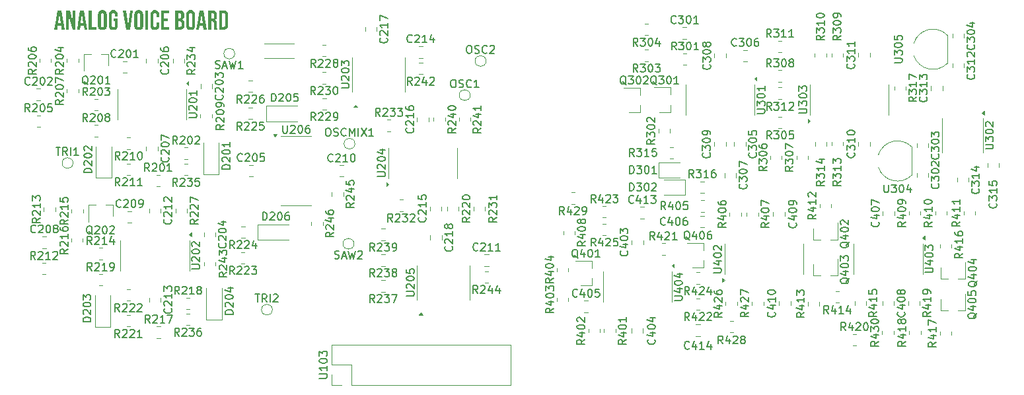
<source format=gbr>
%TF.GenerationSoftware,KiCad,Pcbnew,8.0.3*%
%TF.CreationDate,2024-07-17T18:03:28-06:00*%
%TF.ProjectId,VoiceBoardR4,566f6963-6542-46f6-9172-6452342e6b69,rev?*%
%TF.SameCoordinates,Original*%
%TF.FileFunction,Legend,Top*%
%TF.FilePolarity,Positive*%
%FSLAX46Y46*%
G04 Gerber Fmt 4.6, Leading zero omitted, Abs format (unit mm)*
G04 Created by KiCad (PCBNEW 8.0.3) date 2024-07-17 18:03:28*
%MOMM*%
%LPD*%
G01*
G04 APERTURE LIST*
%ADD10C,0.150000*%
%ADD11C,0.120000*%
G04 APERTURE END LIST*
D10*
G36*
X7936043Y-3650000D02*
G01*
X7551360Y-3650000D01*
X7481140Y-3155408D01*
X7481140Y-3162124D01*
X7043946Y-3162124D01*
X6973726Y-3650000D01*
X6616521Y-3650000D01*
X6749633Y-2829344D01*
X7089131Y-2829344D01*
X7435956Y-2829344D01*
X7264375Y-1615457D01*
X7257048Y-1615457D01*
X7089131Y-2829344D01*
X6749633Y-2829344D01*
X7015858Y-1188032D01*
X7537316Y-1188032D01*
X7936043Y-3650000D01*
G37*
G36*
X8120446Y-3650000D02*
G01*
X8462997Y-3650000D01*
X8462997Y-1852983D01*
X8470324Y-1852983D01*
X8931943Y-3650000D01*
X9327616Y-3650000D01*
X9327616Y-1188032D01*
X8984455Y-1188032D01*
X8984455Y-2662037D01*
X8977739Y-2662037D01*
X8603436Y-1188032D01*
X8120446Y-1188032D01*
X8120446Y-3650000D01*
G37*
G36*
X10832763Y-3650000D02*
G01*
X10448080Y-3650000D01*
X10377861Y-3155408D01*
X10377861Y-3162124D01*
X9940666Y-3162124D01*
X9870446Y-3650000D01*
X9513241Y-3650000D01*
X9646353Y-2829344D01*
X9985851Y-2829344D01*
X10332676Y-2829344D01*
X10161095Y-1615457D01*
X10153768Y-1615457D01*
X9985851Y-2829344D01*
X9646353Y-2829344D01*
X9912578Y-1188032D01*
X10434036Y-1188032D01*
X10832763Y-3650000D01*
G37*
G36*
X11017166Y-3650000D02*
G01*
X12035659Y-3650000D01*
X12035659Y-3300122D01*
X11401849Y-3300122D01*
X11401849Y-1188032D01*
X11017166Y-1188032D01*
X11017166Y-3650000D01*
G37*
G36*
X12896518Y-1159353D02*
G01*
X13040309Y-1200949D01*
X13157533Y-1273183D01*
X13247392Y-1374837D01*
X13309090Y-1504698D01*
X13337637Y-1628078D01*
X13347243Y-1768108D01*
X13347243Y-3070533D01*
X13337637Y-3210538D01*
X13309090Y-3333848D01*
X13247392Y-3463584D01*
X13157533Y-3565097D01*
X13040309Y-3637200D01*
X12896518Y-3678704D01*
X12762892Y-3689078D01*
X12629266Y-3678704D01*
X12485475Y-3637200D01*
X12368251Y-3565097D01*
X12278392Y-3463584D01*
X12216694Y-3333848D01*
X12188147Y-3210538D01*
X12178541Y-3070533D01*
X12178541Y-1768108D01*
X12180216Y-1743684D01*
X12563224Y-1743684D01*
X12563224Y-3094958D01*
X12573942Y-3195833D01*
X12638074Y-3303079D01*
X12762892Y-3339200D01*
X12863586Y-3318218D01*
X12944996Y-3219234D01*
X12962561Y-3094958D01*
X12962561Y-1743684D01*
X12951842Y-1642808D01*
X12887710Y-1535562D01*
X12762892Y-1499441D01*
X12662198Y-1520423D01*
X12580788Y-1619407D01*
X12563224Y-1743684D01*
X12180216Y-1743684D01*
X12188147Y-1628078D01*
X12216694Y-1504698D01*
X12278392Y-1374837D01*
X12368251Y-1273183D01*
X12485475Y-1200949D01*
X12629266Y-1159353D01*
X12762892Y-1148953D01*
X12896518Y-1159353D01*
G37*
G36*
X14152023Y-3689078D02*
G01*
X14285204Y-3678690D01*
X14427439Y-3637037D01*
X14542442Y-3564483D01*
X14629890Y-3462050D01*
X14689462Y-3330757D01*
X14716834Y-3205629D01*
X14725994Y-3063206D01*
X14725994Y-2244993D01*
X14169120Y-2244993D01*
X14169120Y-2594870D01*
X14362072Y-2594870D01*
X14362072Y-3092515D01*
X14344507Y-3219126D01*
X14263098Y-3318513D01*
X14162404Y-3339200D01*
X14037586Y-3303454D01*
X13973454Y-3195402D01*
X13962735Y-3092515D01*
X13962735Y-1738799D01*
X13980300Y-1617061D01*
X14061709Y-1520028D01*
X14162404Y-1499441D01*
X14287221Y-1534876D01*
X14351353Y-1639990D01*
X14362072Y-1738799D01*
X14362072Y-1970830D01*
X14725994Y-1970830D01*
X14725994Y-1763224D01*
X14716834Y-1624805D01*
X14689462Y-1502637D01*
X14629890Y-1373815D01*
X14542442Y-1272773D01*
X14427439Y-1200841D01*
X14285204Y-1159344D01*
X14152023Y-1148953D01*
X14018843Y-1159344D01*
X13876607Y-1200841D01*
X13761605Y-1272773D01*
X13674156Y-1373815D01*
X13614584Y-1502637D01*
X13587213Y-1624805D01*
X13578053Y-1763224D01*
X13578053Y-3063206D01*
X13587213Y-3205629D01*
X13614584Y-3330757D01*
X13674156Y-3462050D01*
X13761605Y-3564483D01*
X13876607Y-3637037D01*
X14018843Y-3678690D01*
X14152023Y-3689078D01*
G37*
G36*
X15802494Y-3650000D02*
G01*
X16313572Y-3650000D01*
X16684211Y-1188032D01*
X16331280Y-1188032D01*
X16079099Y-3098011D01*
X16071772Y-3098011D01*
X15820202Y-1188032D01*
X15431245Y-1188032D01*
X15802494Y-3650000D01*
G37*
G36*
X17551787Y-1159353D02*
G01*
X17695578Y-1200949D01*
X17812801Y-1273183D01*
X17902660Y-1374837D01*
X17964358Y-1504698D01*
X17992905Y-1628078D01*
X18002512Y-1768108D01*
X18002512Y-3070533D01*
X17992905Y-3210538D01*
X17964358Y-3333848D01*
X17902660Y-3463584D01*
X17812801Y-3565097D01*
X17695578Y-3637200D01*
X17551787Y-3678704D01*
X17418161Y-3689078D01*
X17284534Y-3678704D01*
X17140743Y-3637200D01*
X17023520Y-3565097D01*
X16933661Y-3463584D01*
X16871963Y-3333848D01*
X16843416Y-3210538D01*
X16833810Y-3070533D01*
X16833810Y-1768108D01*
X16835485Y-1743684D01*
X17218492Y-1743684D01*
X17218492Y-3094958D01*
X17229211Y-3195833D01*
X17293343Y-3303079D01*
X17418161Y-3339200D01*
X17518855Y-3318218D01*
X17600265Y-3219234D01*
X17617829Y-3094958D01*
X17617829Y-1743684D01*
X17607111Y-1642808D01*
X17542978Y-1535562D01*
X17418161Y-1499441D01*
X17317466Y-1520423D01*
X17236057Y-1619407D01*
X17218492Y-1743684D01*
X16835485Y-1743684D01*
X16843416Y-1628078D01*
X16871963Y-1504698D01*
X16933661Y-1374837D01*
X17023520Y-1273183D01*
X17140743Y-1200949D01*
X17284534Y-1159353D01*
X17418161Y-1148953D01*
X17551787Y-1159353D01*
G37*
G36*
X18261409Y-3650000D02*
G01*
X18646092Y-3650000D01*
X18646092Y-1188032D01*
X18261409Y-1188032D01*
X18261409Y-3650000D01*
G37*
G36*
X19475296Y-3689078D02*
G01*
X19606259Y-3678731D01*
X19746489Y-3637512D01*
X19860194Y-3566273D01*
X19946897Y-3466523D01*
X20006124Y-3339773D01*
X20033403Y-3219946D01*
X20042550Y-3084577D01*
X20042550Y-2734089D01*
X19678628Y-2734089D01*
X19678628Y-3112665D01*
X19657121Y-3237448D01*
X19564512Y-3326731D01*
X19485676Y-3339200D01*
X19366652Y-3305344D01*
X19301196Y-3194111D01*
X19293335Y-3112665D01*
X19293335Y-1729640D01*
X19314701Y-1604007D01*
X19406937Y-1512483D01*
X19485676Y-1499441D01*
X19604921Y-1534621D01*
X19670711Y-1647856D01*
X19678628Y-1729640D01*
X19678628Y-2016015D01*
X20042550Y-2016015D01*
X20042550Y-1754064D01*
X20033403Y-1618669D01*
X20006124Y-1498773D01*
X19946897Y-1371898D01*
X19860194Y-1272006D01*
X19746489Y-1200637D01*
X19606259Y-1159326D01*
X19475296Y-1148953D01*
X19344333Y-1159326D01*
X19204103Y-1200637D01*
X19090399Y-1272006D01*
X19003696Y-1371898D01*
X18944469Y-1498773D01*
X18917189Y-1618669D01*
X18908042Y-1754064D01*
X18908042Y-3084577D01*
X18917189Y-3219946D01*
X18944469Y-3339773D01*
X19003696Y-3466523D01*
X19090399Y-3566273D01*
X19204103Y-3637512D01*
X19344333Y-3678731D01*
X19475296Y-3689078D01*
G37*
G36*
X20271528Y-3650000D02*
G01*
X21321161Y-3650000D01*
X21321161Y-3300122D01*
X20656210Y-3300122D01*
X20656210Y-2554570D01*
X21184996Y-2554570D01*
X21184996Y-2204082D01*
X20656210Y-2204082D01*
X20656210Y-1538520D01*
X21321161Y-1538520D01*
X21321161Y-1188032D01*
X20271528Y-1188032D01*
X20271528Y-3650000D01*
G37*
G36*
X22787934Y-1192937D02*
G01*
X22939175Y-1223037D01*
X23059066Y-1280797D01*
X23148920Y-1366512D01*
X23210052Y-1480475D01*
X23243775Y-1622978D01*
X23251901Y-1757728D01*
X23251901Y-1859089D01*
X23249858Y-1929303D01*
X23233250Y-2054263D01*
X23191985Y-2174391D01*
X23114600Y-2278547D01*
X23003384Y-2348185D01*
X23003384Y-2354902D01*
X23091330Y-2395819D01*
X23185346Y-2478882D01*
X23248003Y-2589973D01*
X23282177Y-2726830D01*
X23290980Y-2862927D01*
X23290980Y-3071144D01*
X23285727Y-3172335D01*
X23253762Y-3320272D01*
X23193062Y-3441733D01*
X23103950Y-3536047D01*
X22986747Y-3602545D01*
X22841775Y-3640554D01*
X22706018Y-3650000D01*
X22100907Y-3650000D01*
X22100907Y-3300122D01*
X22485589Y-3300122D01*
X22706018Y-3300122D01*
X22809689Y-3281010D01*
X22889268Y-3185696D01*
X22905687Y-3060764D01*
X22905687Y-2849494D01*
X22903731Y-2790018D01*
X22873261Y-2656895D01*
X22781472Y-2572900D01*
X22657170Y-2554570D01*
X22485589Y-2554570D01*
X22485589Y-3300122D01*
X22100907Y-3300122D01*
X22100907Y-2204082D01*
X22485589Y-2204082D01*
X22636409Y-2204082D01*
X22662648Y-2203306D01*
X22781389Y-2167205D01*
X22851333Y-2064463D01*
X22867219Y-1937857D01*
X22867219Y-1797418D01*
X22855741Y-1681230D01*
X22793069Y-1573103D01*
X22671214Y-1538520D01*
X22485589Y-1538520D01*
X22485589Y-2204082D01*
X22100907Y-2204082D01*
X22100907Y-1188032D01*
X22681594Y-1188032D01*
X22787934Y-1192937D01*
G37*
G36*
X24204962Y-1159353D02*
G01*
X24348753Y-1200949D01*
X24465977Y-1273183D01*
X24555836Y-1374837D01*
X24617533Y-1504698D01*
X24646081Y-1628078D01*
X24655687Y-1768108D01*
X24655687Y-3070533D01*
X24646081Y-3210538D01*
X24617533Y-3333848D01*
X24555836Y-3463584D01*
X24465977Y-3565097D01*
X24348753Y-3637200D01*
X24204962Y-3678704D01*
X24071336Y-3689078D01*
X23937709Y-3678704D01*
X23793918Y-3637200D01*
X23676695Y-3565097D01*
X23586836Y-3463584D01*
X23525138Y-3333848D01*
X23496591Y-3210538D01*
X23486985Y-3070533D01*
X23486985Y-1768108D01*
X23488660Y-1743684D01*
X23871667Y-1743684D01*
X23871667Y-3094958D01*
X23882386Y-3195833D01*
X23946518Y-3303079D01*
X24071336Y-3339200D01*
X24172030Y-3318218D01*
X24253440Y-3219234D01*
X24271004Y-3094958D01*
X24271004Y-1743684D01*
X24260286Y-1642808D01*
X24196153Y-1535562D01*
X24071336Y-1499441D01*
X23970642Y-1520423D01*
X23889232Y-1619407D01*
X23871667Y-1743684D01*
X23488660Y-1743684D01*
X23496591Y-1628078D01*
X23525138Y-1504698D01*
X23586836Y-1374837D01*
X23676695Y-1273183D01*
X23793918Y-1200949D01*
X23937709Y-1159353D01*
X24071336Y-1148953D01*
X24204962Y-1159353D01*
G37*
G36*
X26124808Y-3650000D02*
G01*
X25740125Y-3650000D01*
X25669905Y-3155408D01*
X25669905Y-3162124D01*
X25232711Y-3162124D01*
X25162491Y-3650000D01*
X24805286Y-3650000D01*
X24938398Y-2829344D01*
X25277896Y-2829344D01*
X25624720Y-2829344D01*
X25453140Y-1615457D01*
X25445812Y-1615457D01*
X25277896Y-2829344D01*
X24938398Y-2829344D01*
X25204623Y-1188032D01*
X25726081Y-1188032D01*
X26124808Y-3650000D01*
G37*
G36*
X26985716Y-1192933D02*
G01*
X27136841Y-1222970D01*
X27256728Y-1280511D01*
X27346647Y-1365751D01*
X27407872Y-1478888D01*
X27441674Y-1620115D01*
X27449825Y-1753454D01*
X27449825Y-1904884D01*
X27447692Y-1973894D01*
X27430481Y-2097328D01*
X27388154Y-2216752D01*
X27309691Y-2320822D01*
X27198255Y-2390317D01*
X27198255Y-2397644D01*
X27293233Y-2443784D01*
X27381944Y-2543856D01*
X27428490Y-2665671D01*
X27448628Y-2794124D01*
X27453489Y-2917271D01*
X27453489Y-3350802D01*
X27453876Y-3404711D01*
X27462509Y-3528924D01*
X27495621Y-3650000D01*
X27103611Y-3650000D01*
X27085927Y-3592350D01*
X27070724Y-3470367D01*
X27068196Y-3347138D01*
X27068196Y-2896510D01*
X27066421Y-2836133D01*
X27038089Y-2700058D01*
X26949896Y-2612989D01*
X26827006Y-2593649D01*
X26693893Y-2593649D01*
X26693893Y-3650000D01*
X26309211Y-3650000D01*
X26309211Y-2243161D01*
X26693893Y-2243161D01*
X26833722Y-2243161D01*
X26859968Y-2242406D01*
X26978923Y-2207191D01*
X27049162Y-2106633D01*
X27065143Y-1982431D01*
X27065143Y-1791922D01*
X27053665Y-1678139D01*
X26990993Y-1572330D01*
X26869138Y-1538520D01*
X26693893Y-1538520D01*
X26693893Y-2243161D01*
X26309211Y-2243161D01*
X26309211Y-1188032D01*
X26879518Y-1188032D01*
X26985716Y-1192933D01*
G37*
G36*
X28441616Y-1197984D02*
G01*
X28584851Y-1237999D01*
X28699715Y-1307937D01*
X28786348Y-1407028D01*
X28844891Y-1534503D01*
X28871593Y-1656404D01*
X28880478Y-1795586D01*
X28880478Y-3043056D01*
X28871593Y-3182211D01*
X28844891Y-3304043D01*
X28786348Y-3431393D01*
X28699715Y-3530342D01*
X28584851Y-3600149D01*
X28441616Y-3640074D01*
X28306507Y-3650000D01*
X27718492Y-3650000D01*
X27718492Y-3300122D01*
X28103175Y-3300122D01*
X28299180Y-3300122D01*
X28399024Y-3280026D01*
X28478326Y-3183566D01*
X28495184Y-3060764D01*
X28495184Y-1777878D01*
X28487613Y-1690261D01*
X28422674Y-1573057D01*
X28299180Y-1538520D01*
X28103175Y-1538520D01*
X28103175Y-3300122D01*
X27718492Y-3300122D01*
X27718492Y-1188032D01*
X28306507Y-1188032D01*
X28441616Y-1197984D01*
G37*
X7757319Y-12634047D02*
X7281128Y-12967380D01*
X7757319Y-13205475D02*
X6757319Y-13205475D01*
X6757319Y-13205475D02*
X6757319Y-12824523D01*
X6757319Y-12824523D02*
X6804938Y-12729285D01*
X6804938Y-12729285D02*
X6852557Y-12681666D01*
X6852557Y-12681666D02*
X6947795Y-12634047D01*
X6947795Y-12634047D02*
X7090652Y-12634047D01*
X7090652Y-12634047D02*
X7185890Y-12681666D01*
X7185890Y-12681666D02*
X7233509Y-12729285D01*
X7233509Y-12729285D02*
X7281128Y-12824523D01*
X7281128Y-12824523D02*
X7281128Y-13205475D01*
X6852557Y-12253094D02*
X6804938Y-12205475D01*
X6804938Y-12205475D02*
X6757319Y-12110237D01*
X6757319Y-12110237D02*
X6757319Y-11872142D01*
X6757319Y-11872142D02*
X6804938Y-11776904D01*
X6804938Y-11776904D02*
X6852557Y-11729285D01*
X6852557Y-11729285D02*
X6947795Y-11681666D01*
X6947795Y-11681666D02*
X7043033Y-11681666D01*
X7043033Y-11681666D02*
X7185890Y-11729285D01*
X7185890Y-11729285D02*
X7757319Y-12300713D01*
X7757319Y-12300713D02*
X7757319Y-11681666D01*
X6757319Y-11062618D02*
X6757319Y-10967380D01*
X6757319Y-10967380D02*
X6804938Y-10872142D01*
X6804938Y-10872142D02*
X6852557Y-10824523D01*
X6852557Y-10824523D02*
X6947795Y-10776904D01*
X6947795Y-10776904D02*
X7138271Y-10729285D01*
X7138271Y-10729285D02*
X7376366Y-10729285D01*
X7376366Y-10729285D02*
X7566842Y-10776904D01*
X7566842Y-10776904D02*
X7662080Y-10824523D01*
X7662080Y-10824523D02*
X7709700Y-10872142D01*
X7709700Y-10872142D02*
X7757319Y-10967380D01*
X7757319Y-10967380D02*
X7757319Y-11062618D01*
X7757319Y-11062618D02*
X7709700Y-11157856D01*
X7709700Y-11157856D02*
X7662080Y-11205475D01*
X7662080Y-11205475D02*
X7566842Y-11253094D01*
X7566842Y-11253094D02*
X7376366Y-11300713D01*
X7376366Y-11300713D02*
X7138271Y-11300713D01*
X7138271Y-11300713D02*
X6947795Y-11253094D01*
X6947795Y-11253094D02*
X6852557Y-11205475D01*
X6852557Y-11205475D02*
X6804938Y-11157856D01*
X6804938Y-11157856D02*
X6757319Y-11062618D01*
X6757319Y-10395951D02*
X6757319Y-9729285D01*
X6757319Y-9729285D02*
X7757319Y-10157856D01*
X84890952Y-28614580D02*
X84843333Y-28662200D01*
X84843333Y-28662200D02*
X84700476Y-28709819D01*
X84700476Y-28709819D02*
X84605238Y-28709819D01*
X84605238Y-28709819D02*
X84462381Y-28662200D01*
X84462381Y-28662200D02*
X84367143Y-28566961D01*
X84367143Y-28566961D02*
X84319524Y-28471723D01*
X84319524Y-28471723D02*
X84271905Y-28281247D01*
X84271905Y-28281247D02*
X84271905Y-28138390D01*
X84271905Y-28138390D02*
X84319524Y-27947914D01*
X84319524Y-27947914D02*
X84367143Y-27852676D01*
X84367143Y-27852676D02*
X84462381Y-27757438D01*
X84462381Y-27757438D02*
X84605238Y-27709819D01*
X84605238Y-27709819D02*
X84700476Y-27709819D01*
X84700476Y-27709819D02*
X84843333Y-27757438D01*
X84843333Y-27757438D02*
X84890952Y-27805057D01*
X85748095Y-28043152D02*
X85748095Y-28709819D01*
X85510000Y-27662200D02*
X85271905Y-28376485D01*
X85271905Y-28376485D02*
X85890952Y-28376485D01*
X86462381Y-27709819D02*
X86557619Y-27709819D01*
X86557619Y-27709819D02*
X86652857Y-27757438D01*
X86652857Y-27757438D02*
X86700476Y-27805057D01*
X86700476Y-27805057D02*
X86748095Y-27900295D01*
X86748095Y-27900295D02*
X86795714Y-28090771D01*
X86795714Y-28090771D02*
X86795714Y-28328866D01*
X86795714Y-28328866D02*
X86748095Y-28519342D01*
X86748095Y-28519342D02*
X86700476Y-28614580D01*
X86700476Y-28614580D02*
X86652857Y-28662200D01*
X86652857Y-28662200D02*
X86557619Y-28709819D01*
X86557619Y-28709819D02*
X86462381Y-28709819D01*
X86462381Y-28709819D02*
X86367143Y-28662200D01*
X86367143Y-28662200D02*
X86319524Y-28614580D01*
X86319524Y-28614580D02*
X86271905Y-28519342D01*
X86271905Y-28519342D02*
X86224286Y-28328866D01*
X86224286Y-28328866D02*
X86224286Y-28090771D01*
X86224286Y-28090771D02*
X86271905Y-27900295D01*
X86271905Y-27900295D02*
X86319524Y-27805057D01*
X86319524Y-27805057D02*
X86367143Y-27757438D01*
X86367143Y-27757438D02*
X86462381Y-27709819D01*
X87652857Y-27709819D02*
X87462381Y-27709819D01*
X87462381Y-27709819D02*
X87367143Y-27757438D01*
X87367143Y-27757438D02*
X87319524Y-27805057D01*
X87319524Y-27805057D02*
X87224286Y-27947914D01*
X87224286Y-27947914D02*
X87176667Y-28138390D01*
X87176667Y-28138390D02*
X87176667Y-28519342D01*
X87176667Y-28519342D02*
X87224286Y-28614580D01*
X87224286Y-28614580D02*
X87271905Y-28662200D01*
X87271905Y-28662200D02*
X87367143Y-28709819D01*
X87367143Y-28709819D02*
X87557619Y-28709819D01*
X87557619Y-28709819D02*
X87652857Y-28662200D01*
X87652857Y-28662200D02*
X87700476Y-28614580D01*
X87700476Y-28614580D02*
X87748095Y-28519342D01*
X87748095Y-28519342D02*
X87748095Y-28281247D01*
X87748095Y-28281247D02*
X87700476Y-28186009D01*
X87700476Y-28186009D02*
X87652857Y-28138390D01*
X87652857Y-28138390D02*
X87557619Y-28090771D01*
X87557619Y-28090771D02*
X87367143Y-28090771D01*
X87367143Y-28090771D02*
X87271905Y-28138390D01*
X87271905Y-28138390D02*
X87224286Y-28186009D01*
X87224286Y-28186009D02*
X87176667Y-28281247D01*
X101624580Y-28419047D02*
X101672200Y-28466666D01*
X101672200Y-28466666D02*
X101719819Y-28609523D01*
X101719819Y-28609523D02*
X101719819Y-28704761D01*
X101719819Y-28704761D02*
X101672200Y-28847618D01*
X101672200Y-28847618D02*
X101576961Y-28942856D01*
X101576961Y-28942856D02*
X101481723Y-28990475D01*
X101481723Y-28990475D02*
X101291247Y-29038094D01*
X101291247Y-29038094D02*
X101148390Y-29038094D01*
X101148390Y-29038094D02*
X100957914Y-28990475D01*
X100957914Y-28990475D02*
X100862676Y-28942856D01*
X100862676Y-28942856D02*
X100767438Y-28847618D01*
X100767438Y-28847618D02*
X100719819Y-28704761D01*
X100719819Y-28704761D02*
X100719819Y-28609523D01*
X100719819Y-28609523D02*
X100767438Y-28466666D01*
X100767438Y-28466666D02*
X100815057Y-28419047D01*
X101053152Y-27561904D02*
X101719819Y-27561904D01*
X100672200Y-27799999D02*
X101386485Y-28038094D01*
X101386485Y-28038094D02*
X101386485Y-27419047D01*
X100719819Y-26847618D02*
X100719819Y-26752380D01*
X100719819Y-26752380D02*
X100767438Y-26657142D01*
X100767438Y-26657142D02*
X100815057Y-26609523D01*
X100815057Y-26609523D02*
X100910295Y-26561904D01*
X100910295Y-26561904D02*
X101100771Y-26514285D01*
X101100771Y-26514285D02*
X101338866Y-26514285D01*
X101338866Y-26514285D02*
X101529342Y-26561904D01*
X101529342Y-26561904D02*
X101624580Y-26609523D01*
X101624580Y-26609523D02*
X101672200Y-26657142D01*
X101672200Y-26657142D02*
X101719819Y-26752380D01*
X101719819Y-26752380D02*
X101719819Y-26847618D01*
X101719819Y-26847618D02*
X101672200Y-26942856D01*
X101672200Y-26942856D02*
X101624580Y-26990475D01*
X101624580Y-26990475D02*
X101529342Y-27038094D01*
X101529342Y-27038094D02*
X101338866Y-27085713D01*
X101338866Y-27085713D02*
X101100771Y-27085713D01*
X101100771Y-27085713D02*
X100910295Y-27038094D01*
X100910295Y-27038094D02*
X100815057Y-26990475D01*
X100815057Y-26990475D02*
X100767438Y-26942856D01*
X100767438Y-26942856D02*
X100719819Y-26847618D01*
X101719819Y-26038094D02*
X101719819Y-25847618D01*
X101719819Y-25847618D02*
X101672200Y-25752380D01*
X101672200Y-25752380D02*
X101624580Y-25704761D01*
X101624580Y-25704761D02*
X101481723Y-25609523D01*
X101481723Y-25609523D02*
X101291247Y-25561904D01*
X101291247Y-25561904D02*
X100910295Y-25561904D01*
X100910295Y-25561904D02*
X100815057Y-25609523D01*
X100815057Y-25609523D02*
X100767438Y-25657142D01*
X100767438Y-25657142D02*
X100719819Y-25752380D01*
X100719819Y-25752380D02*
X100719819Y-25942856D01*
X100719819Y-25942856D02*
X100767438Y-26038094D01*
X100767438Y-26038094D02*
X100815057Y-26085713D01*
X100815057Y-26085713D02*
X100910295Y-26133332D01*
X100910295Y-26133332D02*
X101148390Y-26133332D01*
X101148390Y-26133332D02*
X101243628Y-26085713D01*
X101243628Y-26085713D02*
X101291247Y-26038094D01*
X101291247Y-26038094D02*
X101338866Y-25942856D01*
X101338866Y-25942856D02*
X101338866Y-25752380D01*
X101338866Y-25752380D02*
X101291247Y-25657142D01*
X101291247Y-25657142D02*
X101243628Y-25609523D01*
X101243628Y-25609523D02*
X101148390Y-25561904D01*
X8342319Y-28009047D02*
X7866128Y-28342380D01*
X8342319Y-28580475D02*
X7342319Y-28580475D01*
X7342319Y-28580475D02*
X7342319Y-28199523D01*
X7342319Y-28199523D02*
X7389938Y-28104285D01*
X7389938Y-28104285D02*
X7437557Y-28056666D01*
X7437557Y-28056666D02*
X7532795Y-28009047D01*
X7532795Y-28009047D02*
X7675652Y-28009047D01*
X7675652Y-28009047D02*
X7770890Y-28056666D01*
X7770890Y-28056666D02*
X7818509Y-28104285D01*
X7818509Y-28104285D02*
X7866128Y-28199523D01*
X7866128Y-28199523D02*
X7866128Y-28580475D01*
X7437557Y-27628094D02*
X7389938Y-27580475D01*
X7389938Y-27580475D02*
X7342319Y-27485237D01*
X7342319Y-27485237D02*
X7342319Y-27247142D01*
X7342319Y-27247142D02*
X7389938Y-27151904D01*
X7389938Y-27151904D02*
X7437557Y-27104285D01*
X7437557Y-27104285D02*
X7532795Y-27056666D01*
X7532795Y-27056666D02*
X7628033Y-27056666D01*
X7628033Y-27056666D02*
X7770890Y-27104285D01*
X7770890Y-27104285D02*
X8342319Y-27675713D01*
X8342319Y-27675713D02*
X8342319Y-27056666D01*
X8342319Y-26104285D02*
X8342319Y-26675713D01*
X8342319Y-26389999D02*
X7342319Y-26389999D01*
X7342319Y-26389999D02*
X7485176Y-26485237D01*
X7485176Y-26485237D02*
X7580414Y-26580475D01*
X7580414Y-26580475D02*
X7628033Y-26675713D01*
X7342319Y-25199523D02*
X7342319Y-25675713D01*
X7342319Y-25675713D02*
X7818509Y-25723332D01*
X7818509Y-25723332D02*
X7770890Y-25675713D01*
X7770890Y-25675713D02*
X7723271Y-25580475D01*
X7723271Y-25580475D02*
X7723271Y-25342380D01*
X7723271Y-25342380D02*
X7770890Y-25247142D01*
X7770890Y-25247142D02*
X7818509Y-25199523D01*
X7818509Y-25199523D02*
X7913747Y-25151904D01*
X7913747Y-25151904D02*
X8151842Y-25151904D01*
X8151842Y-25151904D02*
X8247080Y-25199523D01*
X8247080Y-25199523D02*
X8294700Y-25247142D01*
X8294700Y-25247142D02*
X8342319Y-25342380D01*
X8342319Y-25342380D02*
X8342319Y-25580475D01*
X8342319Y-25580475D02*
X8294700Y-25675713D01*
X8294700Y-25675713D02*
X8247080Y-25723332D01*
X52567080Y-16269047D02*
X52614700Y-16316666D01*
X52614700Y-16316666D02*
X52662319Y-16459523D01*
X52662319Y-16459523D02*
X52662319Y-16554761D01*
X52662319Y-16554761D02*
X52614700Y-16697618D01*
X52614700Y-16697618D02*
X52519461Y-16792856D01*
X52519461Y-16792856D02*
X52424223Y-16840475D01*
X52424223Y-16840475D02*
X52233747Y-16888094D01*
X52233747Y-16888094D02*
X52090890Y-16888094D01*
X52090890Y-16888094D02*
X51900414Y-16840475D01*
X51900414Y-16840475D02*
X51805176Y-16792856D01*
X51805176Y-16792856D02*
X51709938Y-16697618D01*
X51709938Y-16697618D02*
X51662319Y-16554761D01*
X51662319Y-16554761D02*
X51662319Y-16459523D01*
X51662319Y-16459523D02*
X51709938Y-16316666D01*
X51709938Y-16316666D02*
X51757557Y-16269047D01*
X51757557Y-15888094D02*
X51709938Y-15840475D01*
X51709938Y-15840475D02*
X51662319Y-15745237D01*
X51662319Y-15745237D02*
X51662319Y-15507142D01*
X51662319Y-15507142D02*
X51709938Y-15411904D01*
X51709938Y-15411904D02*
X51757557Y-15364285D01*
X51757557Y-15364285D02*
X51852795Y-15316666D01*
X51852795Y-15316666D02*
X51948033Y-15316666D01*
X51948033Y-15316666D02*
X52090890Y-15364285D01*
X52090890Y-15364285D02*
X52662319Y-15935713D01*
X52662319Y-15935713D02*
X52662319Y-15316666D01*
X52662319Y-14364285D02*
X52662319Y-14935713D01*
X52662319Y-14649999D02*
X51662319Y-14649999D01*
X51662319Y-14649999D02*
X51805176Y-14745237D01*
X51805176Y-14745237D02*
X51900414Y-14840475D01*
X51900414Y-14840475D02*
X51948033Y-14935713D01*
X51662319Y-13507142D02*
X51662319Y-13697618D01*
X51662319Y-13697618D02*
X51709938Y-13792856D01*
X51709938Y-13792856D02*
X51757557Y-13840475D01*
X51757557Y-13840475D02*
X51900414Y-13935713D01*
X51900414Y-13935713D02*
X52090890Y-13983332D01*
X52090890Y-13983332D02*
X52471842Y-13983332D01*
X52471842Y-13983332D02*
X52567080Y-13935713D01*
X52567080Y-13935713D02*
X52614700Y-13888094D01*
X52614700Y-13888094D02*
X52662319Y-13792856D01*
X52662319Y-13792856D02*
X52662319Y-13602380D01*
X52662319Y-13602380D02*
X52614700Y-13507142D01*
X52614700Y-13507142D02*
X52567080Y-13459523D01*
X52567080Y-13459523D02*
X52471842Y-13411904D01*
X52471842Y-13411904D02*
X52233747Y-13411904D01*
X52233747Y-13411904D02*
X52138509Y-13459523D01*
X52138509Y-13459523D02*
X52090890Y-13507142D01*
X52090890Y-13507142D02*
X52043271Y-13602380D01*
X52043271Y-13602380D02*
X52043271Y-13792856D01*
X52043271Y-13792856D02*
X52090890Y-13888094D01*
X52090890Y-13888094D02*
X52138509Y-13935713D01*
X52138509Y-13935713D02*
X52233747Y-13983332D01*
X18848452Y-41229819D02*
X18515119Y-40753628D01*
X18277024Y-41229819D02*
X18277024Y-40229819D01*
X18277024Y-40229819D02*
X18657976Y-40229819D01*
X18657976Y-40229819D02*
X18753214Y-40277438D01*
X18753214Y-40277438D02*
X18800833Y-40325057D01*
X18800833Y-40325057D02*
X18848452Y-40420295D01*
X18848452Y-40420295D02*
X18848452Y-40563152D01*
X18848452Y-40563152D02*
X18800833Y-40658390D01*
X18800833Y-40658390D02*
X18753214Y-40706009D01*
X18753214Y-40706009D02*
X18657976Y-40753628D01*
X18657976Y-40753628D02*
X18277024Y-40753628D01*
X19229405Y-40325057D02*
X19277024Y-40277438D01*
X19277024Y-40277438D02*
X19372262Y-40229819D01*
X19372262Y-40229819D02*
X19610357Y-40229819D01*
X19610357Y-40229819D02*
X19705595Y-40277438D01*
X19705595Y-40277438D02*
X19753214Y-40325057D01*
X19753214Y-40325057D02*
X19800833Y-40420295D01*
X19800833Y-40420295D02*
X19800833Y-40515533D01*
X19800833Y-40515533D02*
X19753214Y-40658390D01*
X19753214Y-40658390D02*
X19181786Y-41229819D01*
X19181786Y-41229819D02*
X19800833Y-41229819D01*
X20753214Y-41229819D02*
X20181786Y-41229819D01*
X20467500Y-41229819D02*
X20467500Y-40229819D01*
X20467500Y-40229819D02*
X20372262Y-40372676D01*
X20372262Y-40372676D02*
X20277024Y-40467914D01*
X20277024Y-40467914D02*
X20181786Y-40515533D01*
X21086548Y-40229819D02*
X21753214Y-40229819D01*
X21753214Y-40229819D02*
X21324643Y-41229819D01*
X51729820Y-37789285D02*
X52539343Y-37789285D01*
X52539343Y-37789285D02*
X52634581Y-37741666D01*
X52634581Y-37741666D02*
X52682201Y-37694047D01*
X52682201Y-37694047D02*
X52729820Y-37598809D01*
X52729820Y-37598809D02*
X52729820Y-37408333D01*
X52729820Y-37408333D02*
X52682201Y-37313095D01*
X52682201Y-37313095D02*
X52634581Y-37265476D01*
X52634581Y-37265476D02*
X52539343Y-37217857D01*
X52539343Y-37217857D02*
X51729820Y-37217857D01*
X51825058Y-36789285D02*
X51777439Y-36741666D01*
X51777439Y-36741666D02*
X51729820Y-36646428D01*
X51729820Y-36646428D02*
X51729820Y-36408333D01*
X51729820Y-36408333D02*
X51777439Y-36313095D01*
X51777439Y-36313095D02*
X51825058Y-36265476D01*
X51825058Y-36265476D02*
X51920296Y-36217857D01*
X51920296Y-36217857D02*
X52015534Y-36217857D01*
X52015534Y-36217857D02*
X52158391Y-36265476D01*
X52158391Y-36265476D02*
X52729820Y-36836904D01*
X52729820Y-36836904D02*
X52729820Y-36217857D01*
X51729820Y-35598809D02*
X51729820Y-35503571D01*
X51729820Y-35503571D02*
X51777439Y-35408333D01*
X51777439Y-35408333D02*
X51825058Y-35360714D01*
X51825058Y-35360714D02*
X51920296Y-35313095D01*
X51920296Y-35313095D02*
X52110772Y-35265476D01*
X52110772Y-35265476D02*
X52348867Y-35265476D01*
X52348867Y-35265476D02*
X52539343Y-35313095D01*
X52539343Y-35313095D02*
X52634581Y-35360714D01*
X52634581Y-35360714D02*
X52682201Y-35408333D01*
X52682201Y-35408333D02*
X52729820Y-35503571D01*
X52729820Y-35503571D02*
X52729820Y-35598809D01*
X52729820Y-35598809D02*
X52682201Y-35694047D01*
X52682201Y-35694047D02*
X52634581Y-35741666D01*
X52634581Y-35741666D02*
X52539343Y-35789285D01*
X52539343Y-35789285D02*
X52348867Y-35836904D01*
X52348867Y-35836904D02*
X52110772Y-35836904D01*
X52110772Y-35836904D02*
X51920296Y-35789285D01*
X51920296Y-35789285D02*
X51825058Y-35741666D01*
X51825058Y-35741666D02*
X51777439Y-35694047D01*
X51777439Y-35694047D02*
X51729820Y-35598809D01*
X51729820Y-34360714D02*
X51729820Y-34836904D01*
X51729820Y-34836904D02*
X52206010Y-34884523D01*
X52206010Y-34884523D02*
X52158391Y-34836904D01*
X52158391Y-34836904D02*
X52110772Y-34741666D01*
X52110772Y-34741666D02*
X52110772Y-34503571D01*
X52110772Y-34503571D02*
X52158391Y-34408333D01*
X52158391Y-34408333D02*
X52206010Y-34360714D01*
X52206010Y-34360714D02*
X52301248Y-34313095D01*
X52301248Y-34313095D02*
X52539343Y-34313095D01*
X52539343Y-34313095D02*
X52634581Y-34360714D01*
X52634581Y-34360714D02*
X52682201Y-34408333D01*
X52682201Y-34408333D02*
X52729820Y-34503571D01*
X52729820Y-34503571D02*
X52729820Y-34741666D01*
X52729820Y-34741666D02*
X52682201Y-34836904D01*
X52682201Y-34836904D02*
X52634581Y-34884523D01*
X81380952Y-5744819D02*
X81047619Y-5268628D01*
X80809524Y-5744819D02*
X80809524Y-4744819D01*
X80809524Y-4744819D02*
X81190476Y-4744819D01*
X81190476Y-4744819D02*
X81285714Y-4792438D01*
X81285714Y-4792438D02*
X81333333Y-4840057D01*
X81333333Y-4840057D02*
X81380952Y-4935295D01*
X81380952Y-4935295D02*
X81380952Y-5078152D01*
X81380952Y-5078152D02*
X81333333Y-5173390D01*
X81333333Y-5173390D02*
X81285714Y-5221009D01*
X81285714Y-5221009D02*
X81190476Y-5268628D01*
X81190476Y-5268628D02*
X80809524Y-5268628D01*
X81714286Y-4744819D02*
X82333333Y-4744819D01*
X82333333Y-4744819D02*
X82000000Y-5125771D01*
X82000000Y-5125771D02*
X82142857Y-5125771D01*
X82142857Y-5125771D02*
X82238095Y-5173390D01*
X82238095Y-5173390D02*
X82285714Y-5221009D01*
X82285714Y-5221009D02*
X82333333Y-5316247D01*
X82333333Y-5316247D02*
X82333333Y-5554342D01*
X82333333Y-5554342D02*
X82285714Y-5649580D01*
X82285714Y-5649580D02*
X82238095Y-5697200D01*
X82238095Y-5697200D02*
X82142857Y-5744819D01*
X82142857Y-5744819D02*
X81857143Y-5744819D01*
X81857143Y-5744819D02*
X81761905Y-5697200D01*
X81761905Y-5697200D02*
X81714286Y-5649580D01*
X82952381Y-4744819D02*
X83047619Y-4744819D01*
X83047619Y-4744819D02*
X83142857Y-4792438D01*
X83142857Y-4792438D02*
X83190476Y-4840057D01*
X83190476Y-4840057D02*
X83238095Y-4935295D01*
X83238095Y-4935295D02*
X83285714Y-5125771D01*
X83285714Y-5125771D02*
X83285714Y-5363866D01*
X83285714Y-5363866D02*
X83238095Y-5554342D01*
X83238095Y-5554342D02*
X83190476Y-5649580D01*
X83190476Y-5649580D02*
X83142857Y-5697200D01*
X83142857Y-5697200D02*
X83047619Y-5744819D01*
X83047619Y-5744819D02*
X82952381Y-5744819D01*
X82952381Y-5744819D02*
X82857143Y-5697200D01*
X82857143Y-5697200D02*
X82809524Y-5649580D01*
X82809524Y-5649580D02*
X82761905Y-5554342D01*
X82761905Y-5554342D02*
X82714286Y-5363866D01*
X82714286Y-5363866D02*
X82714286Y-5125771D01*
X82714286Y-5125771D02*
X82761905Y-4935295D01*
X82761905Y-4935295D02*
X82809524Y-4840057D01*
X82809524Y-4840057D02*
X82857143Y-4792438D01*
X82857143Y-4792438D02*
X82952381Y-4744819D01*
X84142857Y-5078152D02*
X84142857Y-5744819D01*
X83904762Y-4697200D02*
X83666667Y-5411485D01*
X83666667Y-5411485D02*
X84285714Y-5411485D01*
X102044819Y-14354285D02*
X102854342Y-14354285D01*
X102854342Y-14354285D02*
X102949580Y-14306666D01*
X102949580Y-14306666D02*
X102997200Y-14259047D01*
X102997200Y-14259047D02*
X103044819Y-14163809D01*
X103044819Y-14163809D02*
X103044819Y-13973333D01*
X103044819Y-13973333D02*
X102997200Y-13878095D01*
X102997200Y-13878095D02*
X102949580Y-13830476D01*
X102949580Y-13830476D02*
X102854342Y-13782857D01*
X102854342Y-13782857D02*
X102044819Y-13782857D01*
X102044819Y-13401904D02*
X102044819Y-12782857D01*
X102044819Y-12782857D02*
X102425771Y-13116190D01*
X102425771Y-13116190D02*
X102425771Y-12973333D01*
X102425771Y-12973333D02*
X102473390Y-12878095D01*
X102473390Y-12878095D02*
X102521009Y-12830476D01*
X102521009Y-12830476D02*
X102616247Y-12782857D01*
X102616247Y-12782857D02*
X102854342Y-12782857D01*
X102854342Y-12782857D02*
X102949580Y-12830476D01*
X102949580Y-12830476D02*
X102997200Y-12878095D01*
X102997200Y-12878095D02*
X103044819Y-12973333D01*
X103044819Y-12973333D02*
X103044819Y-13259047D01*
X103044819Y-13259047D02*
X102997200Y-13354285D01*
X102997200Y-13354285D02*
X102949580Y-13401904D01*
X102044819Y-12163809D02*
X102044819Y-12068571D01*
X102044819Y-12068571D02*
X102092438Y-11973333D01*
X102092438Y-11973333D02*
X102140057Y-11925714D01*
X102140057Y-11925714D02*
X102235295Y-11878095D01*
X102235295Y-11878095D02*
X102425771Y-11830476D01*
X102425771Y-11830476D02*
X102663866Y-11830476D01*
X102663866Y-11830476D02*
X102854342Y-11878095D01*
X102854342Y-11878095D02*
X102949580Y-11925714D01*
X102949580Y-11925714D02*
X102997200Y-11973333D01*
X102997200Y-11973333D02*
X103044819Y-12068571D01*
X103044819Y-12068571D02*
X103044819Y-12163809D01*
X103044819Y-12163809D02*
X102997200Y-12259047D01*
X102997200Y-12259047D02*
X102949580Y-12306666D01*
X102949580Y-12306666D02*
X102854342Y-12354285D01*
X102854342Y-12354285D02*
X102663866Y-12401904D01*
X102663866Y-12401904D02*
X102425771Y-12401904D01*
X102425771Y-12401904D02*
X102235295Y-12354285D01*
X102235295Y-12354285D02*
X102140057Y-12306666D01*
X102140057Y-12306666D02*
X102092438Y-12259047D01*
X102092438Y-12259047D02*
X102044819Y-12163809D01*
X102044819Y-11497142D02*
X102044819Y-10878095D01*
X102044819Y-10878095D02*
X102425771Y-11211428D01*
X102425771Y-11211428D02*
X102425771Y-11068571D01*
X102425771Y-11068571D02*
X102473390Y-10973333D01*
X102473390Y-10973333D02*
X102521009Y-10925714D01*
X102521009Y-10925714D02*
X102616247Y-10878095D01*
X102616247Y-10878095D02*
X102854342Y-10878095D01*
X102854342Y-10878095D02*
X102949580Y-10925714D01*
X102949580Y-10925714D02*
X102997200Y-10973333D01*
X102997200Y-10973333D02*
X103044819Y-11068571D01*
X103044819Y-11068571D02*
X103044819Y-11354285D01*
X103044819Y-11354285D02*
X102997200Y-11449523D01*
X102997200Y-11449523D02*
X102949580Y-11497142D01*
X61299819Y-16269047D02*
X60823628Y-16602380D01*
X61299819Y-16840475D02*
X60299819Y-16840475D01*
X60299819Y-16840475D02*
X60299819Y-16459523D01*
X60299819Y-16459523D02*
X60347438Y-16364285D01*
X60347438Y-16364285D02*
X60395057Y-16316666D01*
X60395057Y-16316666D02*
X60490295Y-16269047D01*
X60490295Y-16269047D02*
X60633152Y-16269047D01*
X60633152Y-16269047D02*
X60728390Y-16316666D01*
X60728390Y-16316666D02*
X60776009Y-16364285D01*
X60776009Y-16364285D02*
X60823628Y-16459523D01*
X60823628Y-16459523D02*
X60823628Y-16840475D01*
X60395057Y-15888094D02*
X60347438Y-15840475D01*
X60347438Y-15840475D02*
X60299819Y-15745237D01*
X60299819Y-15745237D02*
X60299819Y-15507142D01*
X60299819Y-15507142D02*
X60347438Y-15411904D01*
X60347438Y-15411904D02*
X60395057Y-15364285D01*
X60395057Y-15364285D02*
X60490295Y-15316666D01*
X60490295Y-15316666D02*
X60585533Y-15316666D01*
X60585533Y-15316666D02*
X60728390Y-15364285D01*
X60728390Y-15364285D02*
X61299819Y-15935713D01*
X61299819Y-15935713D02*
X61299819Y-15316666D01*
X60633152Y-14459523D02*
X61299819Y-14459523D01*
X60252200Y-14697618D02*
X60966485Y-14935713D01*
X60966485Y-14935713D02*
X60966485Y-14316666D01*
X61299819Y-13411904D02*
X61299819Y-13983332D01*
X61299819Y-13697618D02*
X60299819Y-13697618D01*
X60299819Y-13697618D02*
X60442676Y-13792856D01*
X60442676Y-13792856D02*
X60537914Y-13888094D01*
X60537914Y-13888094D02*
X60585533Y-13983332D01*
X57554579Y-31414047D02*
X57602199Y-31461666D01*
X57602199Y-31461666D02*
X57649818Y-31604523D01*
X57649818Y-31604523D02*
X57649818Y-31699761D01*
X57649818Y-31699761D02*
X57602199Y-31842618D01*
X57602199Y-31842618D02*
X57506960Y-31937856D01*
X57506960Y-31937856D02*
X57411722Y-31985475D01*
X57411722Y-31985475D02*
X57221246Y-32033094D01*
X57221246Y-32033094D02*
X57078389Y-32033094D01*
X57078389Y-32033094D02*
X56887913Y-31985475D01*
X56887913Y-31985475D02*
X56792675Y-31937856D01*
X56792675Y-31937856D02*
X56697437Y-31842618D01*
X56697437Y-31842618D02*
X56649818Y-31699761D01*
X56649818Y-31699761D02*
X56649818Y-31604523D01*
X56649818Y-31604523D02*
X56697437Y-31461666D01*
X56697437Y-31461666D02*
X56745056Y-31414047D01*
X56745056Y-31033094D02*
X56697437Y-30985475D01*
X56697437Y-30985475D02*
X56649818Y-30890237D01*
X56649818Y-30890237D02*
X56649818Y-30652142D01*
X56649818Y-30652142D02*
X56697437Y-30556904D01*
X56697437Y-30556904D02*
X56745056Y-30509285D01*
X56745056Y-30509285D02*
X56840294Y-30461666D01*
X56840294Y-30461666D02*
X56935532Y-30461666D01*
X56935532Y-30461666D02*
X57078389Y-30509285D01*
X57078389Y-30509285D02*
X57649818Y-31080713D01*
X57649818Y-31080713D02*
X57649818Y-30461666D01*
X57649818Y-29509285D02*
X57649818Y-30080713D01*
X57649818Y-29794999D02*
X56649818Y-29794999D01*
X56649818Y-29794999D02*
X56792675Y-29890237D01*
X56792675Y-29890237D02*
X56887913Y-29985475D01*
X56887913Y-29985475D02*
X56935532Y-30080713D01*
X57078389Y-28937856D02*
X57030770Y-29033094D01*
X57030770Y-29033094D02*
X56983151Y-29080713D01*
X56983151Y-29080713D02*
X56887913Y-29128332D01*
X56887913Y-29128332D02*
X56840294Y-29128332D01*
X56840294Y-29128332D02*
X56745056Y-29080713D01*
X56745056Y-29080713D02*
X56697437Y-29033094D01*
X56697437Y-29033094D02*
X56649818Y-28937856D01*
X56649818Y-28937856D02*
X56649818Y-28747380D01*
X56649818Y-28747380D02*
X56697437Y-28652142D01*
X56697437Y-28652142D02*
X56745056Y-28604523D01*
X56745056Y-28604523D02*
X56840294Y-28556904D01*
X56840294Y-28556904D02*
X56887913Y-28556904D01*
X56887913Y-28556904D02*
X56983151Y-28604523D01*
X56983151Y-28604523D02*
X57030770Y-28652142D01*
X57030770Y-28652142D02*
X57078389Y-28747380D01*
X57078389Y-28747380D02*
X57078389Y-28937856D01*
X57078389Y-28937856D02*
X57126008Y-29033094D01*
X57126008Y-29033094D02*
X57173627Y-29080713D01*
X57173627Y-29080713D02*
X57268865Y-29128332D01*
X57268865Y-29128332D02*
X57459341Y-29128332D01*
X57459341Y-29128332D02*
X57554579Y-29080713D01*
X57554579Y-29080713D02*
X57602199Y-29033094D01*
X57602199Y-29033094D02*
X57649818Y-28937856D01*
X57649818Y-28937856D02*
X57649818Y-28747380D01*
X57649818Y-28747380D02*
X57602199Y-28652142D01*
X57602199Y-28652142D02*
X57554579Y-28604523D01*
X57554579Y-28604523D02*
X57459341Y-28556904D01*
X57459341Y-28556904D02*
X57268865Y-28556904D01*
X57268865Y-28556904D02*
X57173627Y-28604523D01*
X57173627Y-28604523D02*
X57126008Y-28652142D01*
X57126008Y-28652142D02*
X57078389Y-28747380D01*
X112209582Y-28299047D02*
X112257202Y-28346666D01*
X112257202Y-28346666D02*
X112304821Y-28489523D01*
X112304821Y-28489523D02*
X112304821Y-28584761D01*
X112304821Y-28584761D02*
X112257202Y-28727618D01*
X112257202Y-28727618D02*
X112161963Y-28822856D01*
X112161963Y-28822856D02*
X112066725Y-28870475D01*
X112066725Y-28870475D02*
X111876249Y-28918094D01*
X111876249Y-28918094D02*
X111733392Y-28918094D01*
X111733392Y-28918094D02*
X111542916Y-28870475D01*
X111542916Y-28870475D02*
X111447678Y-28822856D01*
X111447678Y-28822856D02*
X111352440Y-28727618D01*
X111352440Y-28727618D02*
X111304821Y-28584761D01*
X111304821Y-28584761D02*
X111304821Y-28489523D01*
X111304821Y-28489523D02*
X111352440Y-28346666D01*
X111352440Y-28346666D02*
X111400059Y-28299047D01*
X111638154Y-27441904D02*
X112304821Y-27441904D01*
X111257202Y-27679999D02*
X111971487Y-27918094D01*
X111971487Y-27918094D02*
X111971487Y-27299047D01*
X111304821Y-26727618D02*
X111304821Y-26632380D01*
X111304821Y-26632380D02*
X111352440Y-26537142D01*
X111352440Y-26537142D02*
X111400059Y-26489523D01*
X111400059Y-26489523D02*
X111495297Y-26441904D01*
X111495297Y-26441904D02*
X111685773Y-26394285D01*
X111685773Y-26394285D02*
X111923868Y-26394285D01*
X111923868Y-26394285D02*
X112114344Y-26441904D01*
X112114344Y-26441904D02*
X112209582Y-26489523D01*
X112209582Y-26489523D02*
X112257202Y-26537142D01*
X112257202Y-26537142D02*
X112304821Y-26632380D01*
X112304821Y-26632380D02*
X112304821Y-26727618D01*
X112304821Y-26727618D02*
X112257202Y-26822856D01*
X112257202Y-26822856D02*
X112209582Y-26870475D01*
X112209582Y-26870475D02*
X112114344Y-26918094D01*
X112114344Y-26918094D02*
X111923868Y-26965713D01*
X111923868Y-26965713D02*
X111685773Y-26965713D01*
X111685773Y-26965713D02*
X111495297Y-26918094D01*
X111495297Y-26918094D02*
X111400059Y-26870475D01*
X111400059Y-26870475D02*
X111352440Y-26822856D01*
X111352440Y-26822856D02*
X111304821Y-26727618D01*
X111304821Y-26060951D02*
X111304821Y-25394285D01*
X111304821Y-25394285D02*
X112304821Y-25822856D01*
X4802319Y-27799047D02*
X4326128Y-28132380D01*
X4802319Y-28370475D02*
X3802319Y-28370475D01*
X3802319Y-28370475D02*
X3802319Y-27989523D01*
X3802319Y-27989523D02*
X3849938Y-27894285D01*
X3849938Y-27894285D02*
X3897557Y-27846666D01*
X3897557Y-27846666D02*
X3992795Y-27799047D01*
X3992795Y-27799047D02*
X4135652Y-27799047D01*
X4135652Y-27799047D02*
X4230890Y-27846666D01*
X4230890Y-27846666D02*
X4278509Y-27894285D01*
X4278509Y-27894285D02*
X4326128Y-27989523D01*
X4326128Y-27989523D02*
X4326128Y-28370475D01*
X3897557Y-27418094D02*
X3849938Y-27370475D01*
X3849938Y-27370475D02*
X3802319Y-27275237D01*
X3802319Y-27275237D02*
X3802319Y-27037142D01*
X3802319Y-27037142D02*
X3849938Y-26941904D01*
X3849938Y-26941904D02*
X3897557Y-26894285D01*
X3897557Y-26894285D02*
X3992795Y-26846666D01*
X3992795Y-26846666D02*
X4088033Y-26846666D01*
X4088033Y-26846666D02*
X4230890Y-26894285D01*
X4230890Y-26894285D02*
X4802319Y-27465713D01*
X4802319Y-27465713D02*
X4802319Y-26846666D01*
X4802319Y-25894285D02*
X4802319Y-26465713D01*
X4802319Y-26179999D02*
X3802319Y-26179999D01*
X3802319Y-26179999D02*
X3945176Y-26275237D01*
X3945176Y-26275237D02*
X4040414Y-26370475D01*
X4040414Y-26370475D02*
X4088033Y-26465713D01*
X3802319Y-25560951D02*
X3802319Y-24941904D01*
X3802319Y-24941904D02*
X4183271Y-25275237D01*
X4183271Y-25275237D02*
X4183271Y-25132380D01*
X4183271Y-25132380D02*
X4230890Y-25037142D01*
X4230890Y-25037142D02*
X4278509Y-24989523D01*
X4278509Y-24989523D02*
X4373747Y-24941904D01*
X4373747Y-24941904D02*
X4611842Y-24941904D01*
X4611842Y-24941904D02*
X4707080Y-24989523D01*
X4707080Y-24989523D02*
X4754700Y-25037142D01*
X4754700Y-25037142D02*
X4802319Y-25132380D01*
X4802319Y-25132380D02*
X4802319Y-25418094D01*
X4802319Y-25418094D02*
X4754700Y-25513332D01*
X4754700Y-25513332D02*
X4707080Y-25560951D01*
X74674819Y-30794047D02*
X74198628Y-31127380D01*
X74674819Y-31365475D02*
X73674819Y-31365475D01*
X73674819Y-31365475D02*
X73674819Y-30984523D01*
X73674819Y-30984523D02*
X73722438Y-30889285D01*
X73722438Y-30889285D02*
X73770057Y-30841666D01*
X73770057Y-30841666D02*
X73865295Y-30794047D01*
X73865295Y-30794047D02*
X74008152Y-30794047D01*
X74008152Y-30794047D02*
X74103390Y-30841666D01*
X74103390Y-30841666D02*
X74151009Y-30889285D01*
X74151009Y-30889285D02*
X74198628Y-30984523D01*
X74198628Y-30984523D02*
X74198628Y-31365475D01*
X74008152Y-29936904D02*
X74674819Y-29936904D01*
X73627200Y-30174999D02*
X74341485Y-30413094D01*
X74341485Y-30413094D02*
X74341485Y-29794047D01*
X73674819Y-29222618D02*
X73674819Y-29127380D01*
X73674819Y-29127380D02*
X73722438Y-29032142D01*
X73722438Y-29032142D02*
X73770057Y-28984523D01*
X73770057Y-28984523D02*
X73865295Y-28936904D01*
X73865295Y-28936904D02*
X74055771Y-28889285D01*
X74055771Y-28889285D02*
X74293866Y-28889285D01*
X74293866Y-28889285D02*
X74484342Y-28936904D01*
X74484342Y-28936904D02*
X74579580Y-28984523D01*
X74579580Y-28984523D02*
X74627200Y-29032142D01*
X74627200Y-29032142D02*
X74674819Y-29127380D01*
X74674819Y-29127380D02*
X74674819Y-29222618D01*
X74674819Y-29222618D02*
X74627200Y-29317856D01*
X74627200Y-29317856D02*
X74579580Y-29365475D01*
X74579580Y-29365475D02*
X74484342Y-29413094D01*
X74484342Y-29413094D02*
X74293866Y-29460713D01*
X74293866Y-29460713D02*
X74055771Y-29460713D01*
X74055771Y-29460713D02*
X73865295Y-29413094D01*
X73865295Y-29413094D02*
X73770057Y-29365475D01*
X73770057Y-29365475D02*
X73722438Y-29317856D01*
X73722438Y-29317856D02*
X73674819Y-29222618D01*
X74103390Y-28317856D02*
X74055771Y-28413094D01*
X74055771Y-28413094D02*
X74008152Y-28460713D01*
X74008152Y-28460713D02*
X73912914Y-28508332D01*
X73912914Y-28508332D02*
X73865295Y-28508332D01*
X73865295Y-28508332D02*
X73770057Y-28460713D01*
X73770057Y-28460713D02*
X73722438Y-28413094D01*
X73722438Y-28413094D02*
X73674819Y-28317856D01*
X73674819Y-28317856D02*
X73674819Y-28127380D01*
X73674819Y-28127380D02*
X73722438Y-28032142D01*
X73722438Y-28032142D02*
X73770057Y-27984523D01*
X73770057Y-27984523D02*
X73865295Y-27936904D01*
X73865295Y-27936904D02*
X73912914Y-27936904D01*
X73912914Y-27936904D02*
X74008152Y-27984523D01*
X74008152Y-27984523D02*
X74055771Y-28032142D01*
X74055771Y-28032142D02*
X74103390Y-28127380D01*
X74103390Y-28127380D02*
X74103390Y-28317856D01*
X74103390Y-28317856D02*
X74151009Y-28413094D01*
X74151009Y-28413094D02*
X74198628Y-28460713D01*
X74198628Y-28460713D02*
X74293866Y-28508332D01*
X74293866Y-28508332D02*
X74484342Y-28508332D01*
X74484342Y-28508332D02*
X74579580Y-28460713D01*
X74579580Y-28460713D02*
X74627200Y-28413094D01*
X74627200Y-28413094D02*
X74674819Y-28317856D01*
X74674819Y-28317856D02*
X74674819Y-28127380D01*
X74674819Y-28127380D02*
X74627200Y-28032142D01*
X74627200Y-28032142D02*
X74579580Y-27984523D01*
X74579580Y-27984523D02*
X74484342Y-27936904D01*
X74484342Y-27936904D02*
X74293866Y-27936904D01*
X74293866Y-27936904D02*
X74198628Y-27984523D01*
X74198628Y-27984523D02*
X74151009Y-28032142D01*
X74151009Y-28032142D02*
X74103390Y-28127380D01*
X73628452Y-37824580D02*
X73580833Y-37872200D01*
X73580833Y-37872200D02*
X73437976Y-37919819D01*
X73437976Y-37919819D02*
X73342738Y-37919819D01*
X73342738Y-37919819D02*
X73199881Y-37872200D01*
X73199881Y-37872200D02*
X73104643Y-37776961D01*
X73104643Y-37776961D02*
X73057024Y-37681723D01*
X73057024Y-37681723D02*
X73009405Y-37491247D01*
X73009405Y-37491247D02*
X73009405Y-37348390D01*
X73009405Y-37348390D02*
X73057024Y-37157914D01*
X73057024Y-37157914D02*
X73104643Y-37062676D01*
X73104643Y-37062676D02*
X73199881Y-36967438D01*
X73199881Y-36967438D02*
X73342738Y-36919819D01*
X73342738Y-36919819D02*
X73437976Y-36919819D01*
X73437976Y-36919819D02*
X73580833Y-36967438D01*
X73580833Y-36967438D02*
X73628452Y-37015057D01*
X74485595Y-37253152D02*
X74485595Y-37919819D01*
X74247500Y-36872200D02*
X74009405Y-37586485D01*
X74009405Y-37586485D02*
X74628452Y-37586485D01*
X75199881Y-36919819D02*
X75295119Y-36919819D01*
X75295119Y-36919819D02*
X75390357Y-36967438D01*
X75390357Y-36967438D02*
X75437976Y-37015057D01*
X75437976Y-37015057D02*
X75485595Y-37110295D01*
X75485595Y-37110295D02*
X75533214Y-37300771D01*
X75533214Y-37300771D02*
X75533214Y-37538866D01*
X75533214Y-37538866D02*
X75485595Y-37729342D01*
X75485595Y-37729342D02*
X75437976Y-37824580D01*
X75437976Y-37824580D02*
X75390357Y-37872200D01*
X75390357Y-37872200D02*
X75295119Y-37919819D01*
X75295119Y-37919819D02*
X75199881Y-37919819D01*
X75199881Y-37919819D02*
X75104643Y-37872200D01*
X75104643Y-37872200D02*
X75057024Y-37824580D01*
X75057024Y-37824580D02*
X75009405Y-37729342D01*
X75009405Y-37729342D02*
X74961786Y-37538866D01*
X74961786Y-37538866D02*
X74961786Y-37300771D01*
X74961786Y-37300771D02*
X75009405Y-37110295D01*
X75009405Y-37110295D02*
X75057024Y-37015057D01*
X75057024Y-37015057D02*
X75104643Y-36967438D01*
X75104643Y-36967438D02*
X75199881Y-36919819D01*
X76437976Y-36919819D02*
X75961786Y-36919819D01*
X75961786Y-36919819D02*
X75914167Y-37396009D01*
X75914167Y-37396009D02*
X75961786Y-37348390D01*
X75961786Y-37348390D02*
X76057024Y-37300771D01*
X76057024Y-37300771D02*
X76295119Y-37300771D01*
X76295119Y-37300771D02*
X76390357Y-37348390D01*
X76390357Y-37348390D02*
X76437976Y-37396009D01*
X76437976Y-37396009D02*
X76485595Y-37491247D01*
X76485595Y-37491247D02*
X76485595Y-37729342D01*
X76485595Y-37729342D02*
X76437976Y-37824580D01*
X76437976Y-37824580D02*
X76390357Y-37872200D01*
X76390357Y-37872200D02*
X76295119Y-37919819D01*
X76295119Y-37919819D02*
X76057024Y-37919819D01*
X76057024Y-37919819D02*
X75961786Y-37872200D01*
X75961786Y-37872200D02*
X75914167Y-37824580D01*
X30620952Y-13027320D02*
X30287619Y-12551129D01*
X30049524Y-13027320D02*
X30049524Y-12027320D01*
X30049524Y-12027320D02*
X30430476Y-12027320D01*
X30430476Y-12027320D02*
X30525714Y-12074939D01*
X30525714Y-12074939D02*
X30573333Y-12122558D01*
X30573333Y-12122558D02*
X30620952Y-12217796D01*
X30620952Y-12217796D02*
X30620952Y-12360653D01*
X30620952Y-12360653D02*
X30573333Y-12455891D01*
X30573333Y-12455891D02*
X30525714Y-12503510D01*
X30525714Y-12503510D02*
X30430476Y-12551129D01*
X30430476Y-12551129D02*
X30049524Y-12551129D01*
X31001905Y-12122558D02*
X31049524Y-12074939D01*
X31049524Y-12074939D02*
X31144762Y-12027320D01*
X31144762Y-12027320D02*
X31382857Y-12027320D01*
X31382857Y-12027320D02*
X31478095Y-12074939D01*
X31478095Y-12074939D02*
X31525714Y-12122558D01*
X31525714Y-12122558D02*
X31573333Y-12217796D01*
X31573333Y-12217796D02*
X31573333Y-12313034D01*
X31573333Y-12313034D02*
X31525714Y-12455891D01*
X31525714Y-12455891D02*
X30954286Y-13027320D01*
X30954286Y-13027320D02*
X31573333Y-13027320D01*
X31954286Y-12122558D02*
X32001905Y-12074939D01*
X32001905Y-12074939D02*
X32097143Y-12027320D01*
X32097143Y-12027320D02*
X32335238Y-12027320D01*
X32335238Y-12027320D02*
X32430476Y-12074939D01*
X32430476Y-12074939D02*
X32478095Y-12122558D01*
X32478095Y-12122558D02*
X32525714Y-12217796D01*
X32525714Y-12217796D02*
X32525714Y-12313034D01*
X32525714Y-12313034D02*
X32478095Y-12455891D01*
X32478095Y-12455891D02*
X31906667Y-13027320D01*
X31906667Y-13027320D02*
X32525714Y-13027320D01*
X33382857Y-12027320D02*
X33192381Y-12027320D01*
X33192381Y-12027320D02*
X33097143Y-12074939D01*
X33097143Y-12074939D02*
X33049524Y-12122558D01*
X33049524Y-12122558D02*
X32954286Y-12265415D01*
X32954286Y-12265415D02*
X32906667Y-12455891D01*
X32906667Y-12455891D02*
X32906667Y-12836843D01*
X32906667Y-12836843D02*
X32954286Y-12932081D01*
X32954286Y-12932081D02*
X33001905Y-12979701D01*
X33001905Y-12979701D02*
X33097143Y-13027320D01*
X33097143Y-13027320D02*
X33287619Y-13027320D01*
X33287619Y-13027320D02*
X33382857Y-12979701D01*
X33382857Y-12979701D02*
X33430476Y-12932081D01*
X33430476Y-12932081D02*
X33478095Y-12836843D01*
X33478095Y-12836843D02*
X33478095Y-12598748D01*
X33478095Y-12598748D02*
X33430476Y-12503510D01*
X33430476Y-12503510D02*
X33382857Y-12455891D01*
X33382857Y-12455891D02*
X33287619Y-12408272D01*
X33287619Y-12408272D02*
X33097143Y-12408272D01*
X33097143Y-12408272D02*
X33001905Y-12455891D01*
X33001905Y-12455891D02*
X32954286Y-12503510D01*
X32954286Y-12503510D02*
X32906667Y-12598748D01*
X94020952Y-5679581D02*
X93973333Y-5727201D01*
X93973333Y-5727201D02*
X93830476Y-5774820D01*
X93830476Y-5774820D02*
X93735238Y-5774820D01*
X93735238Y-5774820D02*
X93592381Y-5727201D01*
X93592381Y-5727201D02*
X93497143Y-5631962D01*
X93497143Y-5631962D02*
X93449524Y-5536724D01*
X93449524Y-5536724D02*
X93401905Y-5346248D01*
X93401905Y-5346248D02*
X93401905Y-5203391D01*
X93401905Y-5203391D02*
X93449524Y-5012915D01*
X93449524Y-5012915D02*
X93497143Y-4917677D01*
X93497143Y-4917677D02*
X93592381Y-4822439D01*
X93592381Y-4822439D02*
X93735238Y-4774820D01*
X93735238Y-4774820D02*
X93830476Y-4774820D01*
X93830476Y-4774820D02*
X93973333Y-4822439D01*
X93973333Y-4822439D02*
X94020952Y-4870058D01*
X94354286Y-4774820D02*
X94973333Y-4774820D01*
X94973333Y-4774820D02*
X94640000Y-5155772D01*
X94640000Y-5155772D02*
X94782857Y-5155772D01*
X94782857Y-5155772D02*
X94878095Y-5203391D01*
X94878095Y-5203391D02*
X94925714Y-5251010D01*
X94925714Y-5251010D02*
X94973333Y-5346248D01*
X94973333Y-5346248D02*
X94973333Y-5584343D01*
X94973333Y-5584343D02*
X94925714Y-5679581D01*
X94925714Y-5679581D02*
X94878095Y-5727201D01*
X94878095Y-5727201D02*
X94782857Y-5774820D01*
X94782857Y-5774820D02*
X94497143Y-5774820D01*
X94497143Y-5774820D02*
X94401905Y-5727201D01*
X94401905Y-5727201D02*
X94354286Y-5679581D01*
X95592381Y-4774820D02*
X95687619Y-4774820D01*
X95687619Y-4774820D02*
X95782857Y-4822439D01*
X95782857Y-4822439D02*
X95830476Y-4870058D01*
X95830476Y-4870058D02*
X95878095Y-4965296D01*
X95878095Y-4965296D02*
X95925714Y-5155772D01*
X95925714Y-5155772D02*
X95925714Y-5393867D01*
X95925714Y-5393867D02*
X95878095Y-5584343D01*
X95878095Y-5584343D02*
X95830476Y-5679581D01*
X95830476Y-5679581D02*
X95782857Y-5727201D01*
X95782857Y-5727201D02*
X95687619Y-5774820D01*
X95687619Y-5774820D02*
X95592381Y-5774820D01*
X95592381Y-5774820D02*
X95497143Y-5727201D01*
X95497143Y-5727201D02*
X95449524Y-5679581D01*
X95449524Y-5679581D02*
X95401905Y-5584343D01*
X95401905Y-5584343D02*
X95354286Y-5393867D01*
X95354286Y-5393867D02*
X95354286Y-5155772D01*
X95354286Y-5155772D02*
X95401905Y-4965296D01*
X95401905Y-4965296D02*
X95449524Y-4870058D01*
X95449524Y-4870058D02*
X95497143Y-4822439D01*
X95497143Y-4822439D02*
X95592381Y-4774820D01*
X96782857Y-4774820D02*
X96592381Y-4774820D01*
X96592381Y-4774820D02*
X96497143Y-4822439D01*
X96497143Y-4822439D02*
X96449524Y-4870058D01*
X96449524Y-4870058D02*
X96354286Y-5012915D01*
X96354286Y-5012915D02*
X96306667Y-5203391D01*
X96306667Y-5203391D02*
X96306667Y-5584343D01*
X96306667Y-5584343D02*
X96354286Y-5679581D01*
X96354286Y-5679581D02*
X96401905Y-5727201D01*
X96401905Y-5727201D02*
X96497143Y-5774820D01*
X96497143Y-5774820D02*
X96687619Y-5774820D01*
X96687619Y-5774820D02*
X96782857Y-5727201D01*
X96782857Y-5727201D02*
X96830476Y-5679581D01*
X96830476Y-5679581D02*
X96878095Y-5584343D01*
X96878095Y-5584343D02*
X96878095Y-5346248D01*
X96878095Y-5346248D02*
X96830476Y-5251010D01*
X96830476Y-5251010D02*
X96782857Y-5203391D01*
X96782857Y-5203391D02*
X96687619Y-5155772D01*
X96687619Y-5155772D02*
X96497143Y-5155772D01*
X96497143Y-5155772D02*
X96401905Y-5203391D01*
X96401905Y-5203391D02*
X96354286Y-5251010D01*
X96354286Y-5251010D02*
X96306667Y-5346248D01*
X88042380Y-30600057D02*
X87947142Y-30552438D01*
X87947142Y-30552438D02*
X87851904Y-30457200D01*
X87851904Y-30457200D02*
X87709047Y-30314342D01*
X87709047Y-30314342D02*
X87613809Y-30266723D01*
X87613809Y-30266723D02*
X87518571Y-30266723D01*
X87566190Y-30504819D02*
X87470952Y-30457200D01*
X87470952Y-30457200D02*
X87375714Y-30361961D01*
X87375714Y-30361961D02*
X87328095Y-30171485D01*
X87328095Y-30171485D02*
X87328095Y-29838152D01*
X87328095Y-29838152D02*
X87375714Y-29647676D01*
X87375714Y-29647676D02*
X87470952Y-29552438D01*
X87470952Y-29552438D02*
X87566190Y-29504819D01*
X87566190Y-29504819D02*
X87756666Y-29504819D01*
X87756666Y-29504819D02*
X87851904Y-29552438D01*
X87851904Y-29552438D02*
X87947142Y-29647676D01*
X87947142Y-29647676D02*
X87994761Y-29838152D01*
X87994761Y-29838152D02*
X87994761Y-30171485D01*
X87994761Y-30171485D02*
X87947142Y-30361961D01*
X87947142Y-30361961D02*
X87851904Y-30457200D01*
X87851904Y-30457200D02*
X87756666Y-30504819D01*
X87756666Y-30504819D02*
X87566190Y-30504819D01*
X88851904Y-29838152D02*
X88851904Y-30504819D01*
X88613809Y-29457200D02*
X88375714Y-30171485D01*
X88375714Y-30171485D02*
X88994761Y-30171485D01*
X89566190Y-29504819D02*
X89661428Y-29504819D01*
X89661428Y-29504819D02*
X89756666Y-29552438D01*
X89756666Y-29552438D02*
X89804285Y-29600057D01*
X89804285Y-29600057D02*
X89851904Y-29695295D01*
X89851904Y-29695295D02*
X89899523Y-29885771D01*
X89899523Y-29885771D02*
X89899523Y-30123866D01*
X89899523Y-30123866D02*
X89851904Y-30314342D01*
X89851904Y-30314342D02*
X89804285Y-30409580D01*
X89804285Y-30409580D02*
X89756666Y-30457200D01*
X89756666Y-30457200D02*
X89661428Y-30504819D01*
X89661428Y-30504819D02*
X89566190Y-30504819D01*
X89566190Y-30504819D02*
X89470952Y-30457200D01*
X89470952Y-30457200D02*
X89423333Y-30409580D01*
X89423333Y-30409580D02*
X89375714Y-30314342D01*
X89375714Y-30314342D02*
X89328095Y-30123866D01*
X89328095Y-30123866D02*
X89328095Y-29885771D01*
X89328095Y-29885771D02*
X89375714Y-29695295D01*
X89375714Y-29695295D02*
X89423333Y-29600057D01*
X89423333Y-29600057D02*
X89470952Y-29552438D01*
X89470952Y-29552438D02*
X89566190Y-29504819D01*
X90756666Y-29504819D02*
X90566190Y-29504819D01*
X90566190Y-29504819D02*
X90470952Y-29552438D01*
X90470952Y-29552438D02*
X90423333Y-29600057D01*
X90423333Y-29600057D02*
X90328095Y-29742914D01*
X90328095Y-29742914D02*
X90280476Y-29933390D01*
X90280476Y-29933390D02*
X90280476Y-30314342D01*
X90280476Y-30314342D02*
X90328095Y-30409580D01*
X90328095Y-30409580D02*
X90375714Y-30457200D01*
X90375714Y-30457200D02*
X90470952Y-30504819D01*
X90470952Y-30504819D02*
X90661428Y-30504819D01*
X90661428Y-30504819D02*
X90756666Y-30457200D01*
X90756666Y-30457200D02*
X90804285Y-30409580D01*
X90804285Y-30409580D02*
X90851904Y-30314342D01*
X90851904Y-30314342D02*
X90851904Y-30076247D01*
X90851904Y-30076247D02*
X90804285Y-29981009D01*
X90804285Y-29981009D02*
X90756666Y-29933390D01*
X90756666Y-29933390D02*
X90661428Y-29885771D01*
X90661428Y-29885771D02*
X90470952Y-29885771D01*
X90470952Y-29885771D02*
X90375714Y-29933390D01*
X90375714Y-29933390D02*
X90328095Y-29981009D01*
X90328095Y-29981009D02*
X90280476Y-30076247D01*
X90584580Y-19449047D02*
X90632200Y-19496666D01*
X90632200Y-19496666D02*
X90679819Y-19639523D01*
X90679819Y-19639523D02*
X90679819Y-19734761D01*
X90679819Y-19734761D02*
X90632200Y-19877618D01*
X90632200Y-19877618D02*
X90536961Y-19972856D01*
X90536961Y-19972856D02*
X90441723Y-20020475D01*
X90441723Y-20020475D02*
X90251247Y-20068094D01*
X90251247Y-20068094D02*
X90108390Y-20068094D01*
X90108390Y-20068094D02*
X89917914Y-20020475D01*
X89917914Y-20020475D02*
X89822676Y-19972856D01*
X89822676Y-19972856D02*
X89727438Y-19877618D01*
X89727438Y-19877618D02*
X89679819Y-19734761D01*
X89679819Y-19734761D02*
X89679819Y-19639523D01*
X89679819Y-19639523D02*
X89727438Y-19496666D01*
X89727438Y-19496666D02*
X89775057Y-19449047D01*
X89679819Y-19115713D02*
X89679819Y-18496666D01*
X89679819Y-18496666D02*
X90060771Y-18829999D01*
X90060771Y-18829999D02*
X90060771Y-18687142D01*
X90060771Y-18687142D02*
X90108390Y-18591904D01*
X90108390Y-18591904D02*
X90156009Y-18544285D01*
X90156009Y-18544285D02*
X90251247Y-18496666D01*
X90251247Y-18496666D02*
X90489342Y-18496666D01*
X90489342Y-18496666D02*
X90584580Y-18544285D01*
X90584580Y-18544285D02*
X90632200Y-18591904D01*
X90632200Y-18591904D02*
X90679819Y-18687142D01*
X90679819Y-18687142D02*
X90679819Y-18972856D01*
X90679819Y-18972856D02*
X90632200Y-19068094D01*
X90632200Y-19068094D02*
X90584580Y-19115713D01*
X89679819Y-17877618D02*
X89679819Y-17782380D01*
X89679819Y-17782380D02*
X89727438Y-17687142D01*
X89727438Y-17687142D02*
X89775057Y-17639523D01*
X89775057Y-17639523D02*
X89870295Y-17591904D01*
X89870295Y-17591904D02*
X90060771Y-17544285D01*
X90060771Y-17544285D02*
X90298866Y-17544285D01*
X90298866Y-17544285D02*
X90489342Y-17591904D01*
X90489342Y-17591904D02*
X90584580Y-17639523D01*
X90584580Y-17639523D02*
X90632200Y-17687142D01*
X90632200Y-17687142D02*
X90679819Y-17782380D01*
X90679819Y-17782380D02*
X90679819Y-17877618D01*
X90679819Y-17877618D02*
X90632200Y-17972856D01*
X90632200Y-17972856D02*
X90584580Y-18020475D01*
X90584580Y-18020475D02*
X90489342Y-18068094D01*
X90489342Y-18068094D02*
X90298866Y-18115713D01*
X90298866Y-18115713D02*
X90060771Y-18115713D01*
X90060771Y-18115713D02*
X89870295Y-18068094D01*
X89870295Y-18068094D02*
X89775057Y-18020475D01*
X89775057Y-18020475D02*
X89727438Y-17972856D01*
X89727438Y-17972856D02*
X89679819Y-17877618D01*
X90679819Y-17068094D02*
X90679819Y-16877618D01*
X90679819Y-16877618D02*
X90632200Y-16782380D01*
X90632200Y-16782380D02*
X90584580Y-16734761D01*
X90584580Y-16734761D02*
X90441723Y-16639523D01*
X90441723Y-16639523D02*
X90251247Y-16591904D01*
X90251247Y-16591904D02*
X89870295Y-16591904D01*
X89870295Y-16591904D02*
X89775057Y-16639523D01*
X89775057Y-16639523D02*
X89727438Y-16687142D01*
X89727438Y-16687142D02*
X89679819Y-16782380D01*
X89679819Y-16782380D02*
X89679819Y-16972856D01*
X89679819Y-16972856D02*
X89727438Y-17068094D01*
X89727438Y-17068094D02*
X89775057Y-17115713D01*
X89775057Y-17115713D02*
X89870295Y-17163332D01*
X89870295Y-17163332D02*
X90108390Y-17163332D01*
X90108390Y-17163332D02*
X90203628Y-17115713D01*
X90203628Y-17115713D02*
X90251247Y-17068094D01*
X90251247Y-17068094D02*
X90298866Y-16972856D01*
X90298866Y-16972856D02*
X90298866Y-16782380D01*
X90298866Y-16782380D02*
X90251247Y-16687142D01*
X90251247Y-16687142D02*
X90203628Y-16639523D01*
X90203628Y-16639523D02*
X90108390Y-16591904D01*
X15000952Y-20314819D02*
X14667619Y-19838628D01*
X14429524Y-20314819D02*
X14429524Y-19314819D01*
X14429524Y-19314819D02*
X14810476Y-19314819D01*
X14810476Y-19314819D02*
X14905714Y-19362438D01*
X14905714Y-19362438D02*
X14953333Y-19410057D01*
X14953333Y-19410057D02*
X15000952Y-19505295D01*
X15000952Y-19505295D02*
X15000952Y-19648152D01*
X15000952Y-19648152D02*
X14953333Y-19743390D01*
X14953333Y-19743390D02*
X14905714Y-19791009D01*
X14905714Y-19791009D02*
X14810476Y-19838628D01*
X14810476Y-19838628D02*
X14429524Y-19838628D01*
X15381905Y-19410057D02*
X15429524Y-19362438D01*
X15429524Y-19362438D02*
X15524762Y-19314819D01*
X15524762Y-19314819D02*
X15762857Y-19314819D01*
X15762857Y-19314819D02*
X15858095Y-19362438D01*
X15858095Y-19362438D02*
X15905714Y-19410057D01*
X15905714Y-19410057D02*
X15953333Y-19505295D01*
X15953333Y-19505295D02*
X15953333Y-19600533D01*
X15953333Y-19600533D02*
X15905714Y-19743390D01*
X15905714Y-19743390D02*
X15334286Y-20314819D01*
X15334286Y-20314819D02*
X15953333Y-20314819D01*
X16905714Y-20314819D02*
X16334286Y-20314819D01*
X16620000Y-20314819D02*
X16620000Y-19314819D01*
X16620000Y-19314819D02*
X16524762Y-19457676D01*
X16524762Y-19457676D02*
X16429524Y-19552914D01*
X16429524Y-19552914D02*
X16334286Y-19600533D01*
X17524762Y-19314819D02*
X17620000Y-19314819D01*
X17620000Y-19314819D02*
X17715238Y-19362438D01*
X17715238Y-19362438D02*
X17762857Y-19410057D01*
X17762857Y-19410057D02*
X17810476Y-19505295D01*
X17810476Y-19505295D02*
X17858095Y-19695771D01*
X17858095Y-19695771D02*
X17858095Y-19933866D01*
X17858095Y-19933866D02*
X17810476Y-20124342D01*
X17810476Y-20124342D02*
X17762857Y-20219580D01*
X17762857Y-20219580D02*
X17715238Y-20267200D01*
X17715238Y-20267200D02*
X17620000Y-20314819D01*
X17620000Y-20314819D02*
X17524762Y-20314819D01*
X17524762Y-20314819D02*
X17429524Y-20267200D01*
X17429524Y-20267200D02*
X17381905Y-20219580D01*
X17381905Y-20219580D02*
X17334286Y-20124342D01*
X17334286Y-20124342D02*
X17286667Y-19933866D01*
X17286667Y-19933866D02*
X17286667Y-19695771D01*
X17286667Y-19695771D02*
X17334286Y-19505295D01*
X17334286Y-19505295D02*
X17381905Y-19410057D01*
X17381905Y-19410057D02*
X17429524Y-19362438D01*
X17429524Y-19362438D02*
X17524762Y-19314819D01*
X21529579Y-27964047D02*
X21577199Y-28011666D01*
X21577199Y-28011666D02*
X21624818Y-28154523D01*
X21624818Y-28154523D02*
X21624818Y-28249761D01*
X21624818Y-28249761D02*
X21577199Y-28392618D01*
X21577199Y-28392618D02*
X21481960Y-28487856D01*
X21481960Y-28487856D02*
X21386722Y-28535475D01*
X21386722Y-28535475D02*
X21196246Y-28583094D01*
X21196246Y-28583094D02*
X21053389Y-28583094D01*
X21053389Y-28583094D02*
X20862913Y-28535475D01*
X20862913Y-28535475D02*
X20767675Y-28487856D01*
X20767675Y-28487856D02*
X20672437Y-28392618D01*
X20672437Y-28392618D02*
X20624818Y-28249761D01*
X20624818Y-28249761D02*
X20624818Y-28154523D01*
X20624818Y-28154523D02*
X20672437Y-28011666D01*
X20672437Y-28011666D02*
X20720056Y-27964047D01*
X20720056Y-27583094D02*
X20672437Y-27535475D01*
X20672437Y-27535475D02*
X20624818Y-27440237D01*
X20624818Y-27440237D02*
X20624818Y-27202142D01*
X20624818Y-27202142D02*
X20672437Y-27106904D01*
X20672437Y-27106904D02*
X20720056Y-27059285D01*
X20720056Y-27059285D02*
X20815294Y-27011666D01*
X20815294Y-27011666D02*
X20910532Y-27011666D01*
X20910532Y-27011666D02*
X21053389Y-27059285D01*
X21053389Y-27059285D02*
X21624818Y-27630713D01*
X21624818Y-27630713D02*
X21624818Y-27011666D01*
X21624818Y-26059285D02*
X21624818Y-26630713D01*
X21624818Y-26344999D02*
X20624818Y-26344999D01*
X20624818Y-26344999D02*
X20767675Y-26440237D01*
X20767675Y-26440237D02*
X20862913Y-26535475D01*
X20862913Y-26535475D02*
X20910532Y-26630713D01*
X20720056Y-25678332D02*
X20672437Y-25630713D01*
X20672437Y-25630713D02*
X20624818Y-25535475D01*
X20624818Y-25535475D02*
X20624818Y-25297380D01*
X20624818Y-25297380D02*
X20672437Y-25202142D01*
X20672437Y-25202142D02*
X20720056Y-25154523D01*
X20720056Y-25154523D02*
X20815294Y-25106904D01*
X20815294Y-25106904D02*
X20910532Y-25106904D01*
X20910532Y-25106904D02*
X21053389Y-25154523D01*
X21053389Y-25154523D02*
X21624818Y-25725951D01*
X21624818Y-25725951D02*
X21624818Y-25106904D01*
X79899820Y-43374047D02*
X79423629Y-43707380D01*
X79899820Y-43945475D02*
X78899820Y-43945475D01*
X78899820Y-43945475D02*
X78899820Y-43564523D01*
X78899820Y-43564523D02*
X78947439Y-43469285D01*
X78947439Y-43469285D02*
X78995058Y-43421666D01*
X78995058Y-43421666D02*
X79090296Y-43374047D01*
X79090296Y-43374047D02*
X79233153Y-43374047D01*
X79233153Y-43374047D02*
X79328391Y-43421666D01*
X79328391Y-43421666D02*
X79376010Y-43469285D01*
X79376010Y-43469285D02*
X79423629Y-43564523D01*
X79423629Y-43564523D02*
X79423629Y-43945475D01*
X79233153Y-42516904D02*
X79899820Y-42516904D01*
X78852201Y-42754999D02*
X79566486Y-42993094D01*
X79566486Y-42993094D02*
X79566486Y-42374047D01*
X78899820Y-41802618D02*
X78899820Y-41707380D01*
X78899820Y-41707380D02*
X78947439Y-41612142D01*
X78947439Y-41612142D02*
X78995058Y-41564523D01*
X78995058Y-41564523D02*
X79090296Y-41516904D01*
X79090296Y-41516904D02*
X79280772Y-41469285D01*
X79280772Y-41469285D02*
X79518867Y-41469285D01*
X79518867Y-41469285D02*
X79709343Y-41516904D01*
X79709343Y-41516904D02*
X79804581Y-41564523D01*
X79804581Y-41564523D02*
X79852201Y-41612142D01*
X79852201Y-41612142D02*
X79899820Y-41707380D01*
X79899820Y-41707380D02*
X79899820Y-41802618D01*
X79899820Y-41802618D02*
X79852201Y-41897856D01*
X79852201Y-41897856D02*
X79804581Y-41945475D01*
X79804581Y-41945475D02*
X79709343Y-41993094D01*
X79709343Y-41993094D02*
X79518867Y-42040713D01*
X79518867Y-42040713D02*
X79280772Y-42040713D01*
X79280772Y-42040713D02*
X79090296Y-41993094D01*
X79090296Y-41993094D02*
X78995058Y-41945475D01*
X78995058Y-41945475D02*
X78947439Y-41897856D01*
X78947439Y-41897856D02*
X78899820Y-41802618D01*
X79899820Y-40516904D02*
X79899820Y-41088332D01*
X79899820Y-40802618D02*
X78899820Y-40802618D01*
X78899820Y-40802618D02*
X79042677Y-40897856D01*
X79042677Y-40897856D02*
X79137915Y-40993094D01*
X79137915Y-40993094D02*
X79185534Y-41088332D01*
X83792380Y-10700057D02*
X83697142Y-10652438D01*
X83697142Y-10652438D02*
X83601904Y-10557200D01*
X83601904Y-10557200D02*
X83459047Y-10414342D01*
X83459047Y-10414342D02*
X83363809Y-10366723D01*
X83363809Y-10366723D02*
X83268571Y-10366723D01*
X83316190Y-10604819D02*
X83220952Y-10557200D01*
X83220952Y-10557200D02*
X83125714Y-10461961D01*
X83125714Y-10461961D02*
X83078095Y-10271485D01*
X83078095Y-10271485D02*
X83078095Y-9938152D01*
X83078095Y-9938152D02*
X83125714Y-9747676D01*
X83125714Y-9747676D02*
X83220952Y-9652438D01*
X83220952Y-9652438D02*
X83316190Y-9604819D01*
X83316190Y-9604819D02*
X83506666Y-9604819D01*
X83506666Y-9604819D02*
X83601904Y-9652438D01*
X83601904Y-9652438D02*
X83697142Y-9747676D01*
X83697142Y-9747676D02*
X83744761Y-9938152D01*
X83744761Y-9938152D02*
X83744761Y-10271485D01*
X83744761Y-10271485D02*
X83697142Y-10461961D01*
X83697142Y-10461961D02*
X83601904Y-10557200D01*
X83601904Y-10557200D02*
X83506666Y-10604819D01*
X83506666Y-10604819D02*
X83316190Y-10604819D01*
X84078095Y-9604819D02*
X84697142Y-9604819D01*
X84697142Y-9604819D02*
X84363809Y-9985771D01*
X84363809Y-9985771D02*
X84506666Y-9985771D01*
X84506666Y-9985771D02*
X84601904Y-10033390D01*
X84601904Y-10033390D02*
X84649523Y-10081009D01*
X84649523Y-10081009D02*
X84697142Y-10176247D01*
X84697142Y-10176247D02*
X84697142Y-10414342D01*
X84697142Y-10414342D02*
X84649523Y-10509580D01*
X84649523Y-10509580D02*
X84601904Y-10557200D01*
X84601904Y-10557200D02*
X84506666Y-10604819D01*
X84506666Y-10604819D02*
X84220952Y-10604819D01*
X84220952Y-10604819D02*
X84125714Y-10557200D01*
X84125714Y-10557200D02*
X84078095Y-10509580D01*
X85316190Y-9604819D02*
X85411428Y-9604819D01*
X85411428Y-9604819D02*
X85506666Y-9652438D01*
X85506666Y-9652438D02*
X85554285Y-9700057D01*
X85554285Y-9700057D02*
X85601904Y-9795295D01*
X85601904Y-9795295D02*
X85649523Y-9985771D01*
X85649523Y-9985771D02*
X85649523Y-10223866D01*
X85649523Y-10223866D02*
X85601904Y-10414342D01*
X85601904Y-10414342D02*
X85554285Y-10509580D01*
X85554285Y-10509580D02*
X85506666Y-10557200D01*
X85506666Y-10557200D02*
X85411428Y-10604819D01*
X85411428Y-10604819D02*
X85316190Y-10604819D01*
X85316190Y-10604819D02*
X85220952Y-10557200D01*
X85220952Y-10557200D02*
X85173333Y-10509580D01*
X85173333Y-10509580D02*
X85125714Y-10414342D01*
X85125714Y-10414342D02*
X85078095Y-10223866D01*
X85078095Y-10223866D02*
X85078095Y-9985771D01*
X85078095Y-9985771D02*
X85125714Y-9795295D01*
X85125714Y-9795295D02*
X85173333Y-9700057D01*
X85173333Y-9700057D02*
X85220952Y-9652438D01*
X85220952Y-9652438D02*
X85316190Y-9604819D01*
X86601904Y-10604819D02*
X86030476Y-10604819D01*
X86316190Y-10604819D02*
X86316190Y-9604819D01*
X86316190Y-9604819D02*
X86220952Y-9747676D01*
X86220952Y-9747676D02*
X86125714Y-9842914D01*
X86125714Y-9842914D02*
X86030476Y-9890533D01*
X92669819Y-28419047D02*
X92193628Y-28752380D01*
X92669819Y-28990475D02*
X91669819Y-28990475D01*
X91669819Y-28990475D02*
X91669819Y-28609523D01*
X91669819Y-28609523D02*
X91717438Y-28514285D01*
X91717438Y-28514285D02*
X91765057Y-28466666D01*
X91765057Y-28466666D02*
X91860295Y-28419047D01*
X91860295Y-28419047D02*
X92003152Y-28419047D01*
X92003152Y-28419047D02*
X92098390Y-28466666D01*
X92098390Y-28466666D02*
X92146009Y-28514285D01*
X92146009Y-28514285D02*
X92193628Y-28609523D01*
X92193628Y-28609523D02*
X92193628Y-28990475D01*
X92003152Y-27561904D02*
X92669819Y-27561904D01*
X91622200Y-27799999D02*
X92336485Y-28038094D01*
X92336485Y-28038094D02*
X92336485Y-27419047D01*
X91669819Y-26847618D02*
X91669819Y-26752380D01*
X91669819Y-26752380D02*
X91717438Y-26657142D01*
X91717438Y-26657142D02*
X91765057Y-26609523D01*
X91765057Y-26609523D02*
X91860295Y-26561904D01*
X91860295Y-26561904D02*
X92050771Y-26514285D01*
X92050771Y-26514285D02*
X92288866Y-26514285D01*
X92288866Y-26514285D02*
X92479342Y-26561904D01*
X92479342Y-26561904D02*
X92574580Y-26609523D01*
X92574580Y-26609523D02*
X92622200Y-26657142D01*
X92622200Y-26657142D02*
X92669819Y-26752380D01*
X92669819Y-26752380D02*
X92669819Y-26847618D01*
X92669819Y-26847618D02*
X92622200Y-26942856D01*
X92622200Y-26942856D02*
X92574580Y-26990475D01*
X92574580Y-26990475D02*
X92479342Y-27038094D01*
X92479342Y-27038094D02*
X92288866Y-27085713D01*
X92288866Y-27085713D02*
X92050771Y-27085713D01*
X92050771Y-27085713D02*
X91860295Y-27038094D01*
X91860295Y-27038094D02*
X91765057Y-26990475D01*
X91765057Y-26990475D02*
X91717438Y-26942856D01*
X91717438Y-26942856D02*
X91669819Y-26847618D01*
X91669819Y-25657142D02*
X91669819Y-25847618D01*
X91669819Y-25847618D02*
X91717438Y-25942856D01*
X91717438Y-25942856D02*
X91765057Y-25990475D01*
X91765057Y-25990475D02*
X91907914Y-26085713D01*
X91907914Y-26085713D02*
X92098390Y-26133332D01*
X92098390Y-26133332D02*
X92479342Y-26133332D01*
X92479342Y-26133332D02*
X92574580Y-26085713D01*
X92574580Y-26085713D02*
X92622200Y-26038094D01*
X92622200Y-26038094D02*
X92669819Y-25942856D01*
X92669819Y-25942856D02*
X92669819Y-25752380D01*
X92669819Y-25752380D02*
X92622200Y-25657142D01*
X92622200Y-25657142D02*
X92574580Y-25609523D01*
X92574580Y-25609523D02*
X92479342Y-25561904D01*
X92479342Y-25561904D02*
X92241247Y-25561904D01*
X92241247Y-25561904D02*
X92146009Y-25609523D01*
X92146009Y-25609523D02*
X92098390Y-25657142D01*
X92098390Y-25657142D02*
X92050771Y-25752380D01*
X92050771Y-25752380D02*
X92050771Y-25942856D01*
X92050771Y-25942856D02*
X92098390Y-26038094D01*
X92098390Y-26038094D02*
X92146009Y-26085713D01*
X92146009Y-26085713D02*
X92241247Y-26133332D01*
X109069581Y-8029047D02*
X109117201Y-8076666D01*
X109117201Y-8076666D02*
X109164820Y-8219523D01*
X109164820Y-8219523D02*
X109164820Y-8314761D01*
X109164820Y-8314761D02*
X109117201Y-8457618D01*
X109117201Y-8457618D02*
X109021962Y-8552856D01*
X109021962Y-8552856D02*
X108926724Y-8600475D01*
X108926724Y-8600475D02*
X108736248Y-8648094D01*
X108736248Y-8648094D02*
X108593391Y-8648094D01*
X108593391Y-8648094D02*
X108402915Y-8600475D01*
X108402915Y-8600475D02*
X108307677Y-8552856D01*
X108307677Y-8552856D02*
X108212439Y-8457618D01*
X108212439Y-8457618D02*
X108164820Y-8314761D01*
X108164820Y-8314761D02*
X108164820Y-8219523D01*
X108164820Y-8219523D02*
X108212439Y-8076666D01*
X108212439Y-8076666D02*
X108260058Y-8029047D01*
X108164820Y-7695713D02*
X108164820Y-7076666D01*
X108164820Y-7076666D02*
X108545772Y-7409999D01*
X108545772Y-7409999D02*
X108545772Y-7267142D01*
X108545772Y-7267142D02*
X108593391Y-7171904D01*
X108593391Y-7171904D02*
X108641010Y-7124285D01*
X108641010Y-7124285D02*
X108736248Y-7076666D01*
X108736248Y-7076666D02*
X108974343Y-7076666D01*
X108974343Y-7076666D02*
X109069581Y-7124285D01*
X109069581Y-7124285D02*
X109117201Y-7171904D01*
X109117201Y-7171904D02*
X109164820Y-7267142D01*
X109164820Y-7267142D02*
X109164820Y-7552856D01*
X109164820Y-7552856D02*
X109117201Y-7648094D01*
X109117201Y-7648094D02*
X109069581Y-7695713D01*
X109164820Y-6124285D02*
X109164820Y-6695713D01*
X109164820Y-6409999D02*
X108164820Y-6409999D01*
X108164820Y-6409999D02*
X108307677Y-6505237D01*
X108307677Y-6505237D02*
X108402915Y-6600475D01*
X108402915Y-6600475D02*
X108450534Y-6695713D01*
X109164820Y-5171904D02*
X109164820Y-5743332D01*
X109164820Y-5457618D02*
X108164820Y-5457618D01*
X108164820Y-5457618D02*
X108307677Y-5552856D01*
X108307677Y-5552856D02*
X108402915Y-5648094D01*
X108402915Y-5648094D02*
X108450534Y-5743332D01*
X49204579Y-4729047D02*
X49252199Y-4776666D01*
X49252199Y-4776666D02*
X49299818Y-4919523D01*
X49299818Y-4919523D02*
X49299818Y-5014761D01*
X49299818Y-5014761D02*
X49252199Y-5157618D01*
X49252199Y-5157618D02*
X49156960Y-5252856D01*
X49156960Y-5252856D02*
X49061722Y-5300475D01*
X49061722Y-5300475D02*
X48871246Y-5348094D01*
X48871246Y-5348094D02*
X48728389Y-5348094D01*
X48728389Y-5348094D02*
X48537913Y-5300475D01*
X48537913Y-5300475D02*
X48442675Y-5252856D01*
X48442675Y-5252856D02*
X48347437Y-5157618D01*
X48347437Y-5157618D02*
X48299818Y-5014761D01*
X48299818Y-5014761D02*
X48299818Y-4919523D01*
X48299818Y-4919523D02*
X48347437Y-4776666D01*
X48347437Y-4776666D02*
X48395056Y-4729047D01*
X48395056Y-4348094D02*
X48347437Y-4300475D01*
X48347437Y-4300475D02*
X48299818Y-4205237D01*
X48299818Y-4205237D02*
X48299818Y-3967142D01*
X48299818Y-3967142D02*
X48347437Y-3871904D01*
X48347437Y-3871904D02*
X48395056Y-3824285D01*
X48395056Y-3824285D02*
X48490294Y-3776666D01*
X48490294Y-3776666D02*
X48585532Y-3776666D01*
X48585532Y-3776666D02*
X48728389Y-3824285D01*
X48728389Y-3824285D02*
X49299818Y-4395713D01*
X49299818Y-4395713D02*
X49299818Y-3776666D01*
X49299818Y-2824285D02*
X49299818Y-3395713D01*
X49299818Y-3109999D02*
X48299818Y-3109999D01*
X48299818Y-3109999D02*
X48442675Y-3205237D01*
X48442675Y-3205237D02*
X48537913Y-3300475D01*
X48537913Y-3300475D02*
X48585532Y-3395713D01*
X48299818Y-2490951D02*
X48299818Y-1824285D01*
X48299818Y-1824285D02*
X49299818Y-2252856D01*
X86300952Y-6244819D02*
X85967619Y-5768628D01*
X85729524Y-6244819D02*
X85729524Y-5244819D01*
X85729524Y-5244819D02*
X86110476Y-5244819D01*
X86110476Y-5244819D02*
X86205714Y-5292438D01*
X86205714Y-5292438D02*
X86253333Y-5340057D01*
X86253333Y-5340057D02*
X86300952Y-5435295D01*
X86300952Y-5435295D02*
X86300952Y-5578152D01*
X86300952Y-5578152D02*
X86253333Y-5673390D01*
X86253333Y-5673390D02*
X86205714Y-5721009D01*
X86205714Y-5721009D02*
X86110476Y-5768628D01*
X86110476Y-5768628D02*
X85729524Y-5768628D01*
X86634286Y-5244819D02*
X87253333Y-5244819D01*
X87253333Y-5244819D02*
X86920000Y-5625771D01*
X86920000Y-5625771D02*
X87062857Y-5625771D01*
X87062857Y-5625771D02*
X87158095Y-5673390D01*
X87158095Y-5673390D02*
X87205714Y-5721009D01*
X87205714Y-5721009D02*
X87253333Y-5816247D01*
X87253333Y-5816247D02*
X87253333Y-6054342D01*
X87253333Y-6054342D02*
X87205714Y-6149580D01*
X87205714Y-6149580D02*
X87158095Y-6197200D01*
X87158095Y-6197200D02*
X87062857Y-6244819D01*
X87062857Y-6244819D02*
X86777143Y-6244819D01*
X86777143Y-6244819D02*
X86681905Y-6197200D01*
X86681905Y-6197200D02*
X86634286Y-6149580D01*
X87872381Y-5244819D02*
X87967619Y-5244819D01*
X87967619Y-5244819D02*
X88062857Y-5292438D01*
X88062857Y-5292438D02*
X88110476Y-5340057D01*
X88110476Y-5340057D02*
X88158095Y-5435295D01*
X88158095Y-5435295D02*
X88205714Y-5625771D01*
X88205714Y-5625771D02*
X88205714Y-5863866D01*
X88205714Y-5863866D02*
X88158095Y-6054342D01*
X88158095Y-6054342D02*
X88110476Y-6149580D01*
X88110476Y-6149580D02*
X88062857Y-6197200D01*
X88062857Y-6197200D02*
X87967619Y-6244819D01*
X87967619Y-6244819D02*
X87872381Y-6244819D01*
X87872381Y-6244819D02*
X87777143Y-6197200D01*
X87777143Y-6197200D02*
X87729524Y-6149580D01*
X87729524Y-6149580D02*
X87681905Y-6054342D01*
X87681905Y-6054342D02*
X87634286Y-5863866D01*
X87634286Y-5863866D02*
X87634286Y-5625771D01*
X87634286Y-5625771D02*
X87681905Y-5435295D01*
X87681905Y-5435295D02*
X87729524Y-5340057D01*
X87729524Y-5340057D02*
X87777143Y-5292438D01*
X87777143Y-5292438D02*
X87872381Y-5244819D01*
X89158095Y-6244819D02*
X88586667Y-6244819D01*
X88872381Y-6244819D02*
X88872381Y-5244819D01*
X88872381Y-5244819D02*
X88777143Y-5387676D01*
X88777143Y-5387676D02*
X88681905Y-5482914D01*
X88681905Y-5482914D02*
X88586667Y-5530533D01*
X28344819Y-15849047D02*
X27868628Y-16182380D01*
X28344819Y-16420475D02*
X27344819Y-16420475D01*
X27344819Y-16420475D02*
X27344819Y-16039523D01*
X27344819Y-16039523D02*
X27392438Y-15944285D01*
X27392438Y-15944285D02*
X27440057Y-15896666D01*
X27440057Y-15896666D02*
X27535295Y-15849047D01*
X27535295Y-15849047D02*
X27678152Y-15849047D01*
X27678152Y-15849047D02*
X27773390Y-15896666D01*
X27773390Y-15896666D02*
X27821009Y-15944285D01*
X27821009Y-15944285D02*
X27868628Y-16039523D01*
X27868628Y-16039523D02*
X27868628Y-16420475D01*
X27440057Y-15468094D02*
X27392438Y-15420475D01*
X27392438Y-15420475D02*
X27344819Y-15325237D01*
X27344819Y-15325237D02*
X27344819Y-15087142D01*
X27344819Y-15087142D02*
X27392438Y-14991904D01*
X27392438Y-14991904D02*
X27440057Y-14944285D01*
X27440057Y-14944285D02*
X27535295Y-14896666D01*
X27535295Y-14896666D02*
X27630533Y-14896666D01*
X27630533Y-14896666D02*
X27773390Y-14944285D01*
X27773390Y-14944285D02*
X28344819Y-15515713D01*
X28344819Y-15515713D02*
X28344819Y-14896666D01*
X27344819Y-14277618D02*
X27344819Y-14182380D01*
X27344819Y-14182380D02*
X27392438Y-14087142D01*
X27392438Y-14087142D02*
X27440057Y-14039523D01*
X27440057Y-14039523D02*
X27535295Y-13991904D01*
X27535295Y-13991904D02*
X27725771Y-13944285D01*
X27725771Y-13944285D02*
X27963866Y-13944285D01*
X27963866Y-13944285D02*
X28154342Y-13991904D01*
X28154342Y-13991904D02*
X28249580Y-14039523D01*
X28249580Y-14039523D02*
X28297200Y-14087142D01*
X28297200Y-14087142D02*
X28344819Y-14182380D01*
X28344819Y-14182380D02*
X28344819Y-14277618D01*
X28344819Y-14277618D02*
X28297200Y-14372856D01*
X28297200Y-14372856D02*
X28249580Y-14420475D01*
X28249580Y-14420475D02*
X28154342Y-14468094D01*
X28154342Y-14468094D02*
X27963866Y-14515713D01*
X27963866Y-14515713D02*
X27725771Y-14515713D01*
X27725771Y-14515713D02*
X27535295Y-14468094D01*
X27535295Y-14468094D02*
X27440057Y-14420475D01*
X27440057Y-14420475D02*
X27392438Y-14372856D01*
X27392438Y-14372856D02*
X27344819Y-14277618D01*
X28344819Y-13468094D02*
X28344819Y-13277618D01*
X28344819Y-13277618D02*
X28297200Y-13182380D01*
X28297200Y-13182380D02*
X28249580Y-13134761D01*
X28249580Y-13134761D02*
X28106723Y-13039523D01*
X28106723Y-13039523D02*
X27916247Y-12991904D01*
X27916247Y-12991904D02*
X27535295Y-12991904D01*
X27535295Y-12991904D02*
X27440057Y-13039523D01*
X27440057Y-13039523D02*
X27392438Y-13087142D01*
X27392438Y-13087142D02*
X27344819Y-13182380D01*
X27344819Y-13182380D02*
X27344819Y-13372856D01*
X27344819Y-13372856D02*
X27392438Y-13468094D01*
X27392438Y-13468094D02*
X27440057Y-13515713D01*
X27440057Y-13515713D02*
X27535295Y-13563332D01*
X27535295Y-13563332D02*
X27773390Y-13563332D01*
X27773390Y-13563332D02*
X27868628Y-13515713D01*
X27868628Y-13515713D02*
X27916247Y-13468094D01*
X27916247Y-13468094D02*
X27963866Y-13372856D01*
X27963866Y-13372856D02*
X27963866Y-13182380D01*
X27963866Y-13182380D02*
X27916247Y-13087142D01*
X27916247Y-13087142D02*
X27868628Y-13039523D01*
X27868628Y-13039523D02*
X27773390Y-12991904D01*
X11404818Y-21990475D02*
X10404818Y-21990475D01*
X10404818Y-21990475D02*
X10404818Y-21752380D01*
X10404818Y-21752380D02*
X10452437Y-21609523D01*
X10452437Y-21609523D02*
X10547675Y-21514285D01*
X10547675Y-21514285D02*
X10642913Y-21466666D01*
X10642913Y-21466666D02*
X10833389Y-21419047D01*
X10833389Y-21419047D02*
X10976246Y-21419047D01*
X10976246Y-21419047D02*
X11166722Y-21466666D01*
X11166722Y-21466666D02*
X11261960Y-21514285D01*
X11261960Y-21514285D02*
X11357199Y-21609523D01*
X11357199Y-21609523D02*
X11404818Y-21752380D01*
X11404818Y-21752380D02*
X11404818Y-21990475D01*
X10500056Y-21038094D02*
X10452437Y-20990475D01*
X10452437Y-20990475D02*
X10404818Y-20895237D01*
X10404818Y-20895237D02*
X10404818Y-20657142D01*
X10404818Y-20657142D02*
X10452437Y-20561904D01*
X10452437Y-20561904D02*
X10500056Y-20514285D01*
X10500056Y-20514285D02*
X10595294Y-20466666D01*
X10595294Y-20466666D02*
X10690532Y-20466666D01*
X10690532Y-20466666D02*
X10833389Y-20514285D01*
X10833389Y-20514285D02*
X11404818Y-21085713D01*
X11404818Y-21085713D02*
X11404818Y-20466666D01*
X10404818Y-19847618D02*
X10404818Y-19752380D01*
X10404818Y-19752380D02*
X10452437Y-19657142D01*
X10452437Y-19657142D02*
X10500056Y-19609523D01*
X10500056Y-19609523D02*
X10595294Y-19561904D01*
X10595294Y-19561904D02*
X10785770Y-19514285D01*
X10785770Y-19514285D02*
X11023865Y-19514285D01*
X11023865Y-19514285D02*
X11214341Y-19561904D01*
X11214341Y-19561904D02*
X11309579Y-19609523D01*
X11309579Y-19609523D02*
X11357199Y-19657142D01*
X11357199Y-19657142D02*
X11404818Y-19752380D01*
X11404818Y-19752380D02*
X11404818Y-19847618D01*
X11404818Y-19847618D02*
X11357199Y-19942856D01*
X11357199Y-19942856D02*
X11309579Y-19990475D01*
X11309579Y-19990475D02*
X11214341Y-20038094D01*
X11214341Y-20038094D02*
X11023865Y-20085713D01*
X11023865Y-20085713D02*
X10785770Y-20085713D01*
X10785770Y-20085713D02*
X10595294Y-20038094D01*
X10595294Y-20038094D02*
X10500056Y-19990475D01*
X10500056Y-19990475D02*
X10452437Y-19942856D01*
X10452437Y-19942856D02*
X10404818Y-19847618D01*
X10500056Y-19133332D02*
X10452437Y-19085713D01*
X10452437Y-19085713D02*
X10404818Y-18990475D01*
X10404818Y-18990475D02*
X10404818Y-18752380D01*
X10404818Y-18752380D02*
X10452437Y-18657142D01*
X10452437Y-18657142D02*
X10500056Y-18609523D01*
X10500056Y-18609523D02*
X10595294Y-18561904D01*
X10595294Y-18561904D02*
X10690532Y-18561904D01*
X10690532Y-18561904D02*
X10833389Y-18609523D01*
X10833389Y-18609523D02*
X11404818Y-19180951D01*
X11404818Y-19180951D02*
X11404818Y-18561904D01*
X40060952Y-11959819D02*
X39727619Y-11483628D01*
X39489524Y-11959819D02*
X39489524Y-10959819D01*
X39489524Y-10959819D02*
X39870476Y-10959819D01*
X39870476Y-10959819D02*
X39965714Y-11007438D01*
X39965714Y-11007438D02*
X40013333Y-11055057D01*
X40013333Y-11055057D02*
X40060952Y-11150295D01*
X40060952Y-11150295D02*
X40060952Y-11293152D01*
X40060952Y-11293152D02*
X40013333Y-11388390D01*
X40013333Y-11388390D02*
X39965714Y-11436009D01*
X39965714Y-11436009D02*
X39870476Y-11483628D01*
X39870476Y-11483628D02*
X39489524Y-11483628D01*
X40441905Y-11055057D02*
X40489524Y-11007438D01*
X40489524Y-11007438D02*
X40584762Y-10959819D01*
X40584762Y-10959819D02*
X40822857Y-10959819D01*
X40822857Y-10959819D02*
X40918095Y-11007438D01*
X40918095Y-11007438D02*
X40965714Y-11055057D01*
X40965714Y-11055057D02*
X41013333Y-11150295D01*
X41013333Y-11150295D02*
X41013333Y-11245533D01*
X41013333Y-11245533D02*
X40965714Y-11388390D01*
X40965714Y-11388390D02*
X40394286Y-11959819D01*
X40394286Y-11959819D02*
X41013333Y-11959819D01*
X41346667Y-10959819D02*
X41965714Y-10959819D01*
X41965714Y-10959819D02*
X41632381Y-11340771D01*
X41632381Y-11340771D02*
X41775238Y-11340771D01*
X41775238Y-11340771D02*
X41870476Y-11388390D01*
X41870476Y-11388390D02*
X41918095Y-11436009D01*
X41918095Y-11436009D02*
X41965714Y-11531247D01*
X41965714Y-11531247D02*
X41965714Y-11769342D01*
X41965714Y-11769342D02*
X41918095Y-11864580D01*
X41918095Y-11864580D02*
X41870476Y-11912200D01*
X41870476Y-11912200D02*
X41775238Y-11959819D01*
X41775238Y-11959819D02*
X41489524Y-11959819D01*
X41489524Y-11959819D02*
X41394286Y-11912200D01*
X41394286Y-11912200D02*
X41346667Y-11864580D01*
X42584762Y-10959819D02*
X42680000Y-10959819D01*
X42680000Y-10959819D02*
X42775238Y-11007438D01*
X42775238Y-11007438D02*
X42822857Y-11055057D01*
X42822857Y-11055057D02*
X42870476Y-11150295D01*
X42870476Y-11150295D02*
X42918095Y-11340771D01*
X42918095Y-11340771D02*
X42918095Y-11578866D01*
X42918095Y-11578866D02*
X42870476Y-11769342D01*
X42870476Y-11769342D02*
X42822857Y-11864580D01*
X42822857Y-11864580D02*
X42775238Y-11912200D01*
X42775238Y-11912200D02*
X42680000Y-11959819D01*
X42680000Y-11959819D02*
X42584762Y-11959819D01*
X42584762Y-11959819D02*
X42489524Y-11912200D01*
X42489524Y-11912200D02*
X42441905Y-11864580D01*
X42441905Y-11864580D02*
X42394286Y-11769342D01*
X42394286Y-11769342D02*
X42346667Y-11578866D01*
X42346667Y-11578866D02*
X42346667Y-11340771D01*
X42346667Y-11340771D02*
X42394286Y-11150295D01*
X42394286Y-11150295D02*
X42441905Y-11055057D01*
X42441905Y-11055057D02*
X42489524Y-11007438D01*
X42489524Y-11007438D02*
X42584762Y-10959819D01*
X4168452Y-33094819D02*
X3835119Y-32618628D01*
X3597024Y-33094819D02*
X3597024Y-32094819D01*
X3597024Y-32094819D02*
X3977976Y-32094819D01*
X3977976Y-32094819D02*
X4073214Y-32142438D01*
X4073214Y-32142438D02*
X4120833Y-32190057D01*
X4120833Y-32190057D02*
X4168452Y-32285295D01*
X4168452Y-32285295D02*
X4168452Y-32428152D01*
X4168452Y-32428152D02*
X4120833Y-32523390D01*
X4120833Y-32523390D02*
X4073214Y-32571009D01*
X4073214Y-32571009D02*
X3977976Y-32618628D01*
X3977976Y-32618628D02*
X3597024Y-32618628D01*
X4549405Y-32190057D02*
X4597024Y-32142438D01*
X4597024Y-32142438D02*
X4692262Y-32094819D01*
X4692262Y-32094819D02*
X4930357Y-32094819D01*
X4930357Y-32094819D02*
X5025595Y-32142438D01*
X5025595Y-32142438D02*
X5073214Y-32190057D01*
X5073214Y-32190057D02*
X5120833Y-32285295D01*
X5120833Y-32285295D02*
X5120833Y-32380533D01*
X5120833Y-32380533D02*
X5073214Y-32523390D01*
X5073214Y-32523390D02*
X4501786Y-33094819D01*
X4501786Y-33094819D02*
X5120833Y-33094819D01*
X6073214Y-33094819D02*
X5501786Y-33094819D01*
X5787500Y-33094819D02*
X5787500Y-32094819D01*
X5787500Y-32094819D02*
X5692262Y-32237676D01*
X5692262Y-32237676D02*
X5597024Y-32332914D01*
X5597024Y-32332914D02*
X5501786Y-32380533D01*
X6454167Y-32190057D02*
X6501786Y-32142438D01*
X6501786Y-32142438D02*
X6597024Y-32094819D01*
X6597024Y-32094819D02*
X6835119Y-32094819D01*
X6835119Y-32094819D02*
X6930357Y-32142438D01*
X6930357Y-32142438D02*
X6977976Y-32190057D01*
X6977976Y-32190057D02*
X7025595Y-32285295D01*
X7025595Y-32285295D02*
X7025595Y-32380533D01*
X7025595Y-32380533D02*
X6977976Y-32523390D01*
X6977976Y-32523390D02*
X6406548Y-33094819D01*
X6406548Y-33094819D02*
X7025595Y-33094819D01*
X47618452Y-35304819D02*
X47285119Y-34828628D01*
X47047024Y-35304819D02*
X47047024Y-34304819D01*
X47047024Y-34304819D02*
X47427976Y-34304819D01*
X47427976Y-34304819D02*
X47523214Y-34352438D01*
X47523214Y-34352438D02*
X47570833Y-34400057D01*
X47570833Y-34400057D02*
X47618452Y-34495295D01*
X47618452Y-34495295D02*
X47618452Y-34638152D01*
X47618452Y-34638152D02*
X47570833Y-34733390D01*
X47570833Y-34733390D02*
X47523214Y-34781009D01*
X47523214Y-34781009D02*
X47427976Y-34828628D01*
X47427976Y-34828628D02*
X47047024Y-34828628D01*
X47999405Y-34400057D02*
X48047024Y-34352438D01*
X48047024Y-34352438D02*
X48142262Y-34304819D01*
X48142262Y-34304819D02*
X48380357Y-34304819D01*
X48380357Y-34304819D02*
X48475595Y-34352438D01*
X48475595Y-34352438D02*
X48523214Y-34400057D01*
X48523214Y-34400057D02*
X48570833Y-34495295D01*
X48570833Y-34495295D02*
X48570833Y-34590533D01*
X48570833Y-34590533D02*
X48523214Y-34733390D01*
X48523214Y-34733390D02*
X47951786Y-35304819D01*
X47951786Y-35304819D02*
X48570833Y-35304819D01*
X48904167Y-34304819D02*
X49523214Y-34304819D01*
X49523214Y-34304819D02*
X49189881Y-34685771D01*
X49189881Y-34685771D02*
X49332738Y-34685771D01*
X49332738Y-34685771D02*
X49427976Y-34733390D01*
X49427976Y-34733390D02*
X49475595Y-34781009D01*
X49475595Y-34781009D02*
X49523214Y-34876247D01*
X49523214Y-34876247D02*
X49523214Y-35114342D01*
X49523214Y-35114342D02*
X49475595Y-35209580D01*
X49475595Y-35209580D02*
X49427976Y-35257200D01*
X49427976Y-35257200D02*
X49332738Y-35304819D01*
X49332738Y-35304819D02*
X49047024Y-35304819D01*
X49047024Y-35304819D02*
X48951786Y-35257200D01*
X48951786Y-35257200D02*
X48904167Y-35209580D01*
X50094643Y-34733390D02*
X49999405Y-34685771D01*
X49999405Y-34685771D02*
X49951786Y-34638152D01*
X49951786Y-34638152D02*
X49904167Y-34542914D01*
X49904167Y-34542914D02*
X49904167Y-34495295D01*
X49904167Y-34495295D02*
X49951786Y-34400057D01*
X49951786Y-34400057D02*
X49999405Y-34352438D01*
X49999405Y-34352438D02*
X50094643Y-34304819D01*
X50094643Y-34304819D02*
X50285119Y-34304819D01*
X50285119Y-34304819D02*
X50380357Y-34352438D01*
X50380357Y-34352438D02*
X50427976Y-34400057D01*
X50427976Y-34400057D02*
X50475595Y-34495295D01*
X50475595Y-34495295D02*
X50475595Y-34542914D01*
X50475595Y-34542914D02*
X50427976Y-34638152D01*
X50427976Y-34638152D02*
X50380357Y-34685771D01*
X50380357Y-34685771D02*
X50285119Y-34733390D01*
X50285119Y-34733390D02*
X50094643Y-34733390D01*
X50094643Y-34733390D02*
X49999405Y-34781009D01*
X49999405Y-34781009D02*
X49951786Y-34828628D01*
X49951786Y-34828628D02*
X49904167Y-34923866D01*
X49904167Y-34923866D02*
X49904167Y-35114342D01*
X49904167Y-35114342D02*
X49951786Y-35209580D01*
X49951786Y-35209580D02*
X49999405Y-35257200D01*
X49999405Y-35257200D02*
X50094643Y-35304819D01*
X50094643Y-35304819D02*
X50285119Y-35304819D01*
X50285119Y-35304819D02*
X50380357Y-35257200D01*
X50380357Y-35257200D02*
X50427976Y-35209580D01*
X50427976Y-35209580D02*
X50475595Y-35114342D01*
X50475595Y-35114342D02*
X50475595Y-34923866D01*
X50475595Y-34923866D02*
X50427976Y-34828628D01*
X50427976Y-34828628D02*
X50380357Y-34781009D01*
X50380357Y-34781009D02*
X50285119Y-34733390D01*
X22370952Y-18289819D02*
X22037619Y-17813628D01*
X21799524Y-18289819D02*
X21799524Y-17289819D01*
X21799524Y-17289819D02*
X22180476Y-17289819D01*
X22180476Y-17289819D02*
X22275714Y-17337438D01*
X22275714Y-17337438D02*
X22323333Y-17385057D01*
X22323333Y-17385057D02*
X22370952Y-17480295D01*
X22370952Y-17480295D02*
X22370952Y-17623152D01*
X22370952Y-17623152D02*
X22323333Y-17718390D01*
X22323333Y-17718390D02*
X22275714Y-17766009D01*
X22275714Y-17766009D02*
X22180476Y-17813628D01*
X22180476Y-17813628D02*
X21799524Y-17813628D01*
X22751905Y-17385057D02*
X22799524Y-17337438D01*
X22799524Y-17337438D02*
X22894762Y-17289819D01*
X22894762Y-17289819D02*
X23132857Y-17289819D01*
X23132857Y-17289819D02*
X23228095Y-17337438D01*
X23228095Y-17337438D02*
X23275714Y-17385057D01*
X23275714Y-17385057D02*
X23323333Y-17480295D01*
X23323333Y-17480295D02*
X23323333Y-17575533D01*
X23323333Y-17575533D02*
X23275714Y-17718390D01*
X23275714Y-17718390D02*
X22704286Y-18289819D01*
X22704286Y-18289819D02*
X23323333Y-18289819D01*
X23942381Y-17289819D02*
X24037619Y-17289819D01*
X24037619Y-17289819D02*
X24132857Y-17337438D01*
X24132857Y-17337438D02*
X24180476Y-17385057D01*
X24180476Y-17385057D02*
X24228095Y-17480295D01*
X24228095Y-17480295D02*
X24275714Y-17670771D01*
X24275714Y-17670771D02*
X24275714Y-17908866D01*
X24275714Y-17908866D02*
X24228095Y-18099342D01*
X24228095Y-18099342D02*
X24180476Y-18194580D01*
X24180476Y-18194580D02*
X24132857Y-18242200D01*
X24132857Y-18242200D02*
X24037619Y-18289819D01*
X24037619Y-18289819D02*
X23942381Y-18289819D01*
X23942381Y-18289819D02*
X23847143Y-18242200D01*
X23847143Y-18242200D02*
X23799524Y-18194580D01*
X23799524Y-18194580D02*
X23751905Y-18099342D01*
X23751905Y-18099342D02*
X23704286Y-17908866D01*
X23704286Y-17908866D02*
X23704286Y-17670771D01*
X23704286Y-17670771D02*
X23751905Y-17480295D01*
X23751905Y-17480295D02*
X23799524Y-17385057D01*
X23799524Y-17385057D02*
X23847143Y-17337438D01*
X23847143Y-17337438D02*
X23942381Y-17289819D01*
X24656667Y-17385057D02*
X24704286Y-17337438D01*
X24704286Y-17337438D02*
X24799524Y-17289819D01*
X24799524Y-17289819D02*
X25037619Y-17289819D01*
X25037619Y-17289819D02*
X25132857Y-17337438D01*
X25132857Y-17337438D02*
X25180476Y-17385057D01*
X25180476Y-17385057D02*
X25228095Y-17480295D01*
X25228095Y-17480295D02*
X25228095Y-17575533D01*
X25228095Y-17575533D02*
X25180476Y-17718390D01*
X25180476Y-17718390D02*
X24609048Y-18289819D01*
X24609048Y-18289819D02*
X25228095Y-18289819D01*
X90614581Y-8109047D02*
X90662201Y-8156666D01*
X90662201Y-8156666D02*
X90709820Y-8299523D01*
X90709820Y-8299523D02*
X90709820Y-8394761D01*
X90709820Y-8394761D02*
X90662201Y-8537618D01*
X90662201Y-8537618D02*
X90566962Y-8632856D01*
X90566962Y-8632856D02*
X90471724Y-8680475D01*
X90471724Y-8680475D02*
X90281248Y-8728094D01*
X90281248Y-8728094D02*
X90138391Y-8728094D01*
X90138391Y-8728094D02*
X89947915Y-8680475D01*
X89947915Y-8680475D02*
X89852677Y-8632856D01*
X89852677Y-8632856D02*
X89757439Y-8537618D01*
X89757439Y-8537618D02*
X89709820Y-8394761D01*
X89709820Y-8394761D02*
X89709820Y-8299523D01*
X89709820Y-8299523D02*
X89757439Y-8156666D01*
X89757439Y-8156666D02*
X89805058Y-8109047D01*
X89709820Y-7775713D02*
X89709820Y-7156666D01*
X89709820Y-7156666D02*
X90090772Y-7489999D01*
X90090772Y-7489999D02*
X90090772Y-7347142D01*
X90090772Y-7347142D02*
X90138391Y-7251904D01*
X90138391Y-7251904D02*
X90186010Y-7204285D01*
X90186010Y-7204285D02*
X90281248Y-7156666D01*
X90281248Y-7156666D02*
X90519343Y-7156666D01*
X90519343Y-7156666D02*
X90614581Y-7204285D01*
X90614581Y-7204285D02*
X90662201Y-7251904D01*
X90662201Y-7251904D02*
X90709820Y-7347142D01*
X90709820Y-7347142D02*
X90709820Y-7632856D01*
X90709820Y-7632856D02*
X90662201Y-7728094D01*
X90662201Y-7728094D02*
X90614581Y-7775713D01*
X89709820Y-6537618D02*
X89709820Y-6442380D01*
X89709820Y-6442380D02*
X89757439Y-6347142D01*
X89757439Y-6347142D02*
X89805058Y-6299523D01*
X89805058Y-6299523D02*
X89900296Y-6251904D01*
X89900296Y-6251904D02*
X90090772Y-6204285D01*
X90090772Y-6204285D02*
X90328867Y-6204285D01*
X90328867Y-6204285D02*
X90519343Y-6251904D01*
X90519343Y-6251904D02*
X90614581Y-6299523D01*
X90614581Y-6299523D02*
X90662201Y-6347142D01*
X90662201Y-6347142D02*
X90709820Y-6442380D01*
X90709820Y-6442380D02*
X90709820Y-6537618D01*
X90709820Y-6537618D02*
X90662201Y-6632856D01*
X90662201Y-6632856D02*
X90614581Y-6680475D01*
X90614581Y-6680475D02*
X90519343Y-6728094D01*
X90519343Y-6728094D02*
X90328867Y-6775713D01*
X90328867Y-6775713D02*
X90090772Y-6775713D01*
X90090772Y-6775713D02*
X89900296Y-6728094D01*
X89900296Y-6728094D02*
X89805058Y-6680475D01*
X89805058Y-6680475D02*
X89757439Y-6632856D01*
X89757439Y-6632856D02*
X89709820Y-6537618D01*
X90138391Y-5632856D02*
X90090772Y-5728094D01*
X90090772Y-5728094D02*
X90043153Y-5775713D01*
X90043153Y-5775713D02*
X89947915Y-5823332D01*
X89947915Y-5823332D02*
X89900296Y-5823332D01*
X89900296Y-5823332D02*
X89805058Y-5775713D01*
X89805058Y-5775713D02*
X89757439Y-5728094D01*
X89757439Y-5728094D02*
X89709820Y-5632856D01*
X89709820Y-5632856D02*
X89709820Y-5442380D01*
X89709820Y-5442380D02*
X89757439Y-5347142D01*
X89757439Y-5347142D02*
X89805058Y-5299523D01*
X89805058Y-5299523D02*
X89900296Y-5251904D01*
X89900296Y-5251904D02*
X89947915Y-5251904D01*
X89947915Y-5251904D02*
X90043153Y-5299523D01*
X90043153Y-5299523D02*
X90090772Y-5347142D01*
X90090772Y-5347142D02*
X90138391Y-5442380D01*
X90138391Y-5442380D02*
X90138391Y-5632856D01*
X90138391Y-5632856D02*
X90186010Y-5728094D01*
X90186010Y-5728094D02*
X90233629Y-5775713D01*
X90233629Y-5775713D02*
X90328867Y-5823332D01*
X90328867Y-5823332D02*
X90519343Y-5823332D01*
X90519343Y-5823332D02*
X90614581Y-5775713D01*
X90614581Y-5775713D02*
X90662201Y-5728094D01*
X90662201Y-5728094D02*
X90709820Y-5632856D01*
X90709820Y-5632856D02*
X90709820Y-5442380D01*
X90709820Y-5442380D02*
X90662201Y-5347142D01*
X90662201Y-5347142D02*
X90614581Y-5299523D01*
X90614581Y-5299523D02*
X90519343Y-5251904D01*
X90519343Y-5251904D02*
X90328867Y-5251904D01*
X90328867Y-5251904D02*
X90233629Y-5299523D01*
X90233629Y-5299523D02*
X90186010Y-5347142D01*
X90186010Y-5347142D02*
X90138391Y-5442380D01*
X98480952Y-8424819D02*
X98147619Y-7948628D01*
X97909524Y-8424819D02*
X97909524Y-7424819D01*
X97909524Y-7424819D02*
X98290476Y-7424819D01*
X98290476Y-7424819D02*
X98385714Y-7472438D01*
X98385714Y-7472438D02*
X98433333Y-7520057D01*
X98433333Y-7520057D02*
X98480952Y-7615295D01*
X98480952Y-7615295D02*
X98480952Y-7758152D01*
X98480952Y-7758152D02*
X98433333Y-7853390D01*
X98433333Y-7853390D02*
X98385714Y-7901009D01*
X98385714Y-7901009D02*
X98290476Y-7948628D01*
X98290476Y-7948628D02*
X97909524Y-7948628D01*
X98814286Y-7424819D02*
X99433333Y-7424819D01*
X99433333Y-7424819D02*
X99100000Y-7805771D01*
X99100000Y-7805771D02*
X99242857Y-7805771D01*
X99242857Y-7805771D02*
X99338095Y-7853390D01*
X99338095Y-7853390D02*
X99385714Y-7901009D01*
X99385714Y-7901009D02*
X99433333Y-7996247D01*
X99433333Y-7996247D02*
X99433333Y-8234342D01*
X99433333Y-8234342D02*
X99385714Y-8329580D01*
X99385714Y-8329580D02*
X99338095Y-8377200D01*
X99338095Y-8377200D02*
X99242857Y-8424819D01*
X99242857Y-8424819D02*
X98957143Y-8424819D01*
X98957143Y-8424819D02*
X98861905Y-8377200D01*
X98861905Y-8377200D02*
X98814286Y-8329580D01*
X100052381Y-7424819D02*
X100147619Y-7424819D01*
X100147619Y-7424819D02*
X100242857Y-7472438D01*
X100242857Y-7472438D02*
X100290476Y-7520057D01*
X100290476Y-7520057D02*
X100338095Y-7615295D01*
X100338095Y-7615295D02*
X100385714Y-7805771D01*
X100385714Y-7805771D02*
X100385714Y-8043866D01*
X100385714Y-8043866D02*
X100338095Y-8234342D01*
X100338095Y-8234342D02*
X100290476Y-8329580D01*
X100290476Y-8329580D02*
X100242857Y-8377200D01*
X100242857Y-8377200D02*
X100147619Y-8424819D01*
X100147619Y-8424819D02*
X100052381Y-8424819D01*
X100052381Y-8424819D02*
X99957143Y-8377200D01*
X99957143Y-8377200D02*
X99909524Y-8329580D01*
X99909524Y-8329580D02*
X99861905Y-8234342D01*
X99861905Y-8234342D02*
X99814286Y-8043866D01*
X99814286Y-8043866D02*
X99814286Y-7805771D01*
X99814286Y-7805771D02*
X99861905Y-7615295D01*
X99861905Y-7615295D02*
X99909524Y-7520057D01*
X99909524Y-7520057D02*
X99957143Y-7472438D01*
X99957143Y-7472438D02*
X100052381Y-7424819D01*
X100957143Y-7853390D02*
X100861905Y-7805771D01*
X100861905Y-7805771D02*
X100814286Y-7758152D01*
X100814286Y-7758152D02*
X100766667Y-7662914D01*
X100766667Y-7662914D02*
X100766667Y-7615295D01*
X100766667Y-7615295D02*
X100814286Y-7520057D01*
X100814286Y-7520057D02*
X100861905Y-7472438D01*
X100861905Y-7472438D02*
X100957143Y-7424819D01*
X100957143Y-7424819D02*
X101147619Y-7424819D01*
X101147619Y-7424819D02*
X101242857Y-7472438D01*
X101242857Y-7472438D02*
X101290476Y-7520057D01*
X101290476Y-7520057D02*
X101338095Y-7615295D01*
X101338095Y-7615295D02*
X101338095Y-7662914D01*
X101338095Y-7662914D02*
X101290476Y-7758152D01*
X101290476Y-7758152D02*
X101242857Y-7805771D01*
X101242857Y-7805771D02*
X101147619Y-7853390D01*
X101147619Y-7853390D02*
X100957143Y-7853390D01*
X100957143Y-7853390D02*
X100861905Y-7901009D01*
X100861905Y-7901009D02*
X100814286Y-7948628D01*
X100814286Y-7948628D02*
X100766667Y-8043866D01*
X100766667Y-8043866D02*
X100766667Y-8234342D01*
X100766667Y-8234342D02*
X100814286Y-8329580D01*
X100814286Y-8329580D02*
X100861905Y-8377200D01*
X100861905Y-8377200D02*
X100957143Y-8424819D01*
X100957143Y-8424819D02*
X101147619Y-8424819D01*
X101147619Y-8424819D02*
X101242857Y-8377200D01*
X101242857Y-8377200D02*
X101290476Y-8329580D01*
X101290476Y-8329580D02*
X101338095Y-8234342D01*
X101338095Y-8234342D02*
X101338095Y-8043866D01*
X101338095Y-8043866D02*
X101290476Y-7948628D01*
X101290476Y-7948628D02*
X101242857Y-7901009D01*
X101242857Y-7901009D02*
X101147619Y-7853390D01*
X60885952Y-31904581D02*
X60838333Y-31952201D01*
X60838333Y-31952201D02*
X60695476Y-31999820D01*
X60695476Y-31999820D02*
X60600238Y-31999820D01*
X60600238Y-31999820D02*
X60457381Y-31952201D01*
X60457381Y-31952201D02*
X60362143Y-31856962D01*
X60362143Y-31856962D02*
X60314524Y-31761724D01*
X60314524Y-31761724D02*
X60266905Y-31571248D01*
X60266905Y-31571248D02*
X60266905Y-31428391D01*
X60266905Y-31428391D02*
X60314524Y-31237915D01*
X60314524Y-31237915D02*
X60362143Y-31142677D01*
X60362143Y-31142677D02*
X60457381Y-31047439D01*
X60457381Y-31047439D02*
X60600238Y-30999820D01*
X60600238Y-30999820D02*
X60695476Y-30999820D01*
X60695476Y-30999820D02*
X60838333Y-31047439D01*
X60838333Y-31047439D02*
X60885952Y-31095058D01*
X61266905Y-31095058D02*
X61314524Y-31047439D01*
X61314524Y-31047439D02*
X61409762Y-30999820D01*
X61409762Y-30999820D02*
X61647857Y-30999820D01*
X61647857Y-30999820D02*
X61743095Y-31047439D01*
X61743095Y-31047439D02*
X61790714Y-31095058D01*
X61790714Y-31095058D02*
X61838333Y-31190296D01*
X61838333Y-31190296D02*
X61838333Y-31285534D01*
X61838333Y-31285534D02*
X61790714Y-31428391D01*
X61790714Y-31428391D02*
X61219286Y-31999820D01*
X61219286Y-31999820D02*
X61838333Y-31999820D01*
X62790714Y-31999820D02*
X62219286Y-31999820D01*
X62505000Y-31999820D02*
X62505000Y-30999820D01*
X62505000Y-30999820D02*
X62409762Y-31142677D01*
X62409762Y-31142677D02*
X62314524Y-31237915D01*
X62314524Y-31237915D02*
X62219286Y-31285534D01*
X63743095Y-31999820D02*
X63171667Y-31999820D01*
X63457381Y-31999820D02*
X63457381Y-30999820D01*
X63457381Y-30999820D02*
X63362143Y-31142677D01*
X63362143Y-31142677D02*
X63266905Y-31237915D01*
X63266905Y-31237915D02*
X63171667Y-31285534D01*
X59879819Y-27724047D02*
X59403628Y-28057380D01*
X59879819Y-28295475D02*
X58879819Y-28295475D01*
X58879819Y-28295475D02*
X58879819Y-27914523D01*
X58879819Y-27914523D02*
X58927438Y-27819285D01*
X58927438Y-27819285D02*
X58975057Y-27771666D01*
X58975057Y-27771666D02*
X59070295Y-27724047D01*
X59070295Y-27724047D02*
X59213152Y-27724047D01*
X59213152Y-27724047D02*
X59308390Y-27771666D01*
X59308390Y-27771666D02*
X59356009Y-27819285D01*
X59356009Y-27819285D02*
X59403628Y-27914523D01*
X59403628Y-27914523D02*
X59403628Y-28295475D01*
X58975057Y-27343094D02*
X58927438Y-27295475D01*
X58927438Y-27295475D02*
X58879819Y-27200237D01*
X58879819Y-27200237D02*
X58879819Y-26962142D01*
X58879819Y-26962142D02*
X58927438Y-26866904D01*
X58927438Y-26866904D02*
X58975057Y-26819285D01*
X58975057Y-26819285D02*
X59070295Y-26771666D01*
X59070295Y-26771666D02*
X59165533Y-26771666D01*
X59165533Y-26771666D02*
X59308390Y-26819285D01*
X59308390Y-26819285D02*
X59879819Y-27390713D01*
X59879819Y-27390713D02*
X59879819Y-26771666D01*
X58975057Y-26390713D02*
X58927438Y-26343094D01*
X58927438Y-26343094D02*
X58879819Y-26247856D01*
X58879819Y-26247856D02*
X58879819Y-26009761D01*
X58879819Y-26009761D02*
X58927438Y-25914523D01*
X58927438Y-25914523D02*
X58975057Y-25866904D01*
X58975057Y-25866904D02*
X59070295Y-25819285D01*
X59070295Y-25819285D02*
X59165533Y-25819285D01*
X59165533Y-25819285D02*
X59308390Y-25866904D01*
X59308390Y-25866904D02*
X59879819Y-26438332D01*
X59879819Y-26438332D02*
X59879819Y-25819285D01*
X58879819Y-25200237D02*
X58879819Y-25104999D01*
X58879819Y-25104999D02*
X58927438Y-25009761D01*
X58927438Y-25009761D02*
X58975057Y-24962142D01*
X58975057Y-24962142D02*
X59070295Y-24914523D01*
X59070295Y-24914523D02*
X59260771Y-24866904D01*
X59260771Y-24866904D02*
X59498866Y-24866904D01*
X59498866Y-24866904D02*
X59689342Y-24914523D01*
X59689342Y-24914523D02*
X59784580Y-24962142D01*
X59784580Y-24962142D02*
X59832200Y-25009761D01*
X59832200Y-25009761D02*
X59879819Y-25104999D01*
X59879819Y-25104999D02*
X59879819Y-25200237D01*
X59879819Y-25200237D02*
X59832200Y-25295475D01*
X59832200Y-25295475D02*
X59784580Y-25343094D01*
X59784580Y-25343094D02*
X59689342Y-25390713D01*
X59689342Y-25390713D02*
X59498866Y-25438332D01*
X59498866Y-25438332D02*
X59260771Y-25438332D01*
X59260771Y-25438332D02*
X59070295Y-25390713D01*
X59070295Y-25390713D02*
X58975057Y-25343094D01*
X58975057Y-25343094D02*
X58927438Y-25295475D01*
X58927438Y-25295475D02*
X58879819Y-25200237D01*
X52445952Y-5209580D02*
X52398333Y-5257200D01*
X52398333Y-5257200D02*
X52255476Y-5304819D01*
X52255476Y-5304819D02*
X52160238Y-5304819D01*
X52160238Y-5304819D02*
X52017381Y-5257200D01*
X52017381Y-5257200D02*
X51922143Y-5161961D01*
X51922143Y-5161961D02*
X51874524Y-5066723D01*
X51874524Y-5066723D02*
X51826905Y-4876247D01*
X51826905Y-4876247D02*
X51826905Y-4733390D01*
X51826905Y-4733390D02*
X51874524Y-4542914D01*
X51874524Y-4542914D02*
X51922143Y-4447676D01*
X51922143Y-4447676D02*
X52017381Y-4352438D01*
X52017381Y-4352438D02*
X52160238Y-4304819D01*
X52160238Y-4304819D02*
X52255476Y-4304819D01*
X52255476Y-4304819D02*
X52398333Y-4352438D01*
X52398333Y-4352438D02*
X52445952Y-4400057D01*
X52826905Y-4400057D02*
X52874524Y-4352438D01*
X52874524Y-4352438D02*
X52969762Y-4304819D01*
X52969762Y-4304819D02*
X53207857Y-4304819D01*
X53207857Y-4304819D02*
X53303095Y-4352438D01*
X53303095Y-4352438D02*
X53350714Y-4400057D01*
X53350714Y-4400057D02*
X53398333Y-4495295D01*
X53398333Y-4495295D02*
X53398333Y-4590533D01*
X53398333Y-4590533D02*
X53350714Y-4733390D01*
X53350714Y-4733390D02*
X52779286Y-5304819D01*
X52779286Y-5304819D02*
X53398333Y-5304819D01*
X54350714Y-5304819D02*
X53779286Y-5304819D01*
X54065000Y-5304819D02*
X54065000Y-4304819D01*
X54065000Y-4304819D02*
X53969762Y-4447676D01*
X53969762Y-4447676D02*
X53874524Y-4542914D01*
X53874524Y-4542914D02*
X53779286Y-4590533D01*
X55207857Y-4638152D02*
X55207857Y-5304819D01*
X54969762Y-4257200D02*
X54731667Y-4971485D01*
X54731667Y-4971485D02*
X55350714Y-4971485D01*
X18780952Y-21804819D02*
X18447619Y-21328628D01*
X18209524Y-21804819D02*
X18209524Y-20804819D01*
X18209524Y-20804819D02*
X18590476Y-20804819D01*
X18590476Y-20804819D02*
X18685714Y-20852438D01*
X18685714Y-20852438D02*
X18733333Y-20900057D01*
X18733333Y-20900057D02*
X18780952Y-20995295D01*
X18780952Y-20995295D02*
X18780952Y-21138152D01*
X18780952Y-21138152D02*
X18733333Y-21233390D01*
X18733333Y-21233390D02*
X18685714Y-21281009D01*
X18685714Y-21281009D02*
X18590476Y-21328628D01*
X18590476Y-21328628D02*
X18209524Y-21328628D01*
X19161905Y-20900057D02*
X19209524Y-20852438D01*
X19209524Y-20852438D02*
X19304762Y-20804819D01*
X19304762Y-20804819D02*
X19542857Y-20804819D01*
X19542857Y-20804819D02*
X19638095Y-20852438D01*
X19638095Y-20852438D02*
X19685714Y-20900057D01*
X19685714Y-20900057D02*
X19733333Y-20995295D01*
X19733333Y-20995295D02*
X19733333Y-21090533D01*
X19733333Y-21090533D02*
X19685714Y-21233390D01*
X19685714Y-21233390D02*
X19114286Y-21804819D01*
X19114286Y-21804819D02*
X19733333Y-21804819D01*
X20352381Y-20804819D02*
X20447619Y-20804819D01*
X20447619Y-20804819D02*
X20542857Y-20852438D01*
X20542857Y-20852438D02*
X20590476Y-20900057D01*
X20590476Y-20900057D02*
X20638095Y-20995295D01*
X20638095Y-20995295D02*
X20685714Y-21185771D01*
X20685714Y-21185771D02*
X20685714Y-21423866D01*
X20685714Y-21423866D02*
X20638095Y-21614342D01*
X20638095Y-21614342D02*
X20590476Y-21709580D01*
X20590476Y-21709580D02*
X20542857Y-21757200D01*
X20542857Y-21757200D02*
X20447619Y-21804819D01*
X20447619Y-21804819D02*
X20352381Y-21804819D01*
X20352381Y-21804819D02*
X20257143Y-21757200D01*
X20257143Y-21757200D02*
X20209524Y-21709580D01*
X20209524Y-21709580D02*
X20161905Y-21614342D01*
X20161905Y-21614342D02*
X20114286Y-21423866D01*
X20114286Y-21423866D02*
X20114286Y-21185771D01*
X20114286Y-21185771D02*
X20161905Y-20995295D01*
X20161905Y-20995295D02*
X20209524Y-20900057D01*
X20209524Y-20900057D02*
X20257143Y-20852438D01*
X20257143Y-20852438D02*
X20352381Y-20804819D01*
X21638095Y-21804819D02*
X21066667Y-21804819D01*
X21352381Y-21804819D02*
X21352381Y-20804819D01*
X21352381Y-20804819D02*
X21257143Y-20947676D01*
X21257143Y-20947676D02*
X21161905Y-21042914D01*
X21161905Y-21042914D02*
X21066667Y-21090533D01*
X21569580Y-39404047D02*
X21617200Y-39451666D01*
X21617200Y-39451666D02*
X21664819Y-39594523D01*
X21664819Y-39594523D02*
X21664819Y-39689761D01*
X21664819Y-39689761D02*
X21617200Y-39832618D01*
X21617200Y-39832618D02*
X21521961Y-39927856D01*
X21521961Y-39927856D02*
X21426723Y-39975475D01*
X21426723Y-39975475D02*
X21236247Y-40023094D01*
X21236247Y-40023094D02*
X21093390Y-40023094D01*
X21093390Y-40023094D02*
X20902914Y-39975475D01*
X20902914Y-39975475D02*
X20807676Y-39927856D01*
X20807676Y-39927856D02*
X20712438Y-39832618D01*
X20712438Y-39832618D02*
X20664819Y-39689761D01*
X20664819Y-39689761D02*
X20664819Y-39594523D01*
X20664819Y-39594523D02*
X20712438Y-39451666D01*
X20712438Y-39451666D02*
X20760057Y-39404047D01*
X20760057Y-39023094D02*
X20712438Y-38975475D01*
X20712438Y-38975475D02*
X20664819Y-38880237D01*
X20664819Y-38880237D02*
X20664819Y-38642142D01*
X20664819Y-38642142D02*
X20712438Y-38546904D01*
X20712438Y-38546904D02*
X20760057Y-38499285D01*
X20760057Y-38499285D02*
X20855295Y-38451666D01*
X20855295Y-38451666D02*
X20950533Y-38451666D01*
X20950533Y-38451666D02*
X21093390Y-38499285D01*
X21093390Y-38499285D02*
X21664819Y-39070713D01*
X21664819Y-39070713D02*
X21664819Y-38451666D01*
X21664819Y-37499285D02*
X21664819Y-38070713D01*
X21664819Y-37784999D02*
X20664819Y-37784999D01*
X20664819Y-37784999D02*
X20807676Y-37880237D01*
X20807676Y-37880237D02*
X20902914Y-37975475D01*
X20902914Y-37975475D02*
X20950533Y-38070713D01*
X20664819Y-37165951D02*
X20664819Y-36546904D01*
X20664819Y-36546904D02*
X21045771Y-36880237D01*
X21045771Y-36880237D02*
X21045771Y-36737380D01*
X21045771Y-36737380D02*
X21093390Y-36642142D01*
X21093390Y-36642142D02*
X21141009Y-36594523D01*
X21141009Y-36594523D02*
X21236247Y-36546904D01*
X21236247Y-36546904D02*
X21474342Y-36546904D01*
X21474342Y-36546904D02*
X21569580Y-36594523D01*
X21569580Y-36594523D02*
X21617200Y-36642142D01*
X21617200Y-36642142D02*
X21664819Y-36737380D01*
X21664819Y-36737380D02*
X21664819Y-37023094D01*
X21664819Y-37023094D02*
X21617200Y-37118332D01*
X21617200Y-37118332D02*
X21569580Y-37165951D01*
X24224819Y-34329285D02*
X25034342Y-34329285D01*
X25034342Y-34329285D02*
X25129580Y-34281666D01*
X25129580Y-34281666D02*
X25177200Y-34234047D01*
X25177200Y-34234047D02*
X25224819Y-34138809D01*
X25224819Y-34138809D02*
X25224819Y-33948333D01*
X25224819Y-33948333D02*
X25177200Y-33853095D01*
X25177200Y-33853095D02*
X25129580Y-33805476D01*
X25129580Y-33805476D02*
X25034342Y-33757857D01*
X25034342Y-33757857D02*
X24224819Y-33757857D01*
X24320057Y-33329285D02*
X24272438Y-33281666D01*
X24272438Y-33281666D02*
X24224819Y-33186428D01*
X24224819Y-33186428D02*
X24224819Y-32948333D01*
X24224819Y-32948333D02*
X24272438Y-32853095D01*
X24272438Y-32853095D02*
X24320057Y-32805476D01*
X24320057Y-32805476D02*
X24415295Y-32757857D01*
X24415295Y-32757857D02*
X24510533Y-32757857D01*
X24510533Y-32757857D02*
X24653390Y-32805476D01*
X24653390Y-32805476D02*
X25224819Y-33376904D01*
X25224819Y-33376904D02*
X25224819Y-32757857D01*
X24224819Y-32138809D02*
X24224819Y-32043571D01*
X24224819Y-32043571D02*
X24272438Y-31948333D01*
X24272438Y-31948333D02*
X24320057Y-31900714D01*
X24320057Y-31900714D02*
X24415295Y-31853095D01*
X24415295Y-31853095D02*
X24605771Y-31805476D01*
X24605771Y-31805476D02*
X24843866Y-31805476D01*
X24843866Y-31805476D02*
X25034342Y-31853095D01*
X25034342Y-31853095D02*
X25129580Y-31900714D01*
X25129580Y-31900714D02*
X25177200Y-31948333D01*
X25177200Y-31948333D02*
X25224819Y-32043571D01*
X25224819Y-32043571D02*
X25224819Y-32138809D01*
X25224819Y-32138809D02*
X25177200Y-32234047D01*
X25177200Y-32234047D02*
X25129580Y-32281666D01*
X25129580Y-32281666D02*
X25034342Y-32329285D01*
X25034342Y-32329285D02*
X24843866Y-32376904D01*
X24843866Y-32376904D02*
X24605771Y-32376904D01*
X24605771Y-32376904D02*
X24415295Y-32329285D01*
X24415295Y-32329285D02*
X24320057Y-32281666D01*
X24320057Y-32281666D02*
X24272438Y-32234047D01*
X24272438Y-32234047D02*
X24224819Y-32138809D01*
X24320057Y-31424523D02*
X24272438Y-31376904D01*
X24272438Y-31376904D02*
X24224819Y-31281666D01*
X24224819Y-31281666D02*
X24224819Y-31043571D01*
X24224819Y-31043571D02*
X24272438Y-30948333D01*
X24272438Y-30948333D02*
X24320057Y-30900714D01*
X24320057Y-30900714D02*
X24415295Y-30853095D01*
X24415295Y-30853095D02*
X24510533Y-30853095D01*
X24510533Y-30853095D02*
X24653390Y-30900714D01*
X24653390Y-30900714D02*
X25224819Y-31472142D01*
X25224819Y-31472142D02*
X25224819Y-30853095D01*
X7757319Y-8734047D02*
X7281128Y-9067380D01*
X7757319Y-9305475D02*
X6757319Y-9305475D01*
X6757319Y-9305475D02*
X6757319Y-8924523D01*
X6757319Y-8924523D02*
X6804938Y-8829285D01*
X6804938Y-8829285D02*
X6852557Y-8781666D01*
X6852557Y-8781666D02*
X6947795Y-8734047D01*
X6947795Y-8734047D02*
X7090652Y-8734047D01*
X7090652Y-8734047D02*
X7185890Y-8781666D01*
X7185890Y-8781666D02*
X7233509Y-8829285D01*
X7233509Y-8829285D02*
X7281128Y-8924523D01*
X7281128Y-8924523D02*
X7281128Y-9305475D01*
X6852557Y-8353094D02*
X6804938Y-8305475D01*
X6804938Y-8305475D02*
X6757319Y-8210237D01*
X6757319Y-8210237D02*
X6757319Y-7972142D01*
X6757319Y-7972142D02*
X6804938Y-7876904D01*
X6804938Y-7876904D02*
X6852557Y-7829285D01*
X6852557Y-7829285D02*
X6947795Y-7781666D01*
X6947795Y-7781666D02*
X7043033Y-7781666D01*
X7043033Y-7781666D02*
X7185890Y-7829285D01*
X7185890Y-7829285D02*
X7757319Y-8400713D01*
X7757319Y-8400713D02*
X7757319Y-7781666D01*
X6757319Y-7162618D02*
X6757319Y-7067380D01*
X6757319Y-7067380D02*
X6804938Y-6972142D01*
X6804938Y-6972142D02*
X6852557Y-6924523D01*
X6852557Y-6924523D02*
X6947795Y-6876904D01*
X6947795Y-6876904D02*
X7138271Y-6829285D01*
X7138271Y-6829285D02*
X7376366Y-6829285D01*
X7376366Y-6829285D02*
X7566842Y-6876904D01*
X7566842Y-6876904D02*
X7662080Y-6924523D01*
X7662080Y-6924523D02*
X7709700Y-6972142D01*
X7709700Y-6972142D02*
X7757319Y-7067380D01*
X7757319Y-7067380D02*
X7757319Y-7162618D01*
X7757319Y-7162618D02*
X7709700Y-7257856D01*
X7709700Y-7257856D02*
X7662080Y-7305475D01*
X7662080Y-7305475D02*
X7566842Y-7353094D01*
X7566842Y-7353094D02*
X7376366Y-7400713D01*
X7376366Y-7400713D02*
X7138271Y-7400713D01*
X7138271Y-7400713D02*
X6947795Y-7353094D01*
X6947795Y-7353094D02*
X6852557Y-7305475D01*
X6852557Y-7305475D02*
X6804938Y-7257856D01*
X6804938Y-7257856D02*
X6757319Y-7162618D01*
X7090652Y-5972142D02*
X7757319Y-5972142D01*
X6709700Y-6210237D02*
X7423985Y-6448332D01*
X7423985Y-6448332D02*
X7423985Y-5829285D01*
X22608452Y-37559819D02*
X22275119Y-37083628D01*
X22037024Y-37559819D02*
X22037024Y-36559819D01*
X22037024Y-36559819D02*
X22417976Y-36559819D01*
X22417976Y-36559819D02*
X22513214Y-36607438D01*
X22513214Y-36607438D02*
X22560833Y-36655057D01*
X22560833Y-36655057D02*
X22608452Y-36750295D01*
X22608452Y-36750295D02*
X22608452Y-36893152D01*
X22608452Y-36893152D02*
X22560833Y-36988390D01*
X22560833Y-36988390D02*
X22513214Y-37036009D01*
X22513214Y-37036009D02*
X22417976Y-37083628D01*
X22417976Y-37083628D02*
X22037024Y-37083628D01*
X22989405Y-36655057D02*
X23037024Y-36607438D01*
X23037024Y-36607438D02*
X23132262Y-36559819D01*
X23132262Y-36559819D02*
X23370357Y-36559819D01*
X23370357Y-36559819D02*
X23465595Y-36607438D01*
X23465595Y-36607438D02*
X23513214Y-36655057D01*
X23513214Y-36655057D02*
X23560833Y-36750295D01*
X23560833Y-36750295D02*
X23560833Y-36845533D01*
X23560833Y-36845533D02*
X23513214Y-36988390D01*
X23513214Y-36988390D02*
X22941786Y-37559819D01*
X22941786Y-37559819D02*
X23560833Y-37559819D01*
X24513214Y-37559819D02*
X23941786Y-37559819D01*
X24227500Y-37559819D02*
X24227500Y-36559819D01*
X24227500Y-36559819D02*
X24132262Y-36702676D01*
X24132262Y-36702676D02*
X24037024Y-36797914D01*
X24037024Y-36797914D02*
X23941786Y-36845533D01*
X25084643Y-36988390D02*
X24989405Y-36940771D01*
X24989405Y-36940771D02*
X24941786Y-36893152D01*
X24941786Y-36893152D02*
X24894167Y-36797914D01*
X24894167Y-36797914D02*
X24894167Y-36750295D01*
X24894167Y-36750295D02*
X24941786Y-36655057D01*
X24941786Y-36655057D02*
X24989405Y-36607438D01*
X24989405Y-36607438D02*
X25084643Y-36559819D01*
X25084643Y-36559819D02*
X25275119Y-36559819D01*
X25275119Y-36559819D02*
X25370357Y-36607438D01*
X25370357Y-36607438D02*
X25417976Y-36655057D01*
X25417976Y-36655057D02*
X25465595Y-36750295D01*
X25465595Y-36750295D02*
X25465595Y-36797914D01*
X25465595Y-36797914D02*
X25417976Y-36893152D01*
X25417976Y-36893152D02*
X25370357Y-36940771D01*
X25370357Y-36940771D02*
X25275119Y-36988390D01*
X25275119Y-36988390D02*
X25084643Y-36988390D01*
X25084643Y-36988390D02*
X24989405Y-37036009D01*
X24989405Y-37036009D02*
X24941786Y-37083628D01*
X24941786Y-37083628D02*
X24894167Y-37178866D01*
X24894167Y-37178866D02*
X24894167Y-37369342D01*
X24894167Y-37369342D02*
X24941786Y-37464580D01*
X24941786Y-37464580D02*
X24989405Y-37512200D01*
X24989405Y-37512200D02*
X25084643Y-37559819D01*
X25084643Y-37559819D02*
X25275119Y-37559819D01*
X25275119Y-37559819D02*
X25370357Y-37512200D01*
X25370357Y-37512200D02*
X25417976Y-37464580D01*
X25417976Y-37464580D02*
X25465595Y-37369342D01*
X25465595Y-37369342D02*
X25465595Y-37178866D01*
X25465595Y-37178866D02*
X25417976Y-37083628D01*
X25417976Y-37083628D02*
X25370357Y-37036009D01*
X25370357Y-37036009D02*
X25275119Y-36988390D01*
X122674819Y-28279047D02*
X122198628Y-28612380D01*
X122674819Y-28850475D02*
X121674819Y-28850475D01*
X121674819Y-28850475D02*
X121674819Y-28469523D01*
X121674819Y-28469523D02*
X121722438Y-28374285D01*
X121722438Y-28374285D02*
X121770057Y-28326666D01*
X121770057Y-28326666D02*
X121865295Y-28279047D01*
X121865295Y-28279047D02*
X122008152Y-28279047D01*
X122008152Y-28279047D02*
X122103390Y-28326666D01*
X122103390Y-28326666D02*
X122151009Y-28374285D01*
X122151009Y-28374285D02*
X122198628Y-28469523D01*
X122198628Y-28469523D02*
X122198628Y-28850475D01*
X122008152Y-27421904D02*
X122674819Y-27421904D01*
X121627200Y-27659999D02*
X122341485Y-27898094D01*
X122341485Y-27898094D02*
X122341485Y-27279047D01*
X122674819Y-26374285D02*
X122674819Y-26945713D01*
X122674819Y-26659999D02*
X121674819Y-26659999D01*
X121674819Y-26659999D02*
X121817676Y-26755237D01*
X121817676Y-26755237D02*
X121912914Y-26850475D01*
X121912914Y-26850475D02*
X121960533Y-26945713D01*
X122674819Y-25421904D02*
X122674819Y-25993332D01*
X122674819Y-25707618D02*
X121674819Y-25707618D01*
X121674819Y-25707618D02*
X121817676Y-25802856D01*
X121817676Y-25802856D02*
X121912914Y-25898094D01*
X121912914Y-25898094D02*
X121960533Y-25993332D01*
X83519580Y-43369047D02*
X83567200Y-43416666D01*
X83567200Y-43416666D02*
X83614819Y-43559523D01*
X83614819Y-43559523D02*
X83614819Y-43654761D01*
X83614819Y-43654761D02*
X83567200Y-43797618D01*
X83567200Y-43797618D02*
X83471961Y-43892856D01*
X83471961Y-43892856D02*
X83376723Y-43940475D01*
X83376723Y-43940475D02*
X83186247Y-43988094D01*
X83186247Y-43988094D02*
X83043390Y-43988094D01*
X83043390Y-43988094D02*
X82852914Y-43940475D01*
X82852914Y-43940475D02*
X82757676Y-43892856D01*
X82757676Y-43892856D02*
X82662438Y-43797618D01*
X82662438Y-43797618D02*
X82614819Y-43654761D01*
X82614819Y-43654761D02*
X82614819Y-43559523D01*
X82614819Y-43559523D02*
X82662438Y-43416666D01*
X82662438Y-43416666D02*
X82710057Y-43369047D01*
X82948152Y-42511904D02*
X83614819Y-42511904D01*
X82567200Y-42749999D02*
X83281485Y-42988094D01*
X83281485Y-42988094D02*
X83281485Y-42369047D01*
X82614819Y-41797618D02*
X82614819Y-41702380D01*
X82614819Y-41702380D02*
X82662438Y-41607142D01*
X82662438Y-41607142D02*
X82710057Y-41559523D01*
X82710057Y-41559523D02*
X82805295Y-41511904D01*
X82805295Y-41511904D02*
X82995771Y-41464285D01*
X82995771Y-41464285D02*
X83233866Y-41464285D01*
X83233866Y-41464285D02*
X83424342Y-41511904D01*
X83424342Y-41511904D02*
X83519580Y-41559523D01*
X83519580Y-41559523D02*
X83567200Y-41607142D01*
X83567200Y-41607142D02*
X83614819Y-41702380D01*
X83614819Y-41702380D02*
X83614819Y-41797618D01*
X83614819Y-41797618D02*
X83567200Y-41892856D01*
X83567200Y-41892856D02*
X83519580Y-41940475D01*
X83519580Y-41940475D02*
X83424342Y-41988094D01*
X83424342Y-41988094D02*
X83233866Y-42035713D01*
X83233866Y-42035713D02*
X82995771Y-42035713D01*
X82995771Y-42035713D02*
X82805295Y-41988094D01*
X82805295Y-41988094D02*
X82710057Y-41940475D01*
X82710057Y-41940475D02*
X82662438Y-41892856D01*
X82662438Y-41892856D02*
X82614819Y-41797618D01*
X82948152Y-40607142D02*
X83614819Y-40607142D01*
X82567200Y-40845237D02*
X83281485Y-41083332D01*
X83281485Y-41083332D02*
X83281485Y-40464285D01*
X86270952Y-2769580D02*
X86223333Y-2817200D01*
X86223333Y-2817200D02*
X86080476Y-2864819D01*
X86080476Y-2864819D02*
X85985238Y-2864819D01*
X85985238Y-2864819D02*
X85842381Y-2817200D01*
X85842381Y-2817200D02*
X85747143Y-2721961D01*
X85747143Y-2721961D02*
X85699524Y-2626723D01*
X85699524Y-2626723D02*
X85651905Y-2436247D01*
X85651905Y-2436247D02*
X85651905Y-2293390D01*
X85651905Y-2293390D02*
X85699524Y-2102914D01*
X85699524Y-2102914D02*
X85747143Y-2007676D01*
X85747143Y-2007676D02*
X85842381Y-1912438D01*
X85842381Y-1912438D02*
X85985238Y-1864819D01*
X85985238Y-1864819D02*
X86080476Y-1864819D01*
X86080476Y-1864819D02*
X86223333Y-1912438D01*
X86223333Y-1912438D02*
X86270952Y-1960057D01*
X86604286Y-1864819D02*
X87223333Y-1864819D01*
X87223333Y-1864819D02*
X86890000Y-2245771D01*
X86890000Y-2245771D02*
X87032857Y-2245771D01*
X87032857Y-2245771D02*
X87128095Y-2293390D01*
X87128095Y-2293390D02*
X87175714Y-2341009D01*
X87175714Y-2341009D02*
X87223333Y-2436247D01*
X87223333Y-2436247D02*
X87223333Y-2674342D01*
X87223333Y-2674342D02*
X87175714Y-2769580D01*
X87175714Y-2769580D02*
X87128095Y-2817200D01*
X87128095Y-2817200D02*
X87032857Y-2864819D01*
X87032857Y-2864819D02*
X86747143Y-2864819D01*
X86747143Y-2864819D02*
X86651905Y-2817200D01*
X86651905Y-2817200D02*
X86604286Y-2769580D01*
X87842381Y-1864819D02*
X87937619Y-1864819D01*
X87937619Y-1864819D02*
X88032857Y-1912438D01*
X88032857Y-1912438D02*
X88080476Y-1960057D01*
X88080476Y-1960057D02*
X88128095Y-2055295D01*
X88128095Y-2055295D02*
X88175714Y-2245771D01*
X88175714Y-2245771D02*
X88175714Y-2483866D01*
X88175714Y-2483866D02*
X88128095Y-2674342D01*
X88128095Y-2674342D02*
X88080476Y-2769580D01*
X88080476Y-2769580D02*
X88032857Y-2817200D01*
X88032857Y-2817200D02*
X87937619Y-2864819D01*
X87937619Y-2864819D02*
X87842381Y-2864819D01*
X87842381Y-2864819D02*
X87747143Y-2817200D01*
X87747143Y-2817200D02*
X87699524Y-2769580D01*
X87699524Y-2769580D02*
X87651905Y-2674342D01*
X87651905Y-2674342D02*
X87604286Y-2483866D01*
X87604286Y-2483866D02*
X87604286Y-2245771D01*
X87604286Y-2245771D02*
X87651905Y-2055295D01*
X87651905Y-2055295D02*
X87699524Y-1960057D01*
X87699524Y-1960057D02*
X87747143Y-1912438D01*
X87747143Y-1912438D02*
X87842381Y-1864819D01*
X89128095Y-2864819D02*
X88556667Y-2864819D01*
X88842381Y-2864819D02*
X88842381Y-1864819D01*
X88842381Y-1864819D02*
X88747143Y-2007676D01*
X88747143Y-2007676D02*
X88651905Y-2102914D01*
X88651905Y-2102914D02*
X88556667Y-2150533D01*
X108470057Y-35467619D02*
X108422438Y-35562857D01*
X108422438Y-35562857D02*
X108327200Y-35658095D01*
X108327200Y-35658095D02*
X108184342Y-35800952D01*
X108184342Y-35800952D02*
X108136723Y-35896190D01*
X108136723Y-35896190D02*
X108136723Y-35991428D01*
X108374819Y-35943809D02*
X108327200Y-36039047D01*
X108327200Y-36039047D02*
X108231961Y-36134285D01*
X108231961Y-36134285D02*
X108041485Y-36181904D01*
X108041485Y-36181904D02*
X107708152Y-36181904D01*
X107708152Y-36181904D02*
X107517676Y-36134285D01*
X107517676Y-36134285D02*
X107422438Y-36039047D01*
X107422438Y-36039047D02*
X107374819Y-35943809D01*
X107374819Y-35943809D02*
X107374819Y-35753333D01*
X107374819Y-35753333D02*
X107422438Y-35658095D01*
X107422438Y-35658095D02*
X107517676Y-35562857D01*
X107517676Y-35562857D02*
X107708152Y-35515238D01*
X107708152Y-35515238D02*
X108041485Y-35515238D01*
X108041485Y-35515238D02*
X108231961Y-35562857D01*
X108231961Y-35562857D02*
X108327200Y-35658095D01*
X108327200Y-35658095D02*
X108374819Y-35753333D01*
X108374819Y-35753333D02*
X108374819Y-35943809D01*
X107708152Y-34658095D02*
X108374819Y-34658095D01*
X107327200Y-34896190D02*
X108041485Y-35134285D01*
X108041485Y-35134285D02*
X108041485Y-34515238D01*
X107374819Y-33943809D02*
X107374819Y-33848571D01*
X107374819Y-33848571D02*
X107422438Y-33753333D01*
X107422438Y-33753333D02*
X107470057Y-33705714D01*
X107470057Y-33705714D02*
X107565295Y-33658095D01*
X107565295Y-33658095D02*
X107755771Y-33610476D01*
X107755771Y-33610476D02*
X107993866Y-33610476D01*
X107993866Y-33610476D02*
X108184342Y-33658095D01*
X108184342Y-33658095D02*
X108279580Y-33705714D01*
X108279580Y-33705714D02*
X108327200Y-33753333D01*
X108327200Y-33753333D02*
X108374819Y-33848571D01*
X108374819Y-33848571D02*
X108374819Y-33943809D01*
X108374819Y-33943809D02*
X108327200Y-34039047D01*
X108327200Y-34039047D02*
X108279580Y-34086666D01*
X108279580Y-34086666D02*
X108184342Y-34134285D01*
X108184342Y-34134285D02*
X107993866Y-34181904D01*
X107993866Y-34181904D02*
X107755771Y-34181904D01*
X107755771Y-34181904D02*
X107565295Y-34134285D01*
X107565295Y-34134285D02*
X107470057Y-34086666D01*
X107470057Y-34086666D02*
X107422438Y-34039047D01*
X107422438Y-34039047D02*
X107374819Y-33943809D01*
X107374819Y-33277142D02*
X107374819Y-32658095D01*
X107374819Y-32658095D02*
X107755771Y-32991428D01*
X107755771Y-32991428D02*
X107755771Y-32848571D01*
X107755771Y-32848571D02*
X107803390Y-32753333D01*
X107803390Y-32753333D02*
X107851009Y-32705714D01*
X107851009Y-32705714D02*
X107946247Y-32658095D01*
X107946247Y-32658095D02*
X108184342Y-32658095D01*
X108184342Y-32658095D02*
X108279580Y-32705714D01*
X108279580Y-32705714D02*
X108327200Y-32753333D01*
X108327200Y-32753333D02*
X108374819Y-32848571D01*
X108374819Y-32848571D02*
X108374819Y-33134285D01*
X108374819Y-33134285D02*
X108327200Y-33229523D01*
X108327200Y-33229523D02*
X108279580Y-33277142D01*
X21199580Y-19999047D02*
X21247200Y-20046666D01*
X21247200Y-20046666D02*
X21294819Y-20189523D01*
X21294819Y-20189523D02*
X21294819Y-20284761D01*
X21294819Y-20284761D02*
X21247200Y-20427618D01*
X21247200Y-20427618D02*
X21151961Y-20522856D01*
X21151961Y-20522856D02*
X21056723Y-20570475D01*
X21056723Y-20570475D02*
X20866247Y-20618094D01*
X20866247Y-20618094D02*
X20723390Y-20618094D01*
X20723390Y-20618094D02*
X20532914Y-20570475D01*
X20532914Y-20570475D02*
X20437676Y-20522856D01*
X20437676Y-20522856D02*
X20342438Y-20427618D01*
X20342438Y-20427618D02*
X20294819Y-20284761D01*
X20294819Y-20284761D02*
X20294819Y-20189523D01*
X20294819Y-20189523D02*
X20342438Y-20046666D01*
X20342438Y-20046666D02*
X20390057Y-19999047D01*
X20390057Y-19618094D02*
X20342438Y-19570475D01*
X20342438Y-19570475D02*
X20294819Y-19475237D01*
X20294819Y-19475237D02*
X20294819Y-19237142D01*
X20294819Y-19237142D02*
X20342438Y-19141904D01*
X20342438Y-19141904D02*
X20390057Y-19094285D01*
X20390057Y-19094285D02*
X20485295Y-19046666D01*
X20485295Y-19046666D02*
X20580533Y-19046666D01*
X20580533Y-19046666D02*
X20723390Y-19094285D01*
X20723390Y-19094285D02*
X21294819Y-19665713D01*
X21294819Y-19665713D02*
X21294819Y-19046666D01*
X20294819Y-18427618D02*
X20294819Y-18332380D01*
X20294819Y-18332380D02*
X20342438Y-18237142D01*
X20342438Y-18237142D02*
X20390057Y-18189523D01*
X20390057Y-18189523D02*
X20485295Y-18141904D01*
X20485295Y-18141904D02*
X20675771Y-18094285D01*
X20675771Y-18094285D02*
X20913866Y-18094285D01*
X20913866Y-18094285D02*
X21104342Y-18141904D01*
X21104342Y-18141904D02*
X21199580Y-18189523D01*
X21199580Y-18189523D02*
X21247200Y-18237142D01*
X21247200Y-18237142D02*
X21294819Y-18332380D01*
X21294819Y-18332380D02*
X21294819Y-18427618D01*
X21294819Y-18427618D02*
X21247200Y-18522856D01*
X21247200Y-18522856D02*
X21199580Y-18570475D01*
X21199580Y-18570475D02*
X21104342Y-18618094D01*
X21104342Y-18618094D02*
X20913866Y-18665713D01*
X20913866Y-18665713D02*
X20675771Y-18665713D01*
X20675771Y-18665713D02*
X20485295Y-18618094D01*
X20485295Y-18618094D02*
X20390057Y-18570475D01*
X20390057Y-18570475D02*
X20342438Y-18522856D01*
X20342438Y-18522856D02*
X20294819Y-18427618D01*
X20294819Y-17760951D02*
X20294819Y-17094285D01*
X20294819Y-17094285D02*
X21294819Y-17522856D01*
X87970952Y-37604819D02*
X87637619Y-37128628D01*
X87399524Y-37604819D02*
X87399524Y-36604819D01*
X87399524Y-36604819D02*
X87780476Y-36604819D01*
X87780476Y-36604819D02*
X87875714Y-36652438D01*
X87875714Y-36652438D02*
X87923333Y-36700057D01*
X87923333Y-36700057D02*
X87970952Y-36795295D01*
X87970952Y-36795295D02*
X87970952Y-36938152D01*
X87970952Y-36938152D02*
X87923333Y-37033390D01*
X87923333Y-37033390D02*
X87875714Y-37081009D01*
X87875714Y-37081009D02*
X87780476Y-37128628D01*
X87780476Y-37128628D02*
X87399524Y-37128628D01*
X88828095Y-36938152D02*
X88828095Y-37604819D01*
X88590000Y-36557200D02*
X88351905Y-37271485D01*
X88351905Y-37271485D02*
X88970952Y-37271485D01*
X89304286Y-36700057D02*
X89351905Y-36652438D01*
X89351905Y-36652438D02*
X89447143Y-36604819D01*
X89447143Y-36604819D02*
X89685238Y-36604819D01*
X89685238Y-36604819D02*
X89780476Y-36652438D01*
X89780476Y-36652438D02*
X89828095Y-36700057D01*
X89828095Y-36700057D02*
X89875714Y-36795295D01*
X89875714Y-36795295D02*
X89875714Y-36890533D01*
X89875714Y-36890533D02*
X89828095Y-37033390D01*
X89828095Y-37033390D02*
X89256667Y-37604819D01*
X89256667Y-37604819D02*
X89875714Y-37604819D01*
X90732857Y-36938152D02*
X90732857Y-37604819D01*
X90494762Y-36557200D02*
X90256667Y-37271485D01*
X90256667Y-37271485D02*
X90875714Y-37271485D01*
X11428452Y-31164819D02*
X11095119Y-30688628D01*
X10857024Y-31164819D02*
X10857024Y-30164819D01*
X10857024Y-30164819D02*
X11237976Y-30164819D01*
X11237976Y-30164819D02*
X11333214Y-30212438D01*
X11333214Y-30212438D02*
X11380833Y-30260057D01*
X11380833Y-30260057D02*
X11428452Y-30355295D01*
X11428452Y-30355295D02*
X11428452Y-30498152D01*
X11428452Y-30498152D02*
X11380833Y-30593390D01*
X11380833Y-30593390D02*
X11333214Y-30641009D01*
X11333214Y-30641009D02*
X11237976Y-30688628D01*
X11237976Y-30688628D02*
X10857024Y-30688628D01*
X11809405Y-30260057D02*
X11857024Y-30212438D01*
X11857024Y-30212438D02*
X11952262Y-30164819D01*
X11952262Y-30164819D02*
X12190357Y-30164819D01*
X12190357Y-30164819D02*
X12285595Y-30212438D01*
X12285595Y-30212438D02*
X12333214Y-30260057D01*
X12333214Y-30260057D02*
X12380833Y-30355295D01*
X12380833Y-30355295D02*
X12380833Y-30450533D01*
X12380833Y-30450533D02*
X12333214Y-30593390D01*
X12333214Y-30593390D02*
X11761786Y-31164819D01*
X11761786Y-31164819D02*
X12380833Y-31164819D01*
X13333214Y-31164819D02*
X12761786Y-31164819D01*
X13047500Y-31164819D02*
X13047500Y-30164819D01*
X13047500Y-30164819D02*
X12952262Y-30307676D01*
X12952262Y-30307676D02*
X12857024Y-30402914D01*
X12857024Y-30402914D02*
X12761786Y-30450533D01*
X14190357Y-30498152D02*
X14190357Y-31164819D01*
X13952262Y-30117200D02*
X13714167Y-30831485D01*
X13714167Y-30831485D02*
X14333214Y-30831485D01*
X48009819Y-22464285D02*
X48819342Y-22464285D01*
X48819342Y-22464285D02*
X48914580Y-22416666D01*
X48914580Y-22416666D02*
X48962200Y-22369047D01*
X48962200Y-22369047D02*
X49009819Y-22273809D01*
X49009819Y-22273809D02*
X49009819Y-22083333D01*
X49009819Y-22083333D02*
X48962200Y-21988095D01*
X48962200Y-21988095D02*
X48914580Y-21940476D01*
X48914580Y-21940476D02*
X48819342Y-21892857D01*
X48819342Y-21892857D02*
X48009819Y-21892857D01*
X48105057Y-21464285D02*
X48057438Y-21416666D01*
X48057438Y-21416666D02*
X48009819Y-21321428D01*
X48009819Y-21321428D02*
X48009819Y-21083333D01*
X48009819Y-21083333D02*
X48057438Y-20988095D01*
X48057438Y-20988095D02*
X48105057Y-20940476D01*
X48105057Y-20940476D02*
X48200295Y-20892857D01*
X48200295Y-20892857D02*
X48295533Y-20892857D01*
X48295533Y-20892857D02*
X48438390Y-20940476D01*
X48438390Y-20940476D02*
X49009819Y-21511904D01*
X49009819Y-21511904D02*
X49009819Y-20892857D01*
X48009819Y-20273809D02*
X48009819Y-20178571D01*
X48009819Y-20178571D02*
X48057438Y-20083333D01*
X48057438Y-20083333D02*
X48105057Y-20035714D01*
X48105057Y-20035714D02*
X48200295Y-19988095D01*
X48200295Y-19988095D02*
X48390771Y-19940476D01*
X48390771Y-19940476D02*
X48628866Y-19940476D01*
X48628866Y-19940476D02*
X48819342Y-19988095D01*
X48819342Y-19988095D02*
X48914580Y-20035714D01*
X48914580Y-20035714D02*
X48962200Y-20083333D01*
X48962200Y-20083333D02*
X49009819Y-20178571D01*
X49009819Y-20178571D02*
X49009819Y-20273809D01*
X49009819Y-20273809D02*
X48962200Y-20369047D01*
X48962200Y-20369047D02*
X48914580Y-20416666D01*
X48914580Y-20416666D02*
X48819342Y-20464285D01*
X48819342Y-20464285D02*
X48628866Y-20511904D01*
X48628866Y-20511904D02*
X48390771Y-20511904D01*
X48390771Y-20511904D02*
X48200295Y-20464285D01*
X48200295Y-20464285D02*
X48105057Y-20416666D01*
X48105057Y-20416666D02*
X48057438Y-20369047D01*
X48057438Y-20369047D02*
X48009819Y-20273809D01*
X48343152Y-19083333D02*
X49009819Y-19083333D01*
X47962200Y-19321428D02*
X48676485Y-19559523D01*
X48676485Y-19559523D02*
X48676485Y-18940476D01*
X115694820Y-28299047D02*
X115218629Y-28632380D01*
X115694820Y-28870475D02*
X114694820Y-28870475D01*
X114694820Y-28870475D02*
X114694820Y-28489523D01*
X114694820Y-28489523D02*
X114742439Y-28394285D01*
X114742439Y-28394285D02*
X114790058Y-28346666D01*
X114790058Y-28346666D02*
X114885296Y-28299047D01*
X114885296Y-28299047D02*
X115028153Y-28299047D01*
X115028153Y-28299047D02*
X115123391Y-28346666D01*
X115123391Y-28346666D02*
X115171010Y-28394285D01*
X115171010Y-28394285D02*
X115218629Y-28489523D01*
X115218629Y-28489523D02*
X115218629Y-28870475D01*
X115028153Y-27441904D02*
X115694820Y-27441904D01*
X114647201Y-27679999D02*
X115361486Y-27918094D01*
X115361486Y-27918094D02*
X115361486Y-27299047D01*
X114694820Y-26727618D02*
X114694820Y-26632380D01*
X114694820Y-26632380D02*
X114742439Y-26537142D01*
X114742439Y-26537142D02*
X114790058Y-26489523D01*
X114790058Y-26489523D02*
X114885296Y-26441904D01*
X114885296Y-26441904D02*
X115075772Y-26394285D01*
X115075772Y-26394285D02*
X115313867Y-26394285D01*
X115313867Y-26394285D02*
X115504343Y-26441904D01*
X115504343Y-26441904D02*
X115599581Y-26489523D01*
X115599581Y-26489523D02*
X115647201Y-26537142D01*
X115647201Y-26537142D02*
X115694820Y-26632380D01*
X115694820Y-26632380D02*
X115694820Y-26727618D01*
X115694820Y-26727618D02*
X115647201Y-26822856D01*
X115647201Y-26822856D02*
X115599581Y-26870475D01*
X115599581Y-26870475D02*
X115504343Y-26918094D01*
X115504343Y-26918094D02*
X115313867Y-26965713D01*
X115313867Y-26965713D02*
X115075772Y-26965713D01*
X115075772Y-26965713D02*
X114885296Y-26918094D01*
X114885296Y-26918094D02*
X114790058Y-26870475D01*
X114790058Y-26870475D02*
X114742439Y-26822856D01*
X114742439Y-26822856D02*
X114694820Y-26727618D01*
X115694820Y-25918094D02*
X115694820Y-25727618D01*
X115694820Y-25727618D02*
X115647201Y-25632380D01*
X115647201Y-25632380D02*
X115599581Y-25584761D01*
X115599581Y-25584761D02*
X115456724Y-25489523D01*
X115456724Y-25489523D02*
X115266248Y-25441904D01*
X115266248Y-25441904D02*
X114885296Y-25441904D01*
X114885296Y-25441904D02*
X114790058Y-25489523D01*
X114790058Y-25489523D02*
X114742439Y-25537142D01*
X114742439Y-25537142D02*
X114694820Y-25632380D01*
X114694820Y-25632380D02*
X114694820Y-25822856D01*
X114694820Y-25822856D02*
X114742439Y-25918094D01*
X114742439Y-25918094D02*
X114790058Y-25965713D01*
X114790058Y-25965713D02*
X114885296Y-26013332D01*
X114885296Y-26013332D02*
X115123391Y-26013332D01*
X115123391Y-26013332D02*
X115218629Y-25965713D01*
X115218629Y-25965713D02*
X115266248Y-25918094D01*
X115266248Y-25918094D02*
X115313867Y-25822856D01*
X115313867Y-25822856D02*
X115313867Y-25632380D01*
X115313867Y-25632380D02*
X115266248Y-25537142D01*
X115266248Y-25537142D02*
X115218629Y-25489523D01*
X115218629Y-25489523D02*
X115123391Y-25441904D01*
X109089580Y-19429047D02*
X109137200Y-19476666D01*
X109137200Y-19476666D02*
X109184819Y-19619523D01*
X109184819Y-19619523D02*
X109184819Y-19714761D01*
X109184819Y-19714761D02*
X109137200Y-19857618D01*
X109137200Y-19857618D02*
X109041961Y-19952856D01*
X109041961Y-19952856D02*
X108946723Y-20000475D01*
X108946723Y-20000475D02*
X108756247Y-20048094D01*
X108756247Y-20048094D02*
X108613390Y-20048094D01*
X108613390Y-20048094D02*
X108422914Y-20000475D01*
X108422914Y-20000475D02*
X108327676Y-19952856D01*
X108327676Y-19952856D02*
X108232438Y-19857618D01*
X108232438Y-19857618D02*
X108184819Y-19714761D01*
X108184819Y-19714761D02*
X108184819Y-19619523D01*
X108184819Y-19619523D02*
X108232438Y-19476666D01*
X108232438Y-19476666D02*
X108280057Y-19429047D01*
X108184819Y-19095713D02*
X108184819Y-18476666D01*
X108184819Y-18476666D02*
X108565771Y-18809999D01*
X108565771Y-18809999D02*
X108565771Y-18667142D01*
X108565771Y-18667142D02*
X108613390Y-18571904D01*
X108613390Y-18571904D02*
X108661009Y-18524285D01*
X108661009Y-18524285D02*
X108756247Y-18476666D01*
X108756247Y-18476666D02*
X108994342Y-18476666D01*
X108994342Y-18476666D02*
X109089580Y-18524285D01*
X109089580Y-18524285D02*
X109137200Y-18571904D01*
X109137200Y-18571904D02*
X109184819Y-18667142D01*
X109184819Y-18667142D02*
X109184819Y-18952856D01*
X109184819Y-18952856D02*
X109137200Y-19048094D01*
X109137200Y-19048094D02*
X109089580Y-19095713D01*
X109184819Y-17524285D02*
X109184819Y-18095713D01*
X109184819Y-17809999D02*
X108184819Y-17809999D01*
X108184819Y-17809999D02*
X108327676Y-17905237D01*
X108327676Y-17905237D02*
X108422914Y-18000475D01*
X108422914Y-18000475D02*
X108470533Y-18095713D01*
X108184819Y-16905237D02*
X108184819Y-16809999D01*
X108184819Y-16809999D02*
X108232438Y-16714761D01*
X108232438Y-16714761D02*
X108280057Y-16667142D01*
X108280057Y-16667142D02*
X108375295Y-16619523D01*
X108375295Y-16619523D02*
X108565771Y-16571904D01*
X108565771Y-16571904D02*
X108803866Y-16571904D01*
X108803866Y-16571904D02*
X108994342Y-16619523D01*
X108994342Y-16619523D02*
X109089580Y-16667142D01*
X109089580Y-16667142D02*
X109137200Y-16714761D01*
X109137200Y-16714761D02*
X109184819Y-16809999D01*
X109184819Y-16809999D02*
X109184819Y-16905237D01*
X109184819Y-16905237D02*
X109137200Y-17000475D01*
X109137200Y-17000475D02*
X109089580Y-17048094D01*
X109089580Y-17048094D02*
X108994342Y-17095713D01*
X108994342Y-17095713D02*
X108803866Y-17143332D01*
X108803866Y-17143332D02*
X108565771Y-17143332D01*
X108565771Y-17143332D02*
X108375295Y-17095713D01*
X108375295Y-17095713D02*
X108280057Y-17048094D01*
X108280057Y-17048094D02*
X108232438Y-17000475D01*
X108232438Y-17000475D02*
X108184819Y-16905237D01*
X98470952Y-4604819D02*
X98137619Y-4128628D01*
X97899524Y-4604819D02*
X97899524Y-3604819D01*
X97899524Y-3604819D02*
X98280476Y-3604819D01*
X98280476Y-3604819D02*
X98375714Y-3652438D01*
X98375714Y-3652438D02*
X98423333Y-3700057D01*
X98423333Y-3700057D02*
X98470952Y-3795295D01*
X98470952Y-3795295D02*
X98470952Y-3938152D01*
X98470952Y-3938152D02*
X98423333Y-4033390D01*
X98423333Y-4033390D02*
X98375714Y-4081009D01*
X98375714Y-4081009D02*
X98280476Y-4128628D01*
X98280476Y-4128628D02*
X97899524Y-4128628D01*
X98804286Y-3604819D02*
X99423333Y-3604819D01*
X99423333Y-3604819D02*
X99090000Y-3985771D01*
X99090000Y-3985771D02*
X99232857Y-3985771D01*
X99232857Y-3985771D02*
X99328095Y-4033390D01*
X99328095Y-4033390D02*
X99375714Y-4081009D01*
X99375714Y-4081009D02*
X99423333Y-4176247D01*
X99423333Y-4176247D02*
X99423333Y-4414342D01*
X99423333Y-4414342D02*
X99375714Y-4509580D01*
X99375714Y-4509580D02*
X99328095Y-4557200D01*
X99328095Y-4557200D02*
X99232857Y-4604819D01*
X99232857Y-4604819D02*
X98947143Y-4604819D01*
X98947143Y-4604819D02*
X98851905Y-4557200D01*
X98851905Y-4557200D02*
X98804286Y-4509580D01*
X100375714Y-4604819D02*
X99804286Y-4604819D01*
X100090000Y-4604819D02*
X100090000Y-3604819D01*
X100090000Y-3604819D02*
X99994762Y-3747676D01*
X99994762Y-3747676D02*
X99899524Y-3842914D01*
X99899524Y-3842914D02*
X99804286Y-3890533D01*
X101328095Y-4604819D02*
X100756667Y-4604819D01*
X101042381Y-4604819D02*
X101042381Y-3604819D01*
X101042381Y-3604819D02*
X100947143Y-3747676D01*
X100947143Y-3747676D02*
X100851905Y-3842914D01*
X100851905Y-3842914D02*
X100756667Y-3890533D01*
X115529580Y-39839047D02*
X115577200Y-39886666D01*
X115577200Y-39886666D02*
X115624819Y-40029523D01*
X115624819Y-40029523D02*
X115624819Y-40124761D01*
X115624819Y-40124761D02*
X115577200Y-40267618D01*
X115577200Y-40267618D02*
X115481961Y-40362856D01*
X115481961Y-40362856D02*
X115386723Y-40410475D01*
X115386723Y-40410475D02*
X115196247Y-40458094D01*
X115196247Y-40458094D02*
X115053390Y-40458094D01*
X115053390Y-40458094D02*
X114862914Y-40410475D01*
X114862914Y-40410475D02*
X114767676Y-40362856D01*
X114767676Y-40362856D02*
X114672438Y-40267618D01*
X114672438Y-40267618D02*
X114624819Y-40124761D01*
X114624819Y-40124761D02*
X114624819Y-40029523D01*
X114624819Y-40029523D02*
X114672438Y-39886666D01*
X114672438Y-39886666D02*
X114720057Y-39839047D01*
X114958152Y-38981904D02*
X115624819Y-38981904D01*
X114577200Y-39219999D02*
X115291485Y-39458094D01*
X115291485Y-39458094D02*
X115291485Y-38839047D01*
X114624819Y-38267618D02*
X114624819Y-38172380D01*
X114624819Y-38172380D02*
X114672438Y-38077142D01*
X114672438Y-38077142D02*
X114720057Y-38029523D01*
X114720057Y-38029523D02*
X114815295Y-37981904D01*
X114815295Y-37981904D02*
X115005771Y-37934285D01*
X115005771Y-37934285D02*
X115243866Y-37934285D01*
X115243866Y-37934285D02*
X115434342Y-37981904D01*
X115434342Y-37981904D02*
X115529580Y-38029523D01*
X115529580Y-38029523D02*
X115577200Y-38077142D01*
X115577200Y-38077142D02*
X115624819Y-38172380D01*
X115624819Y-38172380D02*
X115624819Y-38267618D01*
X115624819Y-38267618D02*
X115577200Y-38362856D01*
X115577200Y-38362856D02*
X115529580Y-38410475D01*
X115529580Y-38410475D02*
X115434342Y-38458094D01*
X115434342Y-38458094D02*
X115243866Y-38505713D01*
X115243866Y-38505713D02*
X115005771Y-38505713D01*
X115005771Y-38505713D02*
X114815295Y-38458094D01*
X114815295Y-38458094D02*
X114720057Y-38410475D01*
X114720057Y-38410475D02*
X114672438Y-38362856D01*
X114672438Y-38362856D02*
X114624819Y-38267618D01*
X115053390Y-37362856D02*
X115005771Y-37458094D01*
X115005771Y-37458094D02*
X114958152Y-37505713D01*
X114958152Y-37505713D02*
X114862914Y-37553332D01*
X114862914Y-37553332D02*
X114815295Y-37553332D01*
X114815295Y-37553332D02*
X114720057Y-37505713D01*
X114720057Y-37505713D02*
X114672438Y-37458094D01*
X114672438Y-37458094D02*
X114624819Y-37362856D01*
X114624819Y-37362856D02*
X114624819Y-37172380D01*
X114624819Y-37172380D02*
X114672438Y-37077142D01*
X114672438Y-37077142D02*
X114720057Y-37029523D01*
X114720057Y-37029523D02*
X114815295Y-36981904D01*
X114815295Y-36981904D02*
X114862914Y-36981904D01*
X114862914Y-36981904D02*
X114958152Y-37029523D01*
X114958152Y-37029523D02*
X115005771Y-37077142D01*
X115005771Y-37077142D02*
X115053390Y-37172380D01*
X115053390Y-37172380D02*
X115053390Y-37362856D01*
X115053390Y-37362856D02*
X115101009Y-37458094D01*
X115101009Y-37458094D02*
X115148628Y-37505713D01*
X115148628Y-37505713D02*
X115243866Y-37553332D01*
X115243866Y-37553332D02*
X115434342Y-37553332D01*
X115434342Y-37553332D02*
X115529580Y-37505713D01*
X115529580Y-37505713D02*
X115577200Y-37458094D01*
X115577200Y-37458094D02*
X115624819Y-37362856D01*
X115624819Y-37362856D02*
X115624819Y-37172380D01*
X115624819Y-37172380D02*
X115577200Y-37077142D01*
X115577200Y-37077142D02*
X115529580Y-37029523D01*
X115529580Y-37029523D02*
X115434342Y-36981904D01*
X115434342Y-36981904D02*
X115243866Y-36981904D01*
X115243866Y-36981904D02*
X115148628Y-37029523D01*
X115148628Y-37029523D02*
X115101009Y-37077142D01*
X115101009Y-37077142D02*
X115053390Y-37172380D01*
X3460952Y-10644580D02*
X3413333Y-10692200D01*
X3413333Y-10692200D02*
X3270476Y-10739819D01*
X3270476Y-10739819D02*
X3175238Y-10739819D01*
X3175238Y-10739819D02*
X3032381Y-10692200D01*
X3032381Y-10692200D02*
X2937143Y-10596961D01*
X2937143Y-10596961D02*
X2889524Y-10501723D01*
X2889524Y-10501723D02*
X2841905Y-10311247D01*
X2841905Y-10311247D02*
X2841905Y-10168390D01*
X2841905Y-10168390D02*
X2889524Y-9977914D01*
X2889524Y-9977914D02*
X2937143Y-9882676D01*
X2937143Y-9882676D02*
X3032381Y-9787438D01*
X3032381Y-9787438D02*
X3175238Y-9739819D01*
X3175238Y-9739819D02*
X3270476Y-9739819D01*
X3270476Y-9739819D02*
X3413333Y-9787438D01*
X3413333Y-9787438D02*
X3460952Y-9835057D01*
X3841905Y-9835057D02*
X3889524Y-9787438D01*
X3889524Y-9787438D02*
X3984762Y-9739819D01*
X3984762Y-9739819D02*
X4222857Y-9739819D01*
X4222857Y-9739819D02*
X4318095Y-9787438D01*
X4318095Y-9787438D02*
X4365714Y-9835057D01*
X4365714Y-9835057D02*
X4413333Y-9930295D01*
X4413333Y-9930295D02*
X4413333Y-10025533D01*
X4413333Y-10025533D02*
X4365714Y-10168390D01*
X4365714Y-10168390D02*
X3794286Y-10739819D01*
X3794286Y-10739819D02*
X4413333Y-10739819D01*
X5032381Y-9739819D02*
X5127619Y-9739819D01*
X5127619Y-9739819D02*
X5222857Y-9787438D01*
X5222857Y-9787438D02*
X5270476Y-9835057D01*
X5270476Y-9835057D02*
X5318095Y-9930295D01*
X5318095Y-9930295D02*
X5365714Y-10120771D01*
X5365714Y-10120771D02*
X5365714Y-10358866D01*
X5365714Y-10358866D02*
X5318095Y-10549342D01*
X5318095Y-10549342D02*
X5270476Y-10644580D01*
X5270476Y-10644580D02*
X5222857Y-10692200D01*
X5222857Y-10692200D02*
X5127619Y-10739819D01*
X5127619Y-10739819D02*
X5032381Y-10739819D01*
X5032381Y-10739819D02*
X4937143Y-10692200D01*
X4937143Y-10692200D02*
X4889524Y-10644580D01*
X4889524Y-10644580D02*
X4841905Y-10549342D01*
X4841905Y-10549342D02*
X4794286Y-10358866D01*
X4794286Y-10358866D02*
X4794286Y-10120771D01*
X4794286Y-10120771D02*
X4841905Y-9930295D01*
X4841905Y-9930295D02*
X4889524Y-9835057D01*
X4889524Y-9835057D02*
X4937143Y-9787438D01*
X4937143Y-9787438D02*
X5032381Y-9739819D01*
X5746667Y-9835057D02*
X5794286Y-9787438D01*
X5794286Y-9787438D02*
X5889524Y-9739819D01*
X5889524Y-9739819D02*
X6127619Y-9739819D01*
X6127619Y-9739819D02*
X6222857Y-9787438D01*
X6222857Y-9787438D02*
X6270476Y-9835057D01*
X6270476Y-9835057D02*
X6318095Y-9930295D01*
X6318095Y-9930295D02*
X6318095Y-10025533D01*
X6318095Y-10025533D02*
X6270476Y-10168390D01*
X6270476Y-10168390D02*
X5699048Y-10739819D01*
X5699048Y-10739819D02*
X6318095Y-10739819D01*
X29502319Y-40112975D02*
X28502319Y-40112975D01*
X28502319Y-40112975D02*
X28502319Y-39874880D01*
X28502319Y-39874880D02*
X28549938Y-39732023D01*
X28549938Y-39732023D02*
X28645176Y-39636785D01*
X28645176Y-39636785D02*
X28740414Y-39589166D01*
X28740414Y-39589166D02*
X28930890Y-39541547D01*
X28930890Y-39541547D02*
X29073747Y-39541547D01*
X29073747Y-39541547D02*
X29264223Y-39589166D01*
X29264223Y-39589166D02*
X29359461Y-39636785D01*
X29359461Y-39636785D02*
X29454700Y-39732023D01*
X29454700Y-39732023D02*
X29502319Y-39874880D01*
X29502319Y-39874880D02*
X29502319Y-40112975D01*
X28597557Y-39160594D02*
X28549938Y-39112975D01*
X28549938Y-39112975D02*
X28502319Y-39017737D01*
X28502319Y-39017737D02*
X28502319Y-38779642D01*
X28502319Y-38779642D02*
X28549938Y-38684404D01*
X28549938Y-38684404D02*
X28597557Y-38636785D01*
X28597557Y-38636785D02*
X28692795Y-38589166D01*
X28692795Y-38589166D02*
X28788033Y-38589166D01*
X28788033Y-38589166D02*
X28930890Y-38636785D01*
X28930890Y-38636785D02*
X29502319Y-39208213D01*
X29502319Y-39208213D02*
X29502319Y-38589166D01*
X28502319Y-37970118D02*
X28502319Y-37874880D01*
X28502319Y-37874880D02*
X28549938Y-37779642D01*
X28549938Y-37779642D02*
X28597557Y-37732023D01*
X28597557Y-37732023D02*
X28692795Y-37684404D01*
X28692795Y-37684404D02*
X28883271Y-37636785D01*
X28883271Y-37636785D02*
X29121366Y-37636785D01*
X29121366Y-37636785D02*
X29311842Y-37684404D01*
X29311842Y-37684404D02*
X29407080Y-37732023D01*
X29407080Y-37732023D02*
X29454700Y-37779642D01*
X29454700Y-37779642D02*
X29502319Y-37874880D01*
X29502319Y-37874880D02*
X29502319Y-37970118D01*
X29502319Y-37970118D02*
X29454700Y-38065356D01*
X29454700Y-38065356D02*
X29407080Y-38112975D01*
X29407080Y-38112975D02*
X29311842Y-38160594D01*
X29311842Y-38160594D02*
X29121366Y-38208213D01*
X29121366Y-38208213D02*
X28883271Y-38208213D01*
X28883271Y-38208213D02*
X28692795Y-38160594D01*
X28692795Y-38160594D02*
X28597557Y-38112975D01*
X28597557Y-38112975D02*
X28549938Y-38065356D01*
X28549938Y-38065356D02*
X28502319Y-37970118D01*
X28835652Y-36779642D02*
X29502319Y-36779642D01*
X28454700Y-37017737D02*
X29168985Y-37255832D01*
X29168985Y-37255832D02*
X29168985Y-36636785D01*
X96499579Y-19439047D02*
X96547199Y-19486666D01*
X96547199Y-19486666D02*
X96594818Y-19629523D01*
X96594818Y-19629523D02*
X96594818Y-19724761D01*
X96594818Y-19724761D02*
X96547199Y-19867618D01*
X96547199Y-19867618D02*
X96451960Y-19962856D01*
X96451960Y-19962856D02*
X96356722Y-20010475D01*
X96356722Y-20010475D02*
X96166246Y-20058094D01*
X96166246Y-20058094D02*
X96023389Y-20058094D01*
X96023389Y-20058094D02*
X95832913Y-20010475D01*
X95832913Y-20010475D02*
X95737675Y-19962856D01*
X95737675Y-19962856D02*
X95642437Y-19867618D01*
X95642437Y-19867618D02*
X95594818Y-19724761D01*
X95594818Y-19724761D02*
X95594818Y-19629523D01*
X95594818Y-19629523D02*
X95642437Y-19486666D01*
X95642437Y-19486666D02*
X95690056Y-19439047D01*
X95594818Y-19105713D02*
X95594818Y-18486666D01*
X95594818Y-18486666D02*
X95975770Y-18819999D01*
X95975770Y-18819999D02*
X95975770Y-18677142D01*
X95975770Y-18677142D02*
X96023389Y-18581904D01*
X96023389Y-18581904D02*
X96071008Y-18534285D01*
X96071008Y-18534285D02*
X96166246Y-18486666D01*
X96166246Y-18486666D02*
X96404341Y-18486666D01*
X96404341Y-18486666D02*
X96499579Y-18534285D01*
X96499579Y-18534285D02*
X96547199Y-18581904D01*
X96547199Y-18581904D02*
X96594818Y-18677142D01*
X96594818Y-18677142D02*
X96594818Y-18962856D01*
X96594818Y-18962856D02*
X96547199Y-19058094D01*
X96547199Y-19058094D02*
X96499579Y-19105713D01*
X95594818Y-17867618D02*
X95594818Y-17772380D01*
X95594818Y-17772380D02*
X95642437Y-17677142D01*
X95642437Y-17677142D02*
X95690056Y-17629523D01*
X95690056Y-17629523D02*
X95785294Y-17581904D01*
X95785294Y-17581904D02*
X95975770Y-17534285D01*
X95975770Y-17534285D02*
X96213865Y-17534285D01*
X96213865Y-17534285D02*
X96404341Y-17581904D01*
X96404341Y-17581904D02*
X96499579Y-17629523D01*
X96499579Y-17629523D02*
X96547199Y-17677142D01*
X96547199Y-17677142D02*
X96594818Y-17772380D01*
X96594818Y-17772380D02*
X96594818Y-17867618D01*
X96594818Y-17867618D02*
X96547199Y-17962856D01*
X96547199Y-17962856D02*
X96499579Y-18010475D01*
X96499579Y-18010475D02*
X96404341Y-18058094D01*
X96404341Y-18058094D02*
X96213865Y-18105713D01*
X96213865Y-18105713D02*
X95975770Y-18105713D01*
X95975770Y-18105713D02*
X95785294Y-18058094D01*
X95785294Y-18058094D02*
X95690056Y-18010475D01*
X95690056Y-18010475D02*
X95642437Y-17962856D01*
X95642437Y-17962856D02*
X95594818Y-17867618D01*
X95594818Y-16629523D02*
X95594818Y-17105713D01*
X95594818Y-17105713D02*
X96071008Y-17153332D01*
X96071008Y-17153332D02*
X96023389Y-17105713D01*
X96023389Y-17105713D02*
X95975770Y-17010475D01*
X95975770Y-17010475D02*
X95975770Y-16772380D01*
X95975770Y-16772380D02*
X96023389Y-16677142D01*
X96023389Y-16677142D02*
X96071008Y-16629523D01*
X96071008Y-16629523D02*
X96166246Y-16581904D01*
X96166246Y-16581904D02*
X96404341Y-16581904D01*
X96404341Y-16581904D02*
X96499579Y-16629523D01*
X96499579Y-16629523D02*
X96547199Y-16677142D01*
X96547199Y-16677142D02*
X96594818Y-16772380D01*
X96594818Y-16772380D02*
X96594818Y-17010475D01*
X96594818Y-17010475D02*
X96547199Y-17105713D01*
X96547199Y-17105713D02*
X96499579Y-17153332D01*
X14968452Y-43089819D02*
X14635119Y-42613628D01*
X14397024Y-43089819D02*
X14397024Y-42089819D01*
X14397024Y-42089819D02*
X14777976Y-42089819D01*
X14777976Y-42089819D02*
X14873214Y-42137438D01*
X14873214Y-42137438D02*
X14920833Y-42185057D01*
X14920833Y-42185057D02*
X14968452Y-42280295D01*
X14968452Y-42280295D02*
X14968452Y-42423152D01*
X14968452Y-42423152D02*
X14920833Y-42518390D01*
X14920833Y-42518390D02*
X14873214Y-42566009D01*
X14873214Y-42566009D02*
X14777976Y-42613628D01*
X14777976Y-42613628D02*
X14397024Y-42613628D01*
X15349405Y-42185057D02*
X15397024Y-42137438D01*
X15397024Y-42137438D02*
X15492262Y-42089819D01*
X15492262Y-42089819D02*
X15730357Y-42089819D01*
X15730357Y-42089819D02*
X15825595Y-42137438D01*
X15825595Y-42137438D02*
X15873214Y-42185057D01*
X15873214Y-42185057D02*
X15920833Y-42280295D01*
X15920833Y-42280295D02*
X15920833Y-42375533D01*
X15920833Y-42375533D02*
X15873214Y-42518390D01*
X15873214Y-42518390D02*
X15301786Y-43089819D01*
X15301786Y-43089819D02*
X15920833Y-43089819D01*
X16301786Y-42185057D02*
X16349405Y-42137438D01*
X16349405Y-42137438D02*
X16444643Y-42089819D01*
X16444643Y-42089819D02*
X16682738Y-42089819D01*
X16682738Y-42089819D02*
X16777976Y-42137438D01*
X16777976Y-42137438D02*
X16825595Y-42185057D01*
X16825595Y-42185057D02*
X16873214Y-42280295D01*
X16873214Y-42280295D02*
X16873214Y-42375533D01*
X16873214Y-42375533D02*
X16825595Y-42518390D01*
X16825595Y-42518390D02*
X16254167Y-43089819D01*
X16254167Y-43089819D02*
X16873214Y-43089819D01*
X17825595Y-43089819D02*
X17254167Y-43089819D01*
X17539881Y-43089819D02*
X17539881Y-42089819D01*
X17539881Y-42089819D02*
X17444643Y-42232676D01*
X17444643Y-42232676D02*
X17349405Y-42327914D01*
X17349405Y-42327914D02*
X17254167Y-42375533D01*
X70602319Y-39364047D02*
X70126128Y-39697380D01*
X70602319Y-39935475D02*
X69602319Y-39935475D01*
X69602319Y-39935475D02*
X69602319Y-39554523D01*
X69602319Y-39554523D02*
X69649938Y-39459285D01*
X69649938Y-39459285D02*
X69697557Y-39411666D01*
X69697557Y-39411666D02*
X69792795Y-39364047D01*
X69792795Y-39364047D02*
X69935652Y-39364047D01*
X69935652Y-39364047D02*
X70030890Y-39411666D01*
X70030890Y-39411666D02*
X70078509Y-39459285D01*
X70078509Y-39459285D02*
X70126128Y-39554523D01*
X70126128Y-39554523D02*
X70126128Y-39935475D01*
X69935652Y-38506904D02*
X70602319Y-38506904D01*
X69554700Y-38744999D02*
X70268985Y-38983094D01*
X70268985Y-38983094D02*
X70268985Y-38364047D01*
X69602319Y-37792618D02*
X69602319Y-37697380D01*
X69602319Y-37697380D02*
X69649938Y-37602142D01*
X69649938Y-37602142D02*
X69697557Y-37554523D01*
X69697557Y-37554523D02*
X69792795Y-37506904D01*
X69792795Y-37506904D02*
X69983271Y-37459285D01*
X69983271Y-37459285D02*
X70221366Y-37459285D01*
X70221366Y-37459285D02*
X70411842Y-37506904D01*
X70411842Y-37506904D02*
X70507080Y-37554523D01*
X70507080Y-37554523D02*
X70554700Y-37602142D01*
X70554700Y-37602142D02*
X70602319Y-37697380D01*
X70602319Y-37697380D02*
X70602319Y-37792618D01*
X70602319Y-37792618D02*
X70554700Y-37887856D01*
X70554700Y-37887856D02*
X70507080Y-37935475D01*
X70507080Y-37935475D02*
X70411842Y-37983094D01*
X70411842Y-37983094D02*
X70221366Y-38030713D01*
X70221366Y-38030713D02*
X69983271Y-38030713D01*
X69983271Y-38030713D02*
X69792795Y-37983094D01*
X69792795Y-37983094D02*
X69697557Y-37935475D01*
X69697557Y-37935475D02*
X69649938Y-37887856D01*
X69649938Y-37887856D02*
X69602319Y-37792618D01*
X69602319Y-37125951D02*
X69602319Y-36506904D01*
X69602319Y-36506904D02*
X69983271Y-36840237D01*
X69983271Y-36840237D02*
X69983271Y-36697380D01*
X69983271Y-36697380D02*
X70030890Y-36602142D01*
X70030890Y-36602142D02*
X70078509Y-36554523D01*
X70078509Y-36554523D02*
X70173747Y-36506904D01*
X70173747Y-36506904D02*
X70411842Y-36506904D01*
X70411842Y-36506904D02*
X70507080Y-36554523D01*
X70507080Y-36554523D02*
X70554700Y-36602142D01*
X70554700Y-36602142D02*
X70602319Y-36697380D01*
X70602319Y-36697380D02*
X70602319Y-36983094D01*
X70602319Y-36983094D02*
X70554700Y-37078332D01*
X70554700Y-37078332D02*
X70507080Y-37125951D01*
X112945714Y-23524819D02*
X112945714Y-24334342D01*
X112945714Y-24334342D02*
X112993333Y-24429580D01*
X112993333Y-24429580D02*
X113040952Y-24477200D01*
X113040952Y-24477200D02*
X113136190Y-24524819D01*
X113136190Y-24524819D02*
X113326666Y-24524819D01*
X113326666Y-24524819D02*
X113421904Y-24477200D01*
X113421904Y-24477200D02*
X113469523Y-24429580D01*
X113469523Y-24429580D02*
X113517142Y-24334342D01*
X113517142Y-24334342D02*
X113517142Y-23524819D01*
X113898095Y-23524819D02*
X114517142Y-23524819D01*
X114517142Y-23524819D02*
X114183809Y-23905771D01*
X114183809Y-23905771D02*
X114326666Y-23905771D01*
X114326666Y-23905771D02*
X114421904Y-23953390D01*
X114421904Y-23953390D02*
X114469523Y-24001009D01*
X114469523Y-24001009D02*
X114517142Y-24096247D01*
X114517142Y-24096247D02*
X114517142Y-24334342D01*
X114517142Y-24334342D02*
X114469523Y-24429580D01*
X114469523Y-24429580D02*
X114421904Y-24477200D01*
X114421904Y-24477200D02*
X114326666Y-24524819D01*
X114326666Y-24524819D02*
X114040952Y-24524819D01*
X114040952Y-24524819D02*
X113945714Y-24477200D01*
X113945714Y-24477200D02*
X113898095Y-24429580D01*
X115136190Y-23524819D02*
X115231428Y-23524819D01*
X115231428Y-23524819D02*
X115326666Y-23572438D01*
X115326666Y-23572438D02*
X115374285Y-23620057D01*
X115374285Y-23620057D02*
X115421904Y-23715295D01*
X115421904Y-23715295D02*
X115469523Y-23905771D01*
X115469523Y-23905771D02*
X115469523Y-24143866D01*
X115469523Y-24143866D02*
X115421904Y-24334342D01*
X115421904Y-24334342D02*
X115374285Y-24429580D01*
X115374285Y-24429580D02*
X115326666Y-24477200D01*
X115326666Y-24477200D02*
X115231428Y-24524819D01*
X115231428Y-24524819D02*
X115136190Y-24524819D01*
X115136190Y-24524819D02*
X115040952Y-24477200D01*
X115040952Y-24477200D02*
X114993333Y-24429580D01*
X114993333Y-24429580D02*
X114945714Y-24334342D01*
X114945714Y-24334342D02*
X114898095Y-24143866D01*
X114898095Y-24143866D02*
X114898095Y-23905771D01*
X114898095Y-23905771D02*
X114945714Y-23715295D01*
X114945714Y-23715295D02*
X114993333Y-23620057D01*
X114993333Y-23620057D02*
X115040952Y-23572438D01*
X115040952Y-23572438D02*
X115136190Y-23524819D01*
X116326666Y-23858152D02*
X116326666Y-24524819D01*
X116088571Y-23477200D02*
X115850476Y-24191485D01*
X115850476Y-24191485D02*
X116469523Y-24191485D01*
X22370952Y-23689819D02*
X22037619Y-23213628D01*
X21799524Y-23689819D02*
X21799524Y-22689819D01*
X21799524Y-22689819D02*
X22180476Y-22689819D01*
X22180476Y-22689819D02*
X22275714Y-22737438D01*
X22275714Y-22737438D02*
X22323333Y-22785057D01*
X22323333Y-22785057D02*
X22370952Y-22880295D01*
X22370952Y-22880295D02*
X22370952Y-23023152D01*
X22370952Y-23023152D02*
X22323333Y-23118390D01*
X22323333Y-23118390D02*
X22275714Y-23166009D01*
X22275714Y-23166009D02*
X22180476Y-23213628D01*
X22180476Y-23213628D02*
X21799524Y-23213628D01*
X22751905Y-22785057D02*
X22799524Y-22737438D01*
X22799524Y-22737438D02*
X22894762Y-22689819D01*
X22894762Y-22689819D02*
X23132857Y-22689819D01*
X23132857Y-22689819D02*
X23228095Y-22737438D01*
X23228095Y-22737438D02*
X23275714Y-22785057D01*
X23275714Y-22785057D02*
X23323333Y-22880295D01*
X23323333Y-22880295D02*
X23323333Y-22975533D01*
X23323333Y-22975533D02*
X23275714Y-23118390D01*
X23275714Y-23118390D02*
X22704286Y-23689819D01*
X22704286Y-23689819D02*
X23323333Y-23689819D01*
X23656667Y-22689819D02*
X24275714Y-22689819D01*
X24275714Y-22689819D02*
X23942381Y-23070771D01*
X23942381Y-23070771D02*
X24085238Y-23070771D01*
X24085238Y-23070771D02*
X24180476Y-23118390D01*
X24180476Y-23118390D02*
X24228095Y-23166009D01*
X24228095Y-23166009D02*
X24275714Y-23261247D01*
X24275714Y-23261247D02*
X24275714Y-23499342D01*
X24275714Y-23499342D02*
X24228095Y-23594580D01*
X24228095Y-23594580D02*
X24180476Y-23642200D01*
X24180476Y-23642200D02*
X24085238Y-23689819D01*
X24085238Y-23689819D02*
X23799524Y-23689819D01*
X23799524Y-23689819D02*
X23704286Y-23642200D01*
X23704286Y-23642200D02*
X23656667Y-23594580D01*
X25180476Y-22689819D02*
X24704286Y-22689819D01*
X24704286Y-22689819D02*
X24656667Y-23166009D01*
X24656667Y-23166009D02*
X24704286Y-23118390D01*
X24704286Y-23118390D02*
X24799524Y-23070771D01*
X24799524Y-23070771D02*
X25037619Y-23070771D01*
X25037619Y-23070771D02*
X25132857Y-23118390D01*
X25132857Y-23118390D02*
X25180476Y-23166009D01*
X25180476Y-23166009D02*
X25228095Y-23261247D01*
X25228095Y-23261247D02*
X25228095Y-23499342D01*
X25228095Y-23499342D02*
X25180476Y-23594580D01*
X25180476Y-23594580D02*
X25132857Y-23642200D01*
X25132857Y-23642200D02*
X25037619Y-23689819D01*
X25037619Y-23689819D02*
X24799524Y-23689819D01*
X24799524Y-23689819D02*
X24704286Y-23642200D01*
X24704286Y-23642200D02*
X24656667Y-23594580D01*
X49940952Y-28274819D02*
X49607619Y-27798628D01*
X49369524Y-28274819D02*
X49369524Y-27274819D01*
X49369524Y-27274819D02*
X49750476Y-27274819D01*
X49750476Y-27274819D02*
X49845714Y-27322438D01*
X49845714Y-27322438D02*
X49893333Y-27370057D01*
X49893333Y-27370057D02*
X49940952Y-27465295D01*
X49940952Y-27465295D02*
X49940952Y-27608152D01*
X49940952Y-27608152D02*
X49893333Y-27703390D01*
X49893333Y-27703390D02*
X49845714Y-27751009D01*
X49845714Y-27751009D02*
X49750476Y-27798628D01*
X49750476Y-27798628D02*
X49369524Y-27798628D01*
X50321905Y-27370057D02*
X50369524Y-27322438D01*
X50369524Y-27322438D02*
X50464762Y-27274819D01*
X50464762Y-27274819D02*
X50702857Y-27274819D01*
X50702857Y-27274819D02*
X50798095Y-27322438D01*
X50798095Y-27322438D02*
X50845714Y-27370057D01*
X50845714Y-27370057D02*
X50893333Y-27465295D01*
X50893333Y-27465295D02*
X50893333Y-27560533D01*
X50893333Y-27560533D02*
X50845714Y-27703390D01*
X50845714Y-27703390D02*
X50274286Y-28274819D01*
X50274286Y-28274819D02*
X50893333Y-28274819D01*
X51226667Y-27274819D02*
X51845714Y-27274819D01*
X51845714Y-27274819D02*
X51512381Y-27655771D01*
X51512381Y-27655771D02*
X51655238Y-27655771D01*
X51655238Y-27655771D02*
X51750476Y-27703390D01*
X51750476Y-27703390D02*
X51798095Y-27751009D01*
X51798095Y-27751009D02*
X51845714Y-27846247D01*
X51845714Y-27846247D02*
X51845714Y-28084342D01*
X51845714Y-28084342D02*
X51798095Y-28179580D01*
X51798095Y-28179580D02*
X51750476Y-28227200D01*
X51750476Y-28227200D02*
X51655238Y-28274819D01*
X51655238Y-28274819D02*
X51369524Y-28274819D01*
X51369524Y-28274819D02*
X51274286Y-28227200D01*
X51274286Y-28227200D02*
X51226667Y-28179580D01*
X52226667Y-27370057D02*
X52274286Y-27322438D01*
X52274286Y-27322438D02*
X52369524Y-27274819D01*
X52369524Y-27274819D02*
X52607619Y-27274819D01*
X52607619Y-27274819D02*
X52702857Y-27322438D01*
X52702857Y-27322438D02*
X52750476Y-27370057D01*
X52750476Y-27370057D02*
X52798095Y-27465295D01*
X52798095Y-27465295D02*
X52798095Y-27560533D01*
X52798095Y-27560533D02*
X52750476Y-27703390D01*
X52750476Y-27703390D02*
X52179048Y-28274819D01*
X52179048Y-28274819D02*
X52798095Y-28274819D01*
X42379819Y-29619047D02*
X41903628Y-29952380D01*
X42379819Y-30190475D02*
X41379819Y-30190475D01*
X41379819Y-30190475D02*
X41379819Y-29809523D01*
X41379819Y-29809523D02*
X41427438Y-29714285D01*
X41427438Y-29714285D02*
X41475057Y-29666666D01*
X41475057Y-29666666D02*
X41570295Y-29619047D01*
X41570295Y-29619047D02*
X41713152Y-29619047D01*
X41713152Y-29619047D02*
X41808390Y-29666666D01*
X41808390Y-29666666D02*
X41856009Y-29714285D01*
X41856009Y-29714285D02*
X41903628Y-29809523D01*
X41903628Y-29809523D02*
X41903628Y-30190475D01*
X41475057Y-29238094D02*
X41427438Y-29190475D01*
X41427438Y-29190475D02*
X41379819Y-29095237D01*
X41379819Y-29095237D02*
X41379819Y-28857142D01*
X41379819Y-28857142D02*
X41427438Y-28761904D01*
X41427438Y-28761904D02*
X41475057Y-28714285D01*
X41475057Y-28714285D02*
X41570295Y-28666666D01*
X41570295Y-28666666D02*
X41665533Y-28666666D01*
X41665533Y-28666666D02*
X41808390Y-28714285D01*
X41808390Y-28714285D02*
X42379819Y-29285713D01*
X42379819Y-29285713D02*
X42379819Y-28666666D01*
X41713152Y-27809523D02*
X42379819Y-27809523D01*
X41332200Y-28047618D02*
X42046485Y-28285713D01*
X42046485Y-28285713D02*
X42046485Y-27666666D01*
X41379819Y-26857142D02*
X41379819Y-27047618D01*
X41379819Y-27047618D02*
X41427438Y-27142856D01*
X41427438Y-27142856D02*
X41475057Y-27190475D01*
X41475057Y-27190475D02*
X41617914Y-27285713D01*
X41617914Y-27285713D02*
X41808390Y-27333332D01*
X41808390Y-27333332D02*
X42189342Y-27333332D01*
X42189342Y-27333332D02*
X42284580Y-27285713D01*
X42284580Y-27285713D02*
X42332200Y-27238094D01*
X42332200Y-27238094D02*
X42379819Y-27142856D01*
X42379819Y-27142856D02*
X42379819Y-26952380D01*
X42379819Y-26952380D02*
X42332200Y-26857142D01*
X42332200Y-26857142D02*
X42284580Y-26809523D01*
X42284580Y-26809523D02*
X42189342Y-26761904D01*
X42189342Y-26761904D02*
X41951247Y-26761904D01*
X41951247Y-26761904D02*
X41856009Y-26809523D01*
X41856009Y-26809523D02*
X41808390Y-26857142D01*
X41808390Y-26857142D02*
X41760771Y-26952380D01*
X41760771Y-26952380D02*
X41760771Y-27142856D01*
X41760771Y-27142856D02*
X41808390Y-27238094D01*
X41808390Y-27238094D02*
X41856009Y-27285713D01*
X41856009Y-27285713D02*
X41951247Y-27333332D01*
X3460952Y-14169819D02*
X3127619Y-13693628D01*
X2889524Y-14169819D02*
X2889524Y-13169819D01*
X2889524Y-13169819D02*
X3270476Y-13169819D01*
X3270476Y-13169819D02*
X3365714Y-13217438D01*
X3365714Y-13217438D02*
X3413333Y-13265057D01*
X3413333Y-13265057D02*
X3460952Y-13360295D01*
X3460952Y-13360295D02*
X3460952Y-13503152D01*
X3460952Y-13503152D02*
X3413333Y-13598390D01*
X3413333Y-13598390D02*
X3365714Y-13646009D01*
X3365714Y-13646009D02*
X3270476Y-13693628D01*
X3270476Y-13693628D02*
X2889524Y-13693628D01*
X3841905Y-13265057D02*
X3889524Y-13217438D01*
X3889524Y-13217438D02*
X3984762Y-13169819D01*
X3984762Y-13169819D02*
X4222857Y-13169819D01*
X4222857Y-13169819D02*
X4318095Y-13217438D01*
X4318095Y-13217438D02*
X4365714Y-13265057D01*
X4365714Y-13265057D02*
X4413333Y-13360295D01*
X4413333Y-13360295D02*
X4413333Y-13455533D01*
X4413333Y-13455533D02*
X4365714Y-13598390D01*
X4365714Y-13598390D02*
X3794286Y-14169819D01*
X3794286Y-14169819D02*
X4413333Y-14169819D01*
X5032381Y-13169819D02*
X5127619Y-13169819D01*
X5127619Y-13169819D02*
X5222857Y-13217438D01*
X5222857Y-13217438D02*
X5270476Y-13265057D01*
X5270476Y-13265057D02*
X5318095Y-13360295D01*
X5318095Y-13360295D02*
X5365714Y-13550771D01*
X5365714Y-13550771D02*
X5365714Y-13788866D01*
X5365714Y-13788866D02*
X5318095Y-13979342D01*
X5318095Y-13979342D02*
X5270476Y-14074580D01*
X5270476Y-14074580D02*
X5222857Y-14122200D01*
X5222857Y-14122200D02*
X5127619Y-14169819D01*
X5127619Y-14169819D02*
X5032381Y-14169819D01*
X5032381Y-14169819D02*
X4937143Y-14122200D01*
X4937143Y-14122200D02*
X4889524Y-14074580D01*
X4889524Y-14074580D02*
X4841905Y-13979342D01*
X4841905Y-13979342D02*
X4794286Y-13788866D01*
X4794286Y-13788866D02*
X4794286Y-13550771D01*
X4794286Y-13550771D02*
X4841905Y-13360295D01*
X4841905Y-13360295D02*
X4889524Y-13265057D01*
X4889524Y-13265057D02*
X4937143Y-13217438D01*
X4937143Y-13217438D02*
X5032381Y-13169819D01*
X6270476Y-13169819D02*
X5794286Y-13169819D01*
X5794286Y-13169819D02*
X5746667Y-13646009D01*
X5746667Y-13646009D02*
X5794286Y-13598390D01*
X5794286Y-13598390D02*
X5889524Y-13550771D01*
X5889524Y-13550771D02*
X6127619Y-13550771D01*
X6127619Y-13550771D02*
X6222857Y-13598390D01*
X6222857Y-13598390D02*
X6270476Y-13646009D01*
X6270476Y-13646009D02*
X6318095Y-13741247D01*
X6318095Y-13741247D02*
X6318095Y-13979342D01*
X6318095Y-13979342D02*
X6270476Y-14074580D01*
X6270476Y-14074580D02*
X6222857Y-14122200D01*
X6222857Y-14122200D02*
X6127619Y-14169819D01*
X6127619Y-14169819D02*
X5889524Y-14169819D01*
X5889524Y-14169819D02*
X5794286Y-14122200D01*
X5794286Y-14122200D02*
X5746667Y-14074580D01*
X40562319Y-48331785D02*
X41371842Y-48331785D01*
X41371842Y-48331785D02*
X41467080Y-48284166D01*
X41467080Y-48284166D02*
X41514700Y-48236547D01*
X41514700Y-48236547D02*
X41562319Y-48141309D01*
X41562319Y-48141309D02*
X41562319Y-47950833D01*
X41562319Y-47950833D02*
X41514700Y-47855595D01*
X41514700Y-47855595D02*
X41467080Y-47807976D01*
X41467080Y-47807976D02*
X41371842Y-47760357D01*
X41371842Y-47760357D02*
X40562319Y-47760357D01*
X41562319Y-46760357D02*
X41562319Y-47331785D01*
X41562319Y-47046071D02*
X40562319Y-47046071D01*
X40562319Y-47046071D02*
X40705176Y-47141309D01*
X40705176Y-47141309D02*
X40800414Y-47236547D01*
X40800414Y-47236547D02*
X40848033Y-47331785D01*
X40562319Y-46141309D02*
X40562319Y-46046071D01*
X40562319Y-46046071D02*
X40609938Y-45950833D01*
X40609938Y-45950833D02*
X40657557Y-45903214D01*
X40657557Y-45903214D02*
X40752795Y-45855595D01*
X40752795Y-45855595D02*
X40943271Y-45807976D01*
X40943271Y-45807976D02*
X41181366Y-45807976D01*
X41181366Y-45807976D02*
X41371842Y-45855595D01*
X41371842Y-45855595D02*
X41467080Y-45903214D01*
X41467080Y-45903214D02*
X41514700Y-45950833D01*
X41514700Y-45950833D02*
X41562319Y-46046071D01*
X41562319Y-46046071D02*
X41562319Y-46141309D01*
X41562319Y-46141309D02*
X41514700Y-46236547D01*
X41514700Y-46236547D02*
X41467080Y-46284166D01*
X41467080Y-46284166D02*
X41371842Y-46331785D01*
X41371842Y-46331785D02*
X41181366Y-46379404D01*
X41181366Y-46379404D02*
X40943271Y-46379404D01*
X40943271Y-46379404D02*
X40752795Y-46331785D01*
X40752795Y-46331785D02*
X40657557Y-46284166D01*
X40657557Y-46284166D02*
X40609938Y-46236547D01*
X40609938Y-46236547D02*
X40562319Y-46141309D01*
X40562319Y-45474642D02*
X40562319Y-44855595D01*
X40562319Y-44855595D02*
X40943271Y-45188928D01*
X40943271Y-45188928D02*
X40943271Y-45046071D01*
X40943271Y-45046071D02*
X40990890Y-44950833D01*
X40990890Y-44950833D02*
X41038509Y-44903214D01*
X41038509Y-44903214D02*
X41133747Y-44855595D01*
X41133747Y-44855595D02*
X41371842Y-44855595D01*
X41371842Y-44855595D02*
X41467080Y-44903214D01*
X41467080Y-44903214D02*
X41514700Y-44950833D01*
X41514700Y-44950833D02*
X41562319Y-45046071D01*
X41562319Y-45046071D02*
X41562319Y-45331785D01*
X41562319Y-45331785D02*
X41514700Y-45427023D01*
X41514700Y-45427023D02*
X41467080Y-45474642D01*
X125924818Y-18934285D02*
X126734341Y-18934285D01*
X126734341Y-18934285D02*
X126829579Y-18886666D01*
X126829579Y-18886666D02*
X126877199Y-18839047D01*
X126877199Y-18839047D02*
X126924818Y-18743809D01*
X126924818Y-18743809D02*
X126924818Y-18553333D01*
X126924818Y-18553333D02*
X126877199Y-18458095D01*
X126877199Y-18458095D02*
X126829579Y-18410476D01*
X126829579Y-18410476D02*
X126734341Y-18362857D01*
X126734341Y-18362857D02*
X125924818Y-18362857D01*
X125924818Y-17981904D02*
X125924818Y-17362857D01*
X125924818Y-17362857D02*
X126305770Y-17696190D01*
X126305770Y-17696190D02*
X126305770Y-17553333D01*
X126305770Y-17553333D02*
X126353389Y-17458095D01*
X126353389Y-17458095D02*
X126401008Y-17410476D01*
X126401008Y-17410476D02*
X126496246Y-17362857D01*
X126496246Y-17362857D02*
X126734341Y-17362857D01*
X126734341Y-17362857D02*
X126829579Y-17410476D01*
X126829579Y-17410476D02*
X126877199Y-17458095D01*
X126877199Y-17458095D02*
X126924818Y-17553333D01*
X126924818Y-17553333D02*
X126924818Y-17839047D01*
X126924818Y-17839047D02*
X126877199Y-17934285D01*
X126877199Y-17934285D02*
X126829579Y-17981904D01*
X125924818Y-16743809D02*
X125924818Y-16648571D01*
X125924818Y-16648571D02*
X125972437Y-16553333D01*
X125972437Y-16553333D02*
X126020056Y-16505714D01*
X126020056Y-16505714D02*
X126115294Y-16458095D01*
X126115294Y-16458095D02*
X126305770Y-16410476D01*
X126305770Y-16410476D02*
X126543865Y-16410476D01*
X126543865Y-16410476D02*
X126734341Y-16458095D01*
X126734341Y-16458095D02*
X126829579Y-16505714D01*
X126829579Y-16505714D02*
X126877199Y-16553333D01*
X126877199Y-16553333D02*
X126924818Y-16648571D01*
X126924818Y-16648571D02*
X126924818Y-16743809D01*
X126924818Y-16743809D02*
X126877199Y-16839047D01*
X126877199Y-16839047D02*
X126829579Y-16886666D01*
X126829579Y-16886666D02*
X126734341Y-16934285D01*
X126734341Y-16934285D02*
X126543865Y-16981904D01*
X126543865Y-16981904D02*
X126305770Y-16981904D01*
X126305770Y-16981904D02*
X126115294Y-16934285D01*
X126115294Y-16934285D02*
X126020056Y-16886666D01*
X126020056Y-16886666D02*
X125972437Y-16839047D01*
X125972437Y-16839047D02*
X125924818Y-16743809D01*
X126020056Y-16029523D02*
X125972437Y-15981904D01*
X125972437Y-15981904D02*
X125924818Y-15886666D01*
X125924818Y-15886666D02*
X125924818Y-15648571D01*
X125924818Y-15648571D02*
X125972437Y-15553333D01*
X125972437Y-15553333D02*
X126020056Y-15505714D01*
X126020056Y-15505714D02*
X126115294Y-15458095D01*
X126115294Y-15458095D02*
X126210532Y-15458095D01*
X126210532Y-15458095D02*
X126353389Y-15505714D01*
X126353389Y-15505714D02*
X126924818Y-16077142D01*
X126924818Y-16077142D02*
X126924818Y-15458095D01*
X60875952Y-37449819D02*
X60542619Y-36973628D01*
X60304524Y-37449819D02*
X60304524Y-36449819D01*
X60304524Y-36449819D02*
X60685476Y-36449819D01*
X60685476Y-36449819D02*
X60780714Y-36497438D01*
X60780714Y-36497438D02*
X60828333Y-36545057D01*
X60828333Y-36545057D02*
X60875952Y-36640295D01*
X60875952Y-36640295D02*
X60875952Y-36783152D01*
X60875952Y-36783152D02*
X60828333Y-36878390D01*
X60828333Y-36878390D02*
X60780714Y-36926009D01*
X60780714Y-36926009D02*
X60685476Y-36973628D01*
X60685476Y-36973628D02*
X60304524Y-36973628D01*
X61256905Y-36545057D02*
X61304524Y-36497438D01*
X61304524Y-36497438D02*
X61399762Y-36449819D01*
X61399762Y-36449819D02*
X61637857Y-36449819D01*
X61637857Y-36449819D02*
X61733095Y-36497438D01*
X61733095Y-36497438D02*
X61780714Y-36545057D01*
X61780714Y-36545057D02*
X61828333Y-36640295D01*
X61828333Y-36640295D02*
X61828333Y-36735533D01*
X61828333Y-36735533D02*
X61780714Y-36878390D01*
X61780714Y-36878390D02*
X61209286Y-37449819D01*
X61209286Y-37449819D02*
X61828333Y-37449819D01*
X62685476Y-36783152D02*
X62685476Y-37449819D01*
X62447381Y-36402200D02*
X62209286Y-37116485D01*
X62209286Y-37116485D02*
X62828333Y-37116485D01*
X63637857Y-36783152D02*
X63637857Y-37449819D01*
X63399762Y-36402200D02*
X63161667Y-37116485D01*
X63161667Y-37116485D02*
X63780714Y-37116485D01*
X29129819Y-21512975D02*
X28129819Y-21512975D01*
X28129819Y-21512975D02*
X28129819Y-21274880D01*
X28129819Y-21274880D02*
X28177438Y-21132023D01*
X28177438Y-21132023D02*
X28272676Y-21036785D01*
X28272676Y-21036785D02*
X28367914Y-20989166D01*
X28367914Y-20989166D02*
X28558390Y-20941547D01*
X28558390Y-20941547D02*
X28701247Y-20941547D01*
X28701247Y-20941547D02*
X28891723Y-20989166D01*
X28891723Y-20989166D02*
X28986961Y-21036785D01*
X28986961Y-21036785D02*
X29082200Y-21132023D01*
X29082200Y-21132023D02*
X29129819Y-21274880D01*
X29129819Y-21274880D02*
X29129819Y-21512975D01*
X28225057Y-20560594D02*
X28177438Y-20512975D01*
X28177438Y-20512975D02*
X28129819Y-20417737D01*
X28129819Y-20417737D02*
X28129819Y-20179642D01*
X28129819Y-20179642D02*
X28177438Y-20084404D01*
X28177438Y-20084404D02*
X28225057Y-20036785D01*
X28225057Y-20036785D02*
X28320295Y-19989166D01*
X28320295Y-19989166D02*
X28415533Y-19989166D01*
X28415533Y-19989166D02*
X28558390Y-20036785D01*
X28558390Y-20036785D02*
X29129819Y-20608213D01*
X29129819Y-20608213D02*
X29129819Y-19989166D01*
X28129819Y-19370118D02*
X28129819Y-19274880D01*
X28129819Y-19274880D02*
X28177438Y-19179642D01*
X28177438Y-19179642D02*
X28225057Y-19132023D01*
X28225057Y-19132023D02*
X28320295Y-19084404D01*
X28320295Y-19084404D02*
X28510771Y-19036785D01*
X28510771Y-19036785D02*
X28748866Y-19036785D01*
X28748866Y-19036785D02*
X28939342Y-19084404D01*
X28939342Y-19084404D02*
X29034580Y-19132023D01*
X29034580Y-19132023D02*
X29082200Y-19179642D01*
X29082200Y-19179642D02*
X29129819Y-19274880D01*
X29129819Y-19274880D02*
X29129819Y-19370118D01*
X29129819Y-19370118D02*
X29082200Y-19465356D01*
X29082200Y-19465356D02*
X29034580Y-19512975D01*
X29034580Y-19512975D02*
X28939342Y-19560594D01*
X28939342Y-19560594D02*
X28748866Y-19608213D01*
X28748866Y-19608213D02*
X28510771Y-19608213D01*
X28510771Y-19608213D02*
X28320295Y-19560594D01*
X28320295Y-19560594D02*
X28225057Y-19512975D01*
X28225057Y-19512975D02*
X28177438Y-19465356D01*
X28177438Y-19465356D02*
X28129819Y-19370118D01*
X29129819Y-18084404D02*
X29129819Y-18655832D01*
X29129819Y-18370118D02*
X28129819Y-18370118D01*
X28129819Y-18370118D02*
X28272676Y-18465356D01*
X28272676Y-18465356D02*
X28367914Y-18560594D01*
X28367914Y-18560594D02*
X28415533Y-18655832D01*
X42538095Y-32955201D02*
X42680952Y-33002820D01*
X42680952Y-33002820D02*
X42919047Y-33002820D01*
X42919047Y-33002820D02*
X43014285Y-32955201D01*
X43014285Y-32955201D02*
X43061904Y-32907581D01*
X43061904Y-32907581D02*
X43109523Y-32812343D01*
X43109523Y-32812343D02*
X43109523Y-32717105D01*
X43109523Y-32717105D02*
X43061904Y-32621867D01*
X43061904Y-32621867D02*
X43014285Y-32574248D01*
X43014285Y-32574248D02*
X42919047Y-32526629D01*
X42919047Y-32526629D02*
X42728571Y-32479010D01*
X42728571Y-32479010D02*
X42633333Y-32431391D01*
X42633333Y-32431391D02*
X42585714Y-32383772D01*
X42585714Y-32383772D02*
X42538095Y-32288534D01*
X42538095Y-32288534D02*
X42538095Y-32193296D01*
X42538095Y-32193296D02*
X42585714Y-32098058D01*
X42585714Y-32098058D02*
X42633333Y-32050439D01*
X42633333Y-32050439D02*
X42728571Y-32002820D01*
X42728571Y-32002820D02*
X42966666Y-32002820D01*
X42966666Y-32002820D02*
X43109523Y-32050439D01*
X43490476Y-32717105D02*
X43966666Y-32717105D01*
X43395238Y-33002820D02*
X43728571Y-32002820D01*
X43728571Y-32002820D02*
X44061904Y-33002820D01*
X44300000Y-32002820D02*
X44538095Y-33002820D01*
X44538095Y-33002820D02*
X44728571Y-32288534D01*
X44728571Y-32288534D02*
X44919047Y-33002820D01*
X44919047Y-33002820D02*
X45157143Y-32002820D01*
X45490476Y-32098058D02*
X45538095Y-32050439D01*
X45538095Y-32050439D02*
X45633333Y-32002820D01*
X45633333Y-32002820D02*
X45871428Y-32002820D01*
X45871428Y-32002820D02*
X45966666Y-32050439D01*
X45966666Y-32050439D02*
X46014285Y-32098058D01*
X46014285Y-32098058D02*
X46061904Y-32193296D01*
X46061904Y-32193296D02*
X46061904Y-32288534D01*
X46061904Y-32288534D02*
X46014285Y-32431391D01*
X46014285Y-32431391D02*
X45442857Y-33002820D01*
X45442857Y-33002820D02*
X46061904Y-33002820D01*
X105274819Y-23049047D02*
X104798628Y-23382380D01*
X105274819Y-23620475D02*
X104274819Y-23620475D01*
X104274819Y-23620475D02*
X104274819Y-23239523D01*
X104274819Y-23239523D02*
X104322438Y-23144285D01*
X104322438Y-23144285D02*
X104370057Y-23096666D01*
X104370057Y-23096666D02*
X104465295Y-23049047D01*
X104465295Y-23049047D02*
X104608152Y-23049047D01*
X104608152Y-23049047D02*
X104703390Y-23096666D01*
X104703390Y-23096666D02*
X104751009Y-23144285D01*
X104751009Y-23144285D02*
X104798628Y-23239523D01*
X104798628Y-23239523D02*
X104798628Y-23620475D01*
X104274819Y-22715713D02*
X104274819Y-22096666D01*
X104274819Y-22096666D02*
X104655771Y-22429999D01*
X104655771Y-22429999D02*
X104655771Y-22287142D01*
X104655771Y-22287142D02*
X104703390Y-22191904D01*
X104703390Y-22191904D02*
X104751009Y-22144285D01*
X104751009Y-22144285D02*
X104846247Y-22096666D01*
X104846247Y-22096666D02*
X105084342Y-22096666D01*
X105084342Y-22096666D02*
X105179580Y-22144285D01*
X105179580Y-22144285D02*
X105227200Y-22191904D01*
X105227200Y-22191904D02*
X105274819Y-22287142D01*
X105274819Y-22287142D02*
X105274819Y-22572856D01*
X105274819Y-22572856D02*
X105227200Y-22668094D01*
X105227200Y-22668094D02*
X105179580Y-22715713D01*
X105274819Y-21144285D02*
X105274819Y-21715713D01*
X105274819Y-21429999D02*
X104274819Y-21429999D01*
X104274819Y-21429999D02*
X104417676Y-21525237D01*
X104417676Y-21525237D02*
X104512914Y-21620475D01*
X104512914Y-21620475D02*
X104560533Y-21715713D01*
X104608152Y-20287142D02*
X105274819Y-20287142D01*
X104227200Y-20525237D02*
X104941485Y-20763332D01*
X104941485Y-20763332D02*
X104941485Y-20144285D01*
X35888214Y-15917320D02*
X35888214Y-16726843D01*
X35888214Y-16726843D02*
X35935833Y-16822081D01*
X35935833Y-16822081D02*
X35983452Y-16869701D01*
X35983452Y-16869701D02*
X36078690Y-16917320D01*
X36078690Y-16917320D02*
X36269166Y-16917320D01*
X36269166Y-16917320D02*
X36364404Y-16869701D01*
X36364404Y-16869701D02*
X36412023Y-16822081D01*
X36412023Y-16822081D02*
X36459642Y-16726843D01*
X36459642Y-16726843D02*
X36459642Y-15917320D01*
X36888214Y-16012558D02*
X36935833Y-15964939D01*
X36935833Y-15964939D02*
X37031071Y-15917320D01*
X37031071Y-15917320D02*
X37269166Y-15917320D01*
X37269166Y-15917320D02*
X37364404Y-15964939D01*
X37364404Y-15964939D02*
X37412023Y-16012558D01*
X37412023Y-16012558D02*
X37459642Y-16107796D01*
X37459642Y-16107796D02*
X37459642Y-16203034D01*
X37459642Y-16203034D02*
X37412023Y-16345891D01*
X37412023Y-16345891D02*
X36840595Y-16917320D01*
X36840595Y-16917320D02*
X37459642Y-16917320D01*
X38078690Y-15917320D02*
X38173928Y-15917320D01*
X38173928Y-15917320D02*
X38269166Y-15964939D01*
X38269166Y-15964939D02*
X38316785Y-16012558D01*
X38316785Y-16012558D02*
X38364404Y-16107796D01*
X38364404Y-16107796D02*
X38412023Y-16298272D01*
X38412023Y-16298272D02*
X38412023Y-16536367D01*
X38412023Y-16536367D02*
X38364404Y-16726843D01*
X38364404Y-16726843D02*
X38316785Y-16822081D01*
X38316785Y-16822081D02*
X38269166Y-16869701D01*
X38269166Y-16869701D02*
X38173928Y-16917320D01*
X38173928Y-16917320D02*
X38078690Y-16917320D01*
X38078690Y-16917320D02*
X37983452Y-16869701D01*
X37983452Y-16869701D02*
X37935833Y-16822081D01*
X37935833Y-16822081D02*
X37888214Y-16726843D01*
X37888214Y-16726843D02*
X37840595Y-16536367D01*
X37840595Y-16536367D02*
X37840595Y-16298272D01*
X37840595Y-16298272D02*
X37888214Y-16107796D01*
X37888214Y-16107796D02*
X37935833Y-16012558D01*
X37935833Y-16012558D02*
X37983452Y-15964939D01*
X37983452Y-15964939D02*
X38078690Y-15917320D01*
X39269166Y-15917320D02*
X39078690Y-15917320D01*
X39078690Y-15917320D02*
X38983452Y-15964939D01*
X38983452Y-15964939D02*
X38935833Y-16012558D01*
X38935833Y-16012558D02*
X38840595Y-16155415D01*
X38840595Y-16155415D02*
X38792976Y-16345891D01*
X38792976Y-16345891D02*
X38792976Y-16726843D01*
X38792976Y-16726843D02*
X38840595Y-16822081D01*
X38840595Y-16822081D02*
X38888214Y-16869701D01*
X38888214Y-16869701D02*
X38983452Y-16917320D01*
X38983452Y-16917320D02*
X39173928Y-16917320D01*
X39173928Y-16917320D02*
X39269166Y-16869701D01*
X39269166Y-16869701D02*
X39316785Y-16822081D01*
X39316785Y-16822081D02*
X39364404Y-16726843D01*
X39364404Y-16726843D02*
X39364404Y-16488748D01*
X39364404Y-16488748D02*
X39316785Y-16393510D01*
X39316785Y-16393510D02*
X39269166Y-16345891D01*
X39269166Y-16345891D02*
X39173928Y-16298272D01*
X39173928Y-16298272D02*
X38983452Y-16298272D01*
X38983452Y-16298272D02*
X38888214Y-16345891D01*
X38888214Y-16345891D02*
X38840595Y-16393510D01*
X38840595Y-16393510D02*
X38792976Y-16488748D01*
X59677381Y-5681819D02*
X59867857Y-5681819D01*
X59867857Y-5681819D02*
X59963095Y-5729438D01*
X59963095Y-5729438D02*
X60058333Y-5824676D01*
X60058333Y-5824676D02*
X60105952Y-6015152D01*
X60105952Y-6015152D02*
X60105952Y-6348485D01*
X60105952Y-6348485D02*
X60058333Y-6538961D01*
X60058333Y-6538961D02*
X59963095Y-6634200D01*
X59963095Y-6634200D02*
X59867857Y-6681819D01*
X59867857Y-6681819D02*
X59677381Y-6681819D01*
X59677381Y-6681819D02*
X59582143Y-6634200D01*
X59582143Y-6634200D02*
X59486905Y-6538961D01*
X59486905Y-6538961D02*
X59439286Y-6348485D01*
X59439286Y-6348485D02*
X59439286Y-6015152D01*
X59439286Y-6015152D02*
X59486905Y-5824676D01*
X59486905Y-5824676D02*
X59582143Y-5729438D01*
X59582143Y-5729438D02*
X59677381Y-5681819D01*
X60486905Y-6634200D02*
X60629762Y-6681819D01*
X60629762Y-6681819D02*
X60867857Y-6681819D01*
X60867857Y-6681819D02*
X60963095Y-6634200D01*
X60963095Y-6634200D02*
X61010714Y-6586580D01*
X61010714Y-6586580D02*
X61058333Y-6491342D01*
X61058333Y-6491342D02*
X61058333Y-6396104D01*
X61058333Y-6396104D02*
X61010714Y-6300866D01*
X61010714Y-6300866D02*
X60963095Y-6253247D01*
X60963095Y-6253247D02*
X60867857Y-6205628D01*
X60867857Y-6205628D02*
X60677381Y-6158009D01*
X60677381Y-6158009D02*
X60582143Y-6110390D01*
X60582143Y-6110390D02*
X60534524Y-6062771D01*
X60534524Y-6062771D02*
X60486905Y-5967533D01*
X60486905Y-5967533D02*
X60486905Y-5872295D01*
X60486905Y-5872295D02*
X60534524Y-5777057D01*
X60534524Y-5777057D02*
X60582143Y-5729438D01*
X60582143Y-5729438D02*
X60677381Y-5681819D01*
X60677381Y-5681819D02*
X60915476Y-5681819D01*
X60915476Y-5681819D02*
X61058333Y-5729438D01*
X62058333Y-6586580D02*
X62010714Y-6634200D01*
X62010714Y-6634200D02*
X61867857Y-6681819D01*
X61867857Y-6681819D02*
X61772619Y-6681819D01*
X61772619Y-6681819D02*
X61629762Y-6634200D01*
X61629762Y-6634200D02*
X61534524Y-6538961D01*
X61534524Y-6538961D02*
X61486905Y-6443723D01*
X61486905Y-6443723D02*
X61439286Y-6253247D01*
X61439286Y-6253247D02*
X61439286Y-6110390D01*
X61439286Y-6110390D02*
X61486905Y-5919914D01*
X61486905Y-5919914D02*
X61534524Y-5824676D01*
X61534524Y-5824676D02*
X61629762Y-5729438D01*
X61629762Y-5729438D02*
X61772619Y-5681819D01*
X61772619Y-5681819D02*
X61867857Y-5681819D01*
X61867857Y-5681819D02*
X62010714Y-5729438D01*
X62010714Y-5729438D02*
X62058333Y-5777057D01*
X62439286Y-5777057D02*
X62486905Y-5729438D01*
X62486905Y-5729438D02*
X62582143Y-5681819D01*
X62582143Y-5681819D02*
X62820238Y-5681819D01*
X62820238Y-5681819D02*
X62915476Y-5729438D01*
X62915476Y-5729438D02*
X62963095Y-5777057D01*
X62963095Y-5777057D02*
X63010714Y-5872295D01*
X63010714Y-5872295D02*
X63010714Y-5967533D01*
X63010714Y-5967533D02*
X62963095Y-6110390D01*
X62963095Y-6110390D02*
X62391667Y-6681819D01*
X62391667Y-6681819D02*
X63010714Y-6681819D01*
X54154581Y-27694047D02*
X54202201Y-27741666D01*
X54202201Y-27741666D02*
X54249820Y-27884523D01*
X54249820Y-27884523D02*
X54249820Y-27979761D01*
X54249820Y-27979761D02*
X54202201Y-28122618D01*
X54202201Y-28122618D02*
X54106962Y-28217856D01*
X54106962Y-28217856D02*
X54011724Y-28265475D01*
X54011724Y-28265475D02*
X53821248Y-28313094D01*
X53821248Y-28313094D02*
X53678391Y-28313094D01*
X53678391Y-28313094D02*
X53487915Y-28265475D01*
X53487915Y-28265475D02*
X53392677Y-28217856D01*
X53392677Y-28217856D02*
X53297439Y-28122618D01*
X53297439Y-28122618D02*
X53249820Y-27979761D01*
X53249820Y-27979761D02*
X53249820Y-27884523D01*
X53249820Y-27884523D02*
X53297439Y-27741666D01*
X53297439Y-27741666D02*
X53345058Y-27694047D01*
X53345058Y-27313094D02*
X53297439Y-27265475D01*
X53297439Y-27265475D02*
X53249820Y-27170237D01*
X53249820Y-27170237D02*
X53249820Y-26932142D01*
X53249820Y-26932142D02*
X53297439Y-26836904D01*
X53297439Y-26836904D02*
X53345058Y-26789285D01*
X53345058Y-26789285D02*
X53440296Y-26741666D01*
X53440296Y-26741666D02*
X53535534Y-26741666D01*
X53535534Y-26741666D02*
X53678391Y-26789285D01*
X53678391Y-26789285D02*
X54249820Y-27360713D01*
X54249820Y-27360713D02*
X54249820Y-26741666D01*
X54249820Y-25789285D02*
X54249820Y-26360713D01*
X54249820Y-26074999D02*
X53249820Y-26074999D01*
X53249820Y-26074999D02*
X53392677Y-26170237D01*
X53392677Y-26170237D02*
X53487915Y-26265475D01*
X53487915Y-26265475D02*
X53535534Y-26360713D01*
X53249820Y-24884523D02*
X53249820Y-25360713D01*
X53249820Y-25360713D02*
X53726010Y-25408332D01*
X53726010Y-25408332D02*
X53678391Y-25360713D01*
X53678391Y-25360713D02*
X53630772Y-25265475D01*
X53630772Y-25265475D02*
X53630772Y-25027380D01*
X53630772Y-25027380D02*
X53678391Y-24932142D01*
X53678391Y-24932142D02*
X53726010Y-24884523D01*
X53726010Y-24884523D02*
X53821248Y-24836904D01*
X53821248Y-24836904D02*
X54059343Y-24836904D01*
X54059343Y-24836904D02*
X54154581Y-24884523D01*
X54154581Y-24884523D02*
X54202201Y-24932142D01*
X54202201Y-24932142D02*
X54249820Y-25027380D01*
X54249820Y-25027380D02*
X54249820Y-25265475D01*
X54249820Y-25265475D02*
X54202201Y-25360713D01*
X54202201Y-25360713D02*
X54154581Y-25408332D01*
X119899579Y-23389047D02*
X119947199Y-23436666D01*
X119947199Y-23436666D02*
X119994818Y-23579523D01*
X119994818Y-23579523D02*
X119994818Y-23674761D01*
X119994818Y-23674761D02*
X119947199Y-23817618D01*
X119947199Y-23817618D02*
X119851960Y-23912856D01*
X119851960Y-23912856D02*
X119756722Y-23960475D01*
X119756722Y-23960475D02*
X119566246Y-24008094D01*
X119566246Y-24008094D02*
X119423389Y-24008094D01*
X119423389Y-24008094D02*
X119232913Y-23960475D01*
X119232913Y-23960475D02*
X119137675Y-23912856D01*
X119137675Y-23912856D02*
X119042437Y-23817618D01*
X119042437Y-23817618D02*
X118994818Y-23674761D01*
X118994818Y-23674761D02*
X118994818Y-23579523D01*
X118994818Y-23579523D02*
X119042437Y-23436666D01*
X119042437Y-23436666D02*
X119090056Y-23389047D01*
X118994818Y-23055713D02*
X118994818Y-22436666D01*
X118994818Y-22436666D02*
X119375770Y-22769999D01*
X119375770Y-22769999D02*
X119375770Y-22627142D01*
X119375770Y-22627142D02*
X119423389Y-22531904D01*
X119423389Y-22531904D02*
X119471008Y-22484285D01*
X119471008Y-22484285D02*
X119566246Y-22436666D01*
X119566246Y-22436666D02*
X119804341Y-22436666D01*
X119804341Y-22436666D02*
X119899579Y-22484285D01*
X119899579Y-22484285D02*
X119947199Y-22531904D01*
X119947199Y-22531904D02*
X119994818Y-22627142D01*
X119994818Y-22627142D02*
X119994818Y-22912856D01*
X119994818Y-22912856D02*
X119947199Y-23008094D01*
X119947199Y-23008094D02*
X119899579Y-23055713D01*
X118994818Y-21817618D02*
X118994818Y-21722380D01*
X118994818Y-21722380D02*
X119042437Y-21627142D01*
X119042437Y-21627142D02*
X119090056Y-21579523D01*
X119090056Y-21579523D02*
X119185294Y-21531904D01*
X119185294Y-21531904D02*
X119375770Y-21484285D01*
X119375770Y-21484285D02*
X119613865Y-21484285D01*
X119613865Y-21484285D02*
X119804341Y-21531904D01*
X119804341Y-21531904D02*
X119899579Y-21579523D01*
X119899579Y-21579523D02*
X119947199Y-21627142D01*
X119947199Y-21627142D02*
X119994818Y-21722380D01*
X119994818Y-21722380D02*
X119994818Y-21817618D01*
X119994818Y-21817618D02*
X119947199Y-21912856D01*
X119947199Y-21912856D02*
X119899579Y-21960475D01*
X119899579Y-21960475D02*
X119804341Y-22008094D01*
X119804341Y-22008094D02*
X119613865Y-22055713D01*
X119613865Y-22055713D02*
X119375770Y-22055713D01*
X119375770Y-22055713D02*
X119185294Y-22008094D01*
X119185294Y-22008094D02*
X119090056Y-21960475D01*
X119090056Y-21960475D02*
X119042437Y-21912856D01*
X119042437Y-21912856D02*
X118994818Y-21817618D01*
X119090056Y-21103332D02*
X119042437Y-21055713D01*
X119042437Y-21055713D02*
X118994818Y-20960475D01*
X118994818Y-20960475D02*
X118994818Y-20722380D01*
X118994818Y-20722380D02*
X119042437Y-20627142D01*
X119042437Y-20627142D02*
X119090056Y-20579523D01*
X119090056Y-20579523D02*
X119185294Y-20531904D01*
X119185294Y-20531904D02*
X119280532Y-20531904D01*
X119280532Y-20531904D02*
X119423389Y-20579523D01*
X119423389Y-20579523D02*
X119994818Y-21150951D01*
X119994818Y-21150951D02*
X119994818Y-20531904D01*
X27263095Y-8580201D02*
X27405952Y-8627820D01*
X27405952Y-8627820D02*
X27644047Y-8627820D01*
X27644047Y-8627820D02*
X27739285Y-8580201D01*
X27739285Y-8580201D02*
X27786904Y-8532581D01*
X27786904Y-8532581D02*
X27834523Y-8437343D01*
X27834523Y-8437343D02*
X27834523Y-8342105D01*
X27834523Y-8342105D02*
X27786904Y-8246867D01*
X27786904Y-8246867D02*
X27739285Y-8199248D01*
X27739285Y-8199248D02*
X27644047Y-8151629D01*
X27644047Y-8151629D02*
X27453571Y-8104010D01*
X27453571Y-8104010D02*
X27358333Y-8056391D01*
X27358333Y-8056391D02*
X27310714Y-8008772D01*
X27310714Y-8008772D02*
X27263095Y-7913534D01*
X27263095Y-7913534D02*
X27263095Y-7818296D01*
X27263095Y-7818296D02*
X27310714Y-7723058D01*
X27310714Y-7723058D02*
X27358333Y-7675439D01*
X27358333Y-7675439D02*
X27453571Y-7627820D01*
X27453571Y-7627820D02*
X27691666Y-7627820D01*
X27691666Y-7627820D02*
X27834523Y-7675439D01*
X28215476Y-8342105D02*
X28691666Y-8342105D01*
X28120238Y-8627820D02*
X28453571Y-7627820D01*
X28453571Y-7627820D02*
X28786904Y-8627820D01*
X29025000Y-7627820D02*
X29263095Y-8627820D01*
X29263095Y-8627820D02*
X29453571Y-7913534D01*
X29453571Y-7913534D02*
X29644047Y-8627820D01*
X29644047Y-8627820D02*
X29882143Y-7627820D01*
X30786904Y-8627820D02*
X30215476Y-8627820D01*
X30501190Y-8627820D02*
X30501190Y-7627820D01*
X30501190Y-7627820D02*
X30405952Y-7770677D01*
X30405952Y-7770677D02*
X30310714Y-7865915D01*
X30310714Y-7865915D02*
X30215476Y-7913534D01*
X108020952Y-42204819D02*
X107687619Y-41728628D01*
X107449524Y-42204819D02*
X107449524Y-41204819D01*
X107449524Y-41204819D02*
X107830476Y-41204819D01*
X107830476Y-41204819D02*
X107925714Y-41252438D01*
X107925714Y-41252438D02*
X107973333Y-41300057D01*
X107973333Y-41300057D02*
X108020952Y-41395295D01*
X108020952Y-41395295D02*
X108020952Y-41538152D01*
X108020952Y-41538152D02*
X107973333Y-41633390D01*
X107973333Y-41633390D02*
X107925714Y-41681009D01*
X107925714Y-41681009D02*
X107830476Y-41728628D01*
X107830476Y-41728628D02*
X107449524Y-41728628D01*
X108878095Y-41538152D02*
X108878095Y-42204819D01*
X108640000Y-41157200D02*
X108401905Y-41871485D01*
X108401905Y-41871485D02*
X109020952Y-41871485D01*
X109354286Y-41300057D02*
X109401905Y-41252438D01*
X109401905Y-41252438D02*
X109497143Y-41204819D01*
X109497143Y-41204819D02*
X109735238Y-41204819D01*
X109735238Y-41204819D02*
X109830476Y-41252438D01*
X109830476Y-41252438D02*
X109878095Y-41300057D01*
X109878095Y-41300057D02*
X109925714Y-41395295D01*
X109925714Y-41395295D02*
X109925714Y-41490533D01*
X109925714Y-41490533D02*
X109878095Y-41633390D01*
X109878095Y-41633390D02*
X109306667Y-42204819D01*
X109306667Y-42204819D02*
X109925714Y-42204819D01*
X110544762Y-41204819D02*
X110640000Y-41204819D01*
X110640000Y-41204819D02*
X110735238Y-41252438D01*
X110735238Y-41252438D02*
X110782857Y-41300057D01*
X110782857Y-41300057D02*
X110830476Y-41395295D01*
X110830476Y-41395295D02*
X110878095Y-41585771D01*
X110878095Y-41585771D02*
X110878095Y-41823866D01*
X110878095Y-41823866D02*
X110830476Y-42014342D01*
X110830476Y-42014342D02*
X110782857Y-42109580D01*
X110782857Y-42109580D02*
X110735238Y-42157200D01*
X110735238Y-42157200D02*
X110640000Y-42204819D01*
X110640000Y-42204819D02*
X110544762Y-42204819D01*
X110544762Y-42204819D02*
X110449524Y-42157200D01*
X110449524Y-42157200D02*
X110401905Y-42109580D01*
X110401905Y-42109580D02*
X110354286Y-42014342D01*
X110354286Y-42014342D02*
X110306667Y-41823866D01*
X110306667Y-41823866D02*
X110306667Y-41585771D01*
X110306667Y-41585771D02*
X110354286Y-41395295D01*
X110354286Y-41395295D02*
X110401905Y-41300057D01*
X110401905Y-41300057D02*
X110449524Y-41252438D01*
X110449524Y-41252438D02*
X110544762Y-41204819D01*
X80019581Y-32014047D02*
X80067201Y-32061666D01*
X80067201Y-32061666D02*
X80114820Y-32204523D01*
X80114820Y-32204523D02*
X80114820Y-32299761D01*
X80114820Y-32299761D02*
X80067201Y-32442618D01*
X80067201Y-32442618D02*
X79971962Y-32537856D01*
X79971962Y-32537856D02*
X79876724Y-32585475D01*
X79876724Y-32585475D02*
X79686248Y-32633094D01*
X79686248Y-32633094D02*
X79543391Y-32633094D01*
X79543391Y-32633094D02*
X79352915Y-32585475D01*
X79352915Y-32585475D02*
X79257677Y-32537856D01*
X79257677Y-32537856D02*
X79162439Y-32442618D01*
X79162439Y-32442618D02*
X79114820Y-32299761D01*
X79114820Y-32299761D02*
X79114820Y-32204523D01*
X79114820Y-32204523D02*
X79162439Y-32061666D01*
X79162439Y-32061666D02*
X79210058Y-32014047D01*
X79448153Y-31156904D02*
X80114820Y-31156904D01*
X79067201Y-31394999D02*
X79781486Y-31633094D01*
X79781486Y-31633094D02*
X79781486Y-31014047D01*
X79114820Y-30442618D02*
X79114820Y-30347380D01*
X79114820Y-30347380D02*
X79162439Y-30252142D01*
X79162439Y-30252142D02*
X79210058Y-30204523D01*
X79210058Y-30204523D02*
X79305296Y-30156904D01*
X79305296Y-30156904D02*
X79495772Y-30109285D01*
X79495772Y-30109285D02*
X79733867Y-30109285D01*
X79733867Y-30109285D02*
X79924343Y-30156904D01*
X79924343Y-30156904D02*
X80019581Y-30204523D01*
X80019581Y-30204523D02*
X80067201Y-30252142D01*
X80067201Y-30252142D02*
X80114820Y-30347380D01*
X80114820Y-30347380D02*
X80114820Y-30442618D01*
X80114820Y-30442618D02*
X80067201Y-30537856D01*
X80067201Y-30537856D02*
X80019581Y-30585475D01*
X80019581Y-30585475D02*
X79924343Y-30633094D01*
X79924343Y-30633094D02*
X79733867Y-30680713D01*
X79733867Y-30680713D02*
X79495772Y-30680713D01*
X79495772Y-30680713D02*
X79305296Y-30633094D01*
X79305296Y-30633094D02*
X79210058Y-30585475D01*
X79210058Y-30585475D02*
X79162439Y-30537856D01*
X79162439Y-30537856D02*
X79114820Y-30442618D01*
X79114820Y-29775951D02*
X79114820Y-29156904D01*
X79114820Y-29156904D02*
X79495772Y-29490237D01*
X79495772Y-29490237D02*
X79495772Y-29347380D01*
X79495772Y-29347380D02*
X79543391Y-29252142D01*
X79543391Y-29252142D02*
X79591010Y-29204523D01*
X79591010Y-29204523D02*
X79686248Y-29156904D01*
X79686248Y-29156904D02*
X79924343Y-29156904D01*
X79924343Y-29156904D02*
X80019581Y-29204523D01*
X80019581Y-29204523D02*
X80067201Y-29252142D01*
X80067201Y-29252142D02*
X80114820Y-29347380D01*
X80114820Y-29347380D02*
X80114820Y-29633094D01*
X80114820Y-29633094D02*
X80067201Y-29728332D01*
X80067201Y-29728332D02*
X80019581Y-29775951D01*
X98490952Y-13954819D02*
X98157619Y-13478628D01*
X97919524Y-13954819D02*
X97919524Y-12954819D01*
X97919524Y-12954819D02*
X98300476Y-12954819D01*
X98300476Y-12954819D02*
X98395714Y-13002438D01*
X98395714Y-13002438D02*
X98443333Y-13050057D01*
X98443333Y-13050057D02*
X98490952Y-13145295D01*
X98490952Y-13145295D02*
X98490952Y-13288152D01*
X98490952Y-13288152D02*
X98443333Y-13383390D01*
X98443333Y-13383390D02*
X98395714Y-13431009D01*
X98395714Y-13431009D02*
X98300476Y-13478628D01*
X98300476Y-13478628D02*
X97919524Y-13478628D01*
X98824286Y-12954819D02*
X99443333Y-12954819D01*
X99443333Y-12954819D02*
X99110000Y-13335771D01*
X99110000Y-13335771D02*
X99252857Y-13335771D01*
X99252857Y-13335771D02*
X99348095Y-13383390D01*
X99348095Y-13383390D02*
X99395714Y-13431009D01*
X99395714Y-13431009D02*
X99443333Y-13526247D01*
X99443333Y-13526247D02*
X99443333Y-13764342D01*
X99443333Y-13764342D02*
X99395714Y-13859580D01*
X99395714Y-13859580D02*
X99348095Y-13907200D01*
X99348095Y-13907200D02*
X99252857Y-13954819D01*
X99252857Y-13954819D02*
X98967143Y-13954819D01*
X98967143Y-13954819D02*
X98871905Y-13907200D01*
X98871905Y-13907200D02*
X98824286Y-13859580D01*
X100395714Y-13954819D02*
X99824286Y-13954819D01*
X100110000Y-13954819D02*
X100110000Y-12954819D01*
X100110000Y-12954819D02*
X100014762Y-13097676D01*
X100014762Y-13097676D02*
X99919524Y-13192914D01*
X99919524Y-13192914D02*
X99824286Y-13240533D01*
X100776667Y-13050057D02*
X100824286Y-13002438D01*
X100824286Y-13002438D02*
X100919524Y-12954819D01*
X100919524Y-12954819D02*
X101157619Y-12954819D01*
X101157619Y-12954819D02*
X101252857Y-13002438D01*
X101252857Y-13002438D02*
X101300476Y-13050057D01*
X101300476Y-13050057D02*
X101348095Y-13145295D01*
X101348095Y-13145295D02*
X101348095Y-13240533D01*
X101348095Y-13240533D02*
X101300476Y-13383390D01*
X101300476Y-13383390D02*
X100729048Y-13954819D01*
X100729048Y-13954819D02*
X101348095Y-13954819D01*
X25002319Y-27969047D02*
X24526128Y-28302380D01*
X25002319Y-28540475D02*
X24002319Y-28540475D01*
X24002319Y-28540475D02*
X24002319Y-28159523D01*
X24002319Y-28159523D02*
X24049938Y-28064285D01*
X24049938Y-28064285D02*
X24097557Y-28016666D01*
X24097557Y-28016666D02*
X24192795Y-27969047D01*
X24192795Y-27969047D02*
X24335652Y-27969047D01*
X24335652Y-27969047D02*
X24430890Y-28016666D01*
X24430890Y-28016666D02*
X24478509Y-28064285D01*
X24478509Y-28064285D02*
X24526128Y-28159523D01*
X24526128Y-28159523D02*
X24526128Y-28540475D01*
X24097557Y-27588094D02*
X24049938Y-27540475D01*
X24049938Y-27540475D02*
X24002319Y-27445237D01*
X24002319Y-27445237D02*
X24002319Y-27207142D01*
X24002319Y-27207142D02*
X24049938Y-27111904D01*
X24049938Y-27111904D02*
X24097557Y-27064285D01*
X24097557Y-27064285D02*
X24192795Y-27016666D01*
X24192795Y-27016666D02*
X24288033Y-27016666D01*
X24288033Y-27016666D02*
X24430890Y-27064285D01*
X24430890Y-27064285D02*
X25002319Y-27635713D01*
X25002319Y-27635713D02*
X25002319Y-27016666D01*
X24097557Y-26635713D02*
X24049938Y-26588094D01*
X24049938Y-26588094D02*
X24002319Y-26492856D01*
X24002319Y-26492856D02*
X24002319Y-26254761D01*
X24002319Y-26254761D02*
X24049938Y-26159523D01*
X24049938Y-26159523D02*
X24097557Y-26111904D01*
X24097557Y-26111904D02*
X24192795Y-26064285D01*
X24192795Y-26064285D02*
X24288033Y-26064285D01*
X24288033Y-26064285D02*
X24430890Y-26111904D01*
X24430890Y-26111904D02*
X25002319Y-26683332D01*
X25002319Y-26683332D02*
X25002319Y-26064285D01*
X24002319Y-25730951D02*
X24002319Y-25064285D01*
X24002319Y-25064285D02*
X25002319Y-25492856D01*
X47618452Y-38604819D02*
X47285119Y-38128628D01*
X47047024Y-38604819D02*
X47047024Y-37604819D01*
X47047024Y-37604819D02*
X47427976Y-37604819D01*
X47427976Y-37604819D02*
X47523214Y-37652438D01*
X47523214Y-37652438D02*
X47570833Y-37700057D01*
X47570833Y-37700057D02*
X47618452Y-37795295D01*
X47618452Y-37795295D02*
X47618452Y-37938152D01*
X47618452Y-37938152D02*
X47570833Y-38033390D01*
X47570833Y-38033390D02*
X47523214Y-38081009D01*
X47523214Y-38081009D02*
X47427976Y-38128628D01*
X47427976Y-38128628D02*
X47047024Y-38128628D01*
X47999405Y-37700057D02*
X48047024Y-37652438D01*
X48047024Y-37652438D02*
X48142262Y-37604819D01*
X48142262Y-37604819D02*
X48380357Y-37604819D01*
X48380357Y-37604819D02*
X48475595Y-37652438D01*
X48475595Y-37652438D02*
X48523214Y-37700057D01*
X48523214Y-37700057D02*
X48570833Y-37795295D01*
X48570833Y-37795295D02*
X48570833Y-37890533D01*
X48570833Y-37890533D02*
X48523214Y-38033390D01*
X48523214Y-38033390D02*
X47951786Y-38604819D01*
X47951786Y-38604819D02*
X48570833Y-38604819D01*
X48904167Y-37604819D02*
X49523214Y-37604819D01*
X49523214Y-37604819D02*
X49189881Y-37985771D01*
X49189881Y-37985771D02*
X49332738Y-37985771D01*
X49332738Y-37985771D02*
X49427976Y-38033390D01*
X49427976Y-38033390D02*
X49475595Y-38081009D01*
X49475595Y-38081009D02*
X49523214Y-38176247D01*
X49523214Y-38176247D02*
X49523214Y-38414342D01*
X49523214Y-38414342D02*
X49475595Y-38509580D01*
X49475595Y-38509580D02*
X49427976Y-38557200D01*
X49427976Y-38557200D02*
X49332738Y-38604819D01*
X49332738Y-38604819D02*
X49047024Y-38604819D01*
X49047024Y-38604819D02*
X48951786Y-38557200D01*
X48951786Y-38557200D02*
X48904167Y-38509580D01*
X49856548Y-37604819D02*
X50523214Y-37604819D01*
X50523214Y-37604819D02*
X50094643Y-38604819D01*
X87970952Y-40929819D02*
X87637619Y-40453628D01*
X87399524Y-40929819D02*
X87399524Y-39929819D01*
X87399524Y-39929819D02*
X87780476Y-39929819D01*
X87780476Y-39929819D02*
X87875714Y-39977438D01*
X87875714Y-39977438D02*
X87923333Y-40025057D01*
X87923333Y-40025057D02*
X87970952Y-40120295D01*
X87970952Y-40120295D02*
X87970952Y-40263152D01*
X87970952Y-40263152D02*
X87923333Y-40358390D01*
X87923333Y-40358390D02*
X87875714Y-40406009D01*
X87875714Y-40406009D02*
X87780476Y-40453628D01*
X87780476Y-40453628D02*
X87399524Y-40453628D01*
X88828095Y-40263152D02*
X88828095Y-40929819D01*
X88590000Y-39882200D02*
X88351905Y-40596485D01*
X88351905Y-40596485D02*
X88970952Y-40596485D01*
X89304286Y-40025057D02*
X89351905Y-39977438D01*
X89351905Y-39977438D02*
X89447143Y-39929819D01*
X89447143Y-39929819D02*
X89685238Y-39929819D01*
X89685238Y-39929819D02*
X89780476Y-39977438D01*
X89780476Y-39977438D02*
X89828095Y-40025057D01*
X89828095Y-40025057D02*
X89875714Y-40120295D01*
X89875714Y-40120295D02*
X89875714Y-40215533D01*
X89875714Y-40215533D02*
X89828095Y-40358390D01*
X89828095Y-40358390D02*
X89256667Y-40929819D01*
X89256667Y-40929819D02*
X89875714Y-40929819D01*
X90256667Y-40025057D02*
X90304286Y-39977438D01*
X90304286Y-39977438D02*
X90399524Y-39929819D01*
X90399524Y-39929819D02*
X90637619Y-39929819D01*
X90637619Y-39929819D02*
X90732857Y-39977438D01*
X90732857Y-39977438D02*
X90780476Y-40025057D01*
X90780476Y-40025057D02*
X90828095Y-40120295D01*
X90828095Y-40120295D02*
X90828095Y-40215533D01*
X90828095Y-40215533D02*
X90780476Y-40358390D01*
X90780476Y-40358390D02*
X90209048Y-40929819D01*
X90209048Y-40929819D02*
X90828095Y-40929819D01*
X81380952Y-9074819D02*
X81047619Y-8598628D01*
X80809524Y-9074819D02*
X80809524Y-8074819D01*
X80809524Y-8074819D02*
X81190476Y-8074819D01*
X81190476Y-8074819D02*
X81285714Y-8122438D01*
X81285714Y-8122438D02*
X81333333Y-8170057D01*
X81333333Y-8170057D02*
X81380952Y-8265295D01*
X81380952Y-8265295D02*
X81380952Y-8408152D01*
X81380952Y-8408152D02*
X81333333Y-8503390D01*
X81333333Y-8503390D02*
X81285714Y-8551009D01*
X81285714Y-8551009D02*
X81190476Y-8598628D01*
X81190476Y-8598628D02*
X80809524Y-8598628D01*
X81714286Y-8074819D02*
X82333333Y-8074819D01*
X82333333Y-8074819D02*
X82000000Y-8455771D01*
X82000000Y-8455771D02*
X82142857Y-8455771D01*
X82142857Y-8455771D02*
X
... [236314 chars truncated]
</source>
